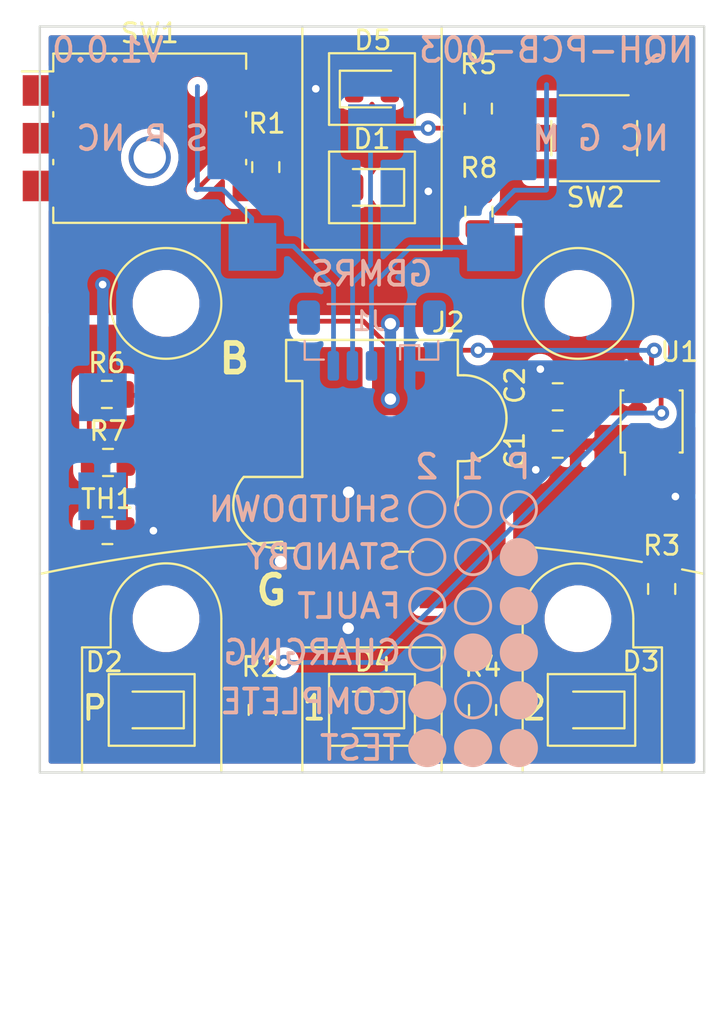
<source format=kicad_pcb>
(kicad_pcb (version 20171130) (host pcbnew "(5.1.5)-3")

  (general
    (thickness 1.6)
    (drawings 117)
    (tracks 126)
    (zones 0)
    (modules 31)
    (nets 18)
  )

  (page A4)
  (layers
    (0 F.Cu signal)
    (31 B.Cu signal)
    (32 B.Adhes user)
    (33 F.Adhes user)
    (34 B.Paste user)
    (35 F.Paste user)
    (36 B.SilkS user)
    (37 F.SilkS user)
    (38 B.Mask user)
    (39 F.Mask user)
    (40 Dwgs.User user)
    (41 Cmts.User user)
    (42 Eco1.User user)
    (43 Eco2.User user)
    (44 Edge.Cuts user)
    (45 Margin user)
    (46 B.CrtYd user)
    (47 F.CrtYd user)
    (48 B.Fab user hide)
    (49 F.Fab user hide)
  )

  (setup
    (last_trace_width 0.25)
    (user_trace_width 0.6)
    (user_trace_width 1)
    (trace_clearance 0.2)
    (zone_clearance 0.4)
    (zone_45_only no)
    (trace_min 0.2)
    (via_size 0.8)
    (via_drill 0.4)
    (via_min_size 0.4)
    (via_min_drill 0.3)
    (user_via 1 0.6)
    (user_via 1.2 0.8)
    (uvia_size 0.3)
    (uvia_drill 0.1)
    (uvias_allowed no)
    (uvia_min_size 0.2)
    (uvia_min_drill 0.1)
    (edge_width 0.05)
    (segment_width 0.2)
    (pcb_text_width 0.3)
    (pcb_text_size 1.5 1.5)
    (mod_edge_width 0.12)
    (mod_text_size 1 1)
    (mod_text_width 0.15)
    (pad_size 5 4.5)
    (pad_drill 0)
    (pad_to_mask_clearance 0.051)
    (solder_mask_min_width 0.25)
    (aux_axis_origin 0 0)
    (visible_elements 7FFFFFFF)
    (pcbplotparams
      (layerselection 0x010fc_ffffffff)
      (usegerberextensions false)
      (usegerberattributes false)
      (usegerberadvancedattributes false)
      (creategerberjobfile false)
      (excludeedgelayer true)
      (linewidth 0.100000)
      (plotframeref false)
      (viasonmask false)
      (mode 1)
      (useauxorigin false)
      (hpglpennumber 1)
      (hpglpenspeed 20)
      (hpglpendiameter 15.000000)
      (psnegative false)
      (psa4output false)
      (plotreference true)
      (plotvalue true)
      (plotinvisibletext false)
      (padsonsilk false)
      (subtractmaskfromsilk false)
      (outputformat 1)
      (mirror false)
      (drillshape 1)
      (scaleselection 1)
      (outputdirectory ""))
  )

  (net 0 "")
  (net 1 /PWRIN)
  (net 2 /BATT+)
  (net 3 "Net-(D2-Pad1)")
  (net 4 "Net-(D3-Pad1)")
  (net 5 "Net-(D4-Pad1)")
  (net 6 /SWITCH)
  (net 7 /READY)
  (net 8 /RDYIND)
  (net 9 /MODE)
  (net 10 /ONIND)
  (net 11 DGND)
  (net 12 "/Charge 750mA/PG")
  (net 13 "/Charge 750mA/ST2")
  (net 14 "/Charge 750mA/ST1")
  (net 15 "/Charge 750mA/THRMIC")
  (net 16 "/Charge 750mA/THRM")
  (net 17 "/Charge 750mA/PROG")

  (net_class Default "This is the default net class."
    (clearance 0.2)
    (trace_width 0.25)
    (via_dia 0.8)
    (via_drill 0.4)
    (uvia_dia 0.3)
    (uvia_drill 0.1)
    (add_net /BATT+)
    (add_net "/Charge 750mA/PG")
    (add_net "/Charge 750mA/PROG")
    (add_net "/Charge 750mA/ST1")
    (add_net "/Charge 750mA/ST2")
    (add_net "/Charge 750mA/THRM")
    (add_net "/Charge 750mA/THRMIC")
    (add_net /MODE)
    (add_net /ONIND)
    (add_net /PWRIN)
    (add_net /RDYIND)
    (add_net /READY)
    (add_net /SWITCH)
    (add_net DGND)
    (add_net "Net-(D2-Pad1)")
    (add_net "Net-(D3-Pad1)")
    (add_net "Net-(D4-Pad1)")
    (add_net "Net-(J2-Pad3)")
    (add_net "Net-(SW1-Pad3)")
    (add_net "Net-(SW1-Pad6)")
  )

  (net_class Power ""
    (clearance 0.2)
    (trace_width 0.6)
    (via_dia 1)
    (via_drill 0.6)
    (uvia_dia 0.3)
    (uvia_drill 0.1)
  )

  (module Button_Switches_LE:PTS647SK38SMTR2LFS (layer F.Cu) (tedit 5F41C80C) (tstamp 5EDED00A)
    (at 157.146517 94.237501 180)
    (descr PTS647SK38SMTR2LFS)
    (tags "Tactile Switch SPST-NO Top Actuated Surface Mount")
    (path /5F429549)
    (fp_text reference SW2 (at -0.07 -3.1) (layer F.SilkS)
      (effects (font (size 1 1) (thickness 0.15)))
    )
    (fp_text value SW_Push_Dual_1-3_2-4 (at -0.1 3.3) (layer F.Fab)
      (effects (font (size 1 1) (thickness 0.15)))
    )
    (fp_line (start -1.8 2.25) (end 1.8 2.25) (layer F.SilkS) (width 0.12))
    (fp_line (start 2.25 -0.9) (end 2.25 0.9) (layer F.SilkS) (width 0.12))
    (fp_line (start -2.25 -0.9) (end -2.25 0.9) (layer F.SilkS) (width 0.12))
    (fp_line (start -3.4 -2.25) (end 1.8 -2.25) (layer F.SilkS) (width 0.12))
    (fp_line (start -3.5 2.4) (end -3.5 -2.4) (layer F.CrtYd) (width 0.05))
    (fp_line (start 3.5 2.4) (end -3.5 2.4) (layer F.CrtYd) (width 0.05))
    (fp_line (start 3.5 -2.4) (end 3.5 2.4) (layer F.CrtYd) (width 0.05))
    (fp_line (start -3.5 -2.4) (end 3.5 -2.4) (layer F.CrtYd) (width 0.05))
    (fp_line (start -2.25 2.25) (end -2.25 -2.25) (layer F.Fab) (width 0.1))
    (fp_line (start 2.25 2.25) (end -2.25 2.25) (layer F.Fab) (width 0.1))
    (fp_line (start 2.25 -2.25) (end 2.25 2.25) (layer F.Fab) (width 0.1))
    (fp_line (start -3.4 -2.25) (end 2.25 -2.25) (layer F.Fab) (width 0.1))
    (pad 4 smd rect (at 2.625 1.6 180) (size 1.55 1) (layers F.Cu F.Paste F.Mask)
      (net 9 /MODE))
    (pad 3 smd rect (at -2.625 1.6 180) (size 1.55 1) (layers F.Cu F.Paste F.Mask)
      (net 11 DGND))
    (pad 2 smd rect (at 2.625 -1.6 180) (size 1.55 1) (layers F.Cu F.Paste F.Mask)
      (net 9 /MODE))
    (pad 1 smd rect (at -2.625 -1.6 180) (size 1.55 1) (layers F.Cu F.Paste F.Mask)
      (net 11 DGND))
    (model ${LE3DMOD}/PTS647SN70SMTR2LFS.step
      (at (xyz 0 0 0))
      (scale (xyz 1 1 1))
      (rotate (xyz 0 90 90))
    )
  )

  (module Button_Switches_LE:ESB-33535A (layer F.Cu) (tedit 5F427D50) (tstamp 5EDED603)
    (at 133.846516 94.237501)
    (path /5F4363BF)
    (attr smd)
    (fp_text reference SW1 (at 0 -5.5) (layer F.SilkS)
      (effects (font (size 1 1) (thickness 0.15)))
    )
    (fp_text value SW_Push_DPDT_2-5_3-4_1-4 (at 0 5.7) (layer F.Fab)
      (effects (font (size 1 1) (thickness 0.15)))
    )
    (fp_line (start -5 -3.5) (end -6.7 -3.5) (layer F.Fab) (width 0.1))
    (fp_line (start -6.7 -3.5) (end -5.0546 -3.5) (layer F.SilkS) (width 0.12))
    (fp_arc (start 0 -4.3053) (end 0.3048 -4.3053) (angle 180) (layer F.Fab) (width 0.1))
    (fp_line (start -5.1816 3.5541) (end -6.909701 3.5541) (layer F.CrtYd) (width 0.05))
    (fp_line (start -5.1816 4.5593) (end -5.1816 3.5541) (layer F.CrtYd) (width 0.05))
    (fp_line (start 5.1816 4.5593) (end -5.1816 4.5593) (layer F.CrtYd) (width 0.05))
    (fp_line (start 5.1816 3.5541) (end 5.1816 4.5593) (layer F.CrtYd) (width 0.05))
    (fp_line (start 6.909701 3.5541) (end 5.1816 3.5541) (layer F.CrtYd) (width 0.05))
    (fp_line (start 6.909701 -3.5541) (end 6.909701 3.5541) (layer F.CrtYd) (width 0.05))
    (fp_line (start 5.1816 -3.5541) (end 6.909701 -3.5541) (layer F.CrtYd) (width 0.05))
    (fp_line (start 5.1816 -4.5593) (end 5.1816 -3.5541) (layer F.CrtYd) (width 0.05))
    (fp_line (start -5.1816 -4.5593) (end 5.1816 -4.5593) (layer F.CrtYd) (width 0.05))
    (fp_line (start -5.1816 -3.5541) (end -5.1816 -4.5593) (layer F.CrtYd) (width 0.05))
    (fp_line (start -6.909701 -3.5541) (end -5.1816 -3.5541) (layer F.CrtYd) (width 0.05))
    (fp_line (start -6.909701 3.5541) (end -6.909701 -3.5541) (layer F.CrtYd) (width 0.05))
    (fp_line (start 5.0546 -3.63284) (end 5.0546 -4.4323) (layer F.SilkS) (width 0.12))
    (fp_line (start 5.0546 -1.13284) (end 5.0546 -1.36716) (layer F.SilkS) (width 0.12))
    (fp_line (start 5.0546 1.36716) (end 5.0546 1.13284) (layer F.SilkS) (width 0.12))
    (fp_line (start -5.0546 3.63284) (end -5.0546 4.4323) (layer F.SilkS) (width 0.12))
    (fp_line (start -5.0546 1.13284) (end -5.0546 1.36716) (layer F.SilkS) (width 0.12))
    (fp_line (start -5.0546 -1.36716) (end -5.0546 -1.13284) (layer F.SilkS) (width 0.12))
    (fp_line (start -4.9276 -4.3053) (end -4.9276 4.3053) (layer F.Fab) (width 0.1))
    (fp_line (start 4.9276 -4.3053) (end -4.9276 -4.3053) (layer F.Fab) (width 0.1))
    (fp_line (start 4.9276 4.3053) (end 4.9276 -4.3053) (layer F.Fab) (width 0.1))
    (fp_line (start -4.9276 4.3053) (end 4.9276 4.3053) (layer F.Fab) (width 0.1))
    (fp_line (start -5.0546 -4.4323) (end -5.0546 -3.5) (layer F.SilkS) (width 0.12))
    (fp_line (start 5.0546 -4.4323) (end -5.0546 -4.4323) (layer F.SilkS) (width 0.12))
    (fp_line (start 5.0546 4.4323) (end 5.0546 3.63284) (layer F.SilkS) (width 0.12))
    (fp_line (start -5.0546 4.4323) (end 5.0546 4.4323) (layer F.SilkS) (width 0.12))
    (pad 7 thru_hole circle (at 0 1) (size 2.2098 2.2098) (drill 1.7018) (layers *.Cu *.Mask))
    (pad 4 smd rect (at 5.499999 -2.5) (size 2.3114 1.6002) (layers F.Cu F.Paste F.Mask)
      (net 6 /SWITCH))
    (pad 5 smd rect (at 5.499999 0) (size 2.3114 1.6002) (layers F.Cu F.Paste F.Mask)
      (net 2 /BATT+))
    (pad 6 smd rect (at 5.499999 2.5) (size 2.3114 1.6002) (layers F.Cu F.Paste F.Mask))
    (pad 3 smd rect (at -5.499999 2.5) (size 2.3114 1.6002) (layers F.Cu F.Paste F.Mask))
    (pad 2 smd rect (at -5.499999 0) (size 2.3114 1.6002) (layers F.Cu F.Paste F.Mask)
      (net 2 /BATT+))
    (pad 1 smd rect (at -5.499999 -2.5) (size 2.3114 1.6002) (layers F.Cu F.Paste F.Mask)
      (net 6 /SWITCH))
    (model ${LE3DMOD}/GESB-33535.step
      (at (xyz 0 0 0))
      (scale (xyz 1 1 1))
      (rotate (xyz 0 0 0))
    )
  )

  (module Li_Ion_LE:MCP73833 (layer F.Cu) (tedit 5EBC2DA0) (tstamp 5ED9C210)
    (at 160.15 109.0697 90)
    (descr MSOP-10)
    (path /5F3D757C/5EB6C38E)
    (attr smd)
    (fp_text reference U1 (at 3.6397 1.46 180) (layer F.SilkS)
      (effects (font (size 1 1) (thickness 0.15)))
    )
    (fp_text value MCP73833T (at 0 2.921 90) (layer F.Fab)
      (effects (font (size 1 1) (thickness 0.15)))
    )
    (fp_line (start -1.6256 -1.397) (end -2.794 -1.397) (layer F.SilkS) (width 0.12))
    (fp_circle (center -0.889 -1.016) (end -0.689 -1.016) (layer F.Fab) (width 0.1))
    (fp_arc (start 0 -1.4986) (end 0.3048 -1.4986) (angle 180) (layer F.Fab) (width 0.1))
    (fp_line (start -1.7526 1.3937) (end -3.0607 1.3937) (layer F.CrtYd) (width 0.05))
    (fp_line (start -1.7526 1.7526) (end -1.7526 1.3937) (layer F.CrtYd) (width 0.05))
    (fp_line (start 1.7526 1.7526) (end -1.7526 1.7526) (layer F.CrtYd) (width 0.05))
    (fp_line (start 1.7526 1.3937) (end 1.7526 1.7526) (layer F.CrtYd) (width 0.05))
    (fp_line (start 3.0607 1.3937) (end 1.7526 1.3937) (layer F.CrtYd) (width 0.05))
    (fp_line (start 3.0607 -1.3937) (end 3.0607 1.3937) (layer F.CrtYd) (width 0.05))
    (fp_line (start 1.7526 -1.3937) (end 3.0607 -1.3937) (layer F.CrtYd) (width 0.05))
    (fp_line (start 1.7526 -1.7526) (end 1.7526 -1.3937) (layer F.CrtYd) (width 0.05))
    (fp_line (start -1.7526 -1.7526) (end 1.7526 -1.7526) (layer F.CrtYd) (width 0.05))
    (fp_line (start -1.7526 -1.3937) (end -1.7526 -1.7526) (layer F.CrtYd) (width 0.05))
    (fp_line (start -3.0607 -1.3937) (end -1.7526 -1.3937) (layer F.CrtYd) (width 0.05))
    (fp_line (start -3.0607 1.3937) (end -3.0607 -1.3937) (layer F.CrtYd) (width 0.05))
    (fp_line (start 1.6256 -1.472441) (end 1.6256 -1.6256) (layer F.SilkS) (width 0.12))
    (fp_line (start -1.6256 1.472441) (end -1.6256 1.6256) (layer F.SilkS) (width 0.12))
    (fp_line (start -1.4986 -1.4986) (end -1.4986 1.4986) (layer F.Fab) (width 0.1))
    (fp_line (start 1.4986 -1.4986) (end -1.4986 -1.4986) (layer F.Fab) (width 0.1))
    (fp_line (start 1.4986 1.4986) (end 1.4986 -1.4986) (layer F.Fab) (width 0.1))
    (fp_line (start -1.4986 1.4986) (end 1.4986 1.4986) (layer F.Fab) (width 0.1))
    (fp_line (start -1.6256 -1.6256) (end -1.6256 -1.397) (layer F.SilkS) (width 0.12))
    (fp_line (start 1.6256 -1.6256) (end -1.6256 -1.6256) (layer F.SilkS) (width 0.12))
    (fp_line (start 1.6256 1.6256) (end 1.6256 1.472441) (layer F.SilkS) (width 0.12))
    (fp_line (start -1.6256 1.6256) (end 1.6256 1.6256) (layer F.SilkS) (width 0.12))
    (fp_line (start 2.4511 -1.1651) (end 1.4986 -1.1651) (layer F.Fab) (width 0.1))
    (fp_line (start 2.4511 -0.8349) (end 2.4511 -1.1651) (layer F.Fab) (width 0.1))
    (fp_line (start 1.4986 -0.8349) (end 2.4511 -0.8349) (layer F.Fab) (width 0.1))
    (fp_line (start 1.4986 -1.1651) (end 1.4986 -0.8349) (layer F.Fab) (width 0.1))
    (fp_line (start 2.4511 -0.6651) (end 1.4986 -0.6651) (layer F.Fab) (width 0.1))
    (fp_line (start 2.4511 -0.3349) (end 2.4511 -0.6651) (layer F.Fab) (width 0.1))
    (fp_line (start 1.4986 -0.3349) (end 2.4511 -0.3349) (layer F.Fab) (width 0.1))
    (fp_line (start 1.4986 -0.6651) (end 1.4986 -0.3349) (layer F.Fab) (width 0.1))
    (fp_line (start 2.4511 -0.1651) (end 1.4986 -0.1651) (layer F.Fab) (width 0.1))
    (fp_line (start 2.4511 0.1651) (end 2.4511 -0.1651) (layer F.Fab) (width 0.1))
    (fp_line (start 1.4986 0.1651) (end 2.4511 0.1651) (layer F.Fab) (width 0.1))
    (fp_line (start 1.4986 -0.1651) (end 1.4986 0.1651) (layer F.Fab) (width 0.1))
    (fp_line (start 2.4511 0.3349) (end 1.4986 0.3349) (layer F.Fab) (width 0.1))
    (fp_line (start 2.4511 0.6651) (end 2.4511 0.3349) (layer F.Fab) (width 0.1))
    (fp_line (start 1.4986 0.6651) (end 2.4511 0.6651) (layer F.Fab) (width 0.1))
    (fp_line (start 1.4986 0.3349) (end 1.4986 0.6651) (layer F.Fab) (width 0.1))
    (fp_line (start 2.4511 0.8349) (end 1.4986 0.8349) (layer F.Fab) (width 0.1))
    (fp_line (start 2.4511 1.1651) (end 2.4511 0.8349) (layer F.Fab) (width 0.1))
    (fp_line (start 1.4986 1.1651) (end 2.4511 1.1651) (layer F.Fab) (width 0.1))
    (fp_line (start 1.4986 0.8349) (end 1.4986 1.1651) (layer F.Fab) (width 0.1))
    (fp_line (start -2.4511 1.1651) (end -1.4986 1.1651) (layer F.Fab) (width 0.1))
    (fp_line (start -2.4511 0.8349) (end -2.4511 1.1651) (layer F.Fab) (width 0.1))
    (fp_line (start -1.4986 0.8349) (end -2.4511 0.8349) (layer F.Fab) (width 0.1))
    (fp_line (start -1.4986 1.1651) (end -1.4986 0.8349) (layer F.Fab) (width 0.1))
    (fp_line (start -2.4511 0.6651) (end -1.4986 0.6651) (layer F.Fab) (width 0.1))
    (fp_line (start -2.4511 0.3349) (end -2.4511 0.6651) (layer F.Fab) (width 0.1))
    (fp_line (start -1.4986 0.3349) (end -2.4511 0.3349) (layer F.Fab) (width 0.1))
    (fp_line (start -1.4986 0.6651) (end -1.4986 0.3349) (layer F.Fab) (width 0.1))
    (fp_line (start -2.4511 0.1651) (end -1.4986 0.1651) (layer F.Fab) (width 0.1))
    (fp_line (start -2.4511 -0.1651) (end -2.4511 0.1651) (layer F.Fab) (width 0.1))
    (fp_line (start -1.4986 -0.1651) (end -2.4511 -0.1651) (layer F.Fab) (width 0.1))
    (fp_line (start -1.4986 0.1651) (end -1.4986 -0.1651) (layer F.Fab) (width 0.1))
    (fp_line (start -2.4511 -0.3349) (end -1.4986 -0.3349) (layer F.Fab) (width 0.1))
    (fp_line (start -2.4511 -0.6651) (end -2.4511 -0.3349) (layer F.Fab) (width 0.1))
    (fp_line (start -1.4986 -0.6651) (end -2.4511 -0.6651) (layer F.Fab) (width 0.1))
    (fp_line (start -1.4986 -0.3349) (end -1.4986 -0.6651) (layer F.Fab) (width 0.1))
    (fp_line (start -2.4511 -0.8349) (end -1.4986 -0.8349) (layer F.Fab) (width 0.1))
    (fp_line (start -2.4511 -1.1651) (end -2.4511 -0.8349) (layer F.Fab) (width 0.1))
    (fp_line (start -1.4986 -1.1651) (end -2.4511 -1.1651) (layer F.Fab) (width 0.1))
    (fp_line (start -1.4986 -0.8349) (end -1.4986 -1.1651) (layer F.Fab) (width 0.1))
    (pad 10 smd rect (at 2.0447 -1.000001 90) (size 1.524 0.2794) (layers F.Cu F.Paste F.Mask)
      (net 2 /BATT+))
    (pad 9 smd rect (at 2.0447 -0.499999 90) (size 1.524 0.2794) (layers F.Cu F.Paste F.Mask)
      (net 2 /BATT+))
    (pad 8 smd rect (at 2.0447 0 90) (size 1.524 0.2794) (layers F.Cu F.Paste F.Mask)
      (net 15 "/Charge 750mA/THRMIC"))
    (pad 7 smd rect (at 2.0447 0.499999 90) (size 1.524 0.2794) (layers F.Cu F.Paste F.Mask)
      (net 12 "/Charge 750mA/PG"))
    (pad 6 smd rect (at 2.0447 1.000001 90) (size 1.524 0.2794) (layers F.Cu F.Paste F.Mask)
      (net 17 "/Charge 750mA/PROG"))
    (pad 5 smd rect (at -2.0447 1.000001 90) (size 1.524 0.2794) (layers F.Cu F.Paste F.Mask)
      (net 11 DGND))
    (pad 4 smd rect (at -2.0447 0.499999 90) (size 1.524 0.2794) (layers F.Cu F.Paste F.Mask)
      (net 13 "/Charge 750mA/ST2"))
    (pad 3 smd rect (at -2.0447 0 90) (size 1.524 0.2794) (layers F.Cu F.Paste F.Mask)
      (net 14 "/Charge 750mA/ST1"))
    (pad 2 smd rect (at -2.0447 -0.499999 90) (size 1.524 0.2794) (layers F.Cu F.Paste F.Mask)
      (net 1 /PWRIN))
    (pad 1 smd rect (at -2.0447 -1.000001 90) (size 1.524 0.2794) (layers F.Cu F.Paste F.Mask)
      (net 1 /PWRIN))
    (model ${KISYS3DMOD}/Package_SO.3dshapes/MSOP-10_3x3mm_P0.5mm.wrl
      (at (xyz 0 0 0))
      (scale (xyz 1 1 1))
      (rotate (xyz 0 0 0))
    )
  )

  (module Frequently_Used_LE:Pad_2.5-2.5 (layer B.Cu) (tedit 5F1B9B9B) (tstamp 5EDF491A)
    (at 139.23 99.93)
    (descr "SMD Pad 1.25x2.5 mm")
    (path /5EDF054D)
    (attr smd)
    (fp_text reference TP5 (at 0 -3.175 -180) (layer B.Fab) hide
      (effects (font (size 1 1) (thickness 0.15)) (justify bottom mirror))
    )
    (fp_text value TestPoint (at 0 -5.08) (layer B.Fab) hide
      (effects (font (size 1 1) (thickness 0.15)) (justify bottom mirror))
    )
    (fp_line (start -1.524 -1.524) (end -1.524 1.524) (layer B.CrtYd) (width 0.05))
    (fp_line (start 1.524 -1.524) (end -1.524 -1.524) (layer B.CrtYd) (width 0.05))
    (fp_line (start 1.524 1.524) (end 1.524 -1.524) (layer B.CrtYd) (width 0.05))
    (fp_line (start -1.524 1.524) (end 1.524 1.524) (layer B.CrtYd) (width 0.05))
    (pad 1 smd rect (at 0 0) (size 2.5 2.5) (layers B.Cu B.Mask)
      (net 6 /SWITCH) (solder_mask_margin 0.1016) (thermal_width 0.85))
  )

  (module Frequently_Used_LE:Pad_2.5-2.5 (layer B.Cu) (tedit 5F1B9B9B) (tstamp 5EDE1840)
    (at 131.36 112.99)
    (descr "SMD Pad 1.25x2.5 mm")
    (path /5ED845DB)
    (attr smd)
    (fp_text reference TP4 (at 0 -3.175 -180) (layer B.Fab) hide
      (effects (font (size 1 1) (thickness 0.15)) (justify bottom mirror))
    )
    (fp_text value TestPoint (at 0 -5.08) (layer B.Fab) hide
      (effects (font (size 1 1) (thickness 0.15)) (justify bottom mirror))
    )
    (fp_line (start -1.524 -1.524) (end -1.524 1.524) (layer B.CrtYd) (width 0.05))
    (fp_line (start 1.524 -1.524) (end -1.524 -1.524) (layer B.CrtYd) (width 0.05))
    (fp_line (start 1.524 1.524) (end 1.524 -1.524) (layer B.CrtYd) (width 0.05))
    (fp_line (start -1.524 1.524) (end 1.524 1.524) (layer B.CrtYd) (width 0.05))
    (pad 1 smd rect (at 0 0) (size 2.5 2.5) (layers B.Cu B.Mask)
      (net 11 DGND) (solder_mask_margin 0.1016) (thermal_width 0.85))
  )

  (module Frequently_Used_LE:Pad_2.5-2.5 (layer B.Cu) (tedit 5F1B9B9B) (tstamp 5ED7C404)
    (at 131.39 107.8)
    (descr "SMD Pad 1.25x2.5 mm")
    (path /5EDE12B6)
    (attr smd)
    (fp_text reference TP3 (at 0 -3.175 -180) (layer B.Fab) hide
      (effects (font (size 1 1) (thickness 0.15)) (justify bottom mirror))
    )
    (fp_text value TestPoint (at 0 -5.08) (layer B.Fab) hide
      (effects (font (size 1 1) (thickness 0.15)) (justify bottom mirror))
    )
    (fp_line (start -1.524 -1.524) (end -1.524 1.524) (layer B.CrtYd) (width 0.05))
    (fp_line (start 1.524 -1.524) (end -1.524 -1.524) (layer B.CrtYd) (width 0.05))
    (fp_line (start 1.524 1.524) (end 1.524 -1.524) (layer B.CrtYd) (width 0.05))
    (fp_line (start -1.524 1.524) (end 1.524 1.524) (layer B.CrtYd) (width 0.05))
    (pad 1 smd rect (at 0 0) (size 2.5 2.5) (layers B.Cu B.Mask)
      (net 2 /BATT+) (solder_mask_margin 0.1016) (thermal_width 0.85))
  )

  (module Frequently_Used_LE:Pad_2.5-2.5 (layer B.Cu) (tedit 5F1B9B9B) (tstamp 5EDF5CBF)
    (at 151.73 99.95)
    (descr "SMD Pad 1.25x2.5 mm")
    (path /5EDDF908)
    (attr smd)
    (fp_text reference TP2 (at 0 -3.175 -180) (layer B.Fab) hide
      (effects (font (size 1 1) (thickness 0.15)) (justify bottom mirror))
    )
    (fp_text value TestPoint (at 0 -5.08) (layer B.Fab) hide
      (effects (font (size 1 1) (thickness 0.15)) (justify bottom mirror))
    )
    (fp_line (start -1.524 -1.524) (end -1.524 1.524) (layer B.CrtYd) (width 0.05))
    (fp_line (start 1.524 -1.524) (end -1.524 -1.524) (layer B.CrtYd) (width 0.05))
    (fp_line (start 1.524 1.524) (end 1.524 -1.524) (layer B.CrtYd) (width 0.05))
    (fp_line (start -1.524 1.524) (end 1.524 1.524) (layer B.CrtYd) (width 0.05))
    (pad 1 smd rect (at 0 0) (size 2.5 2.5) (layers B.Cu B.Mask)
      (net 9 /MODE) (solder_mask_margin 0.1016) (thermal_width 0.85))
  )

  (module Frequently_Used_LE:Pad_2.5-2.5 (layer B.Cu) (tedit 5F1B9B9B) (tstamp 5EDF3847)
    (at 145.496516 93.712501)
    (descr "SMD Pad 1.25x2.5 mm")
    (path /5EDDCA36)
    (attr smd)
    (fp_text reference TP1 (at 0 -3.175 -180) (layer B.Fab) hide
      (effects (font (size 1 1) (thickness 0.15)) (justify bottom mirror))
    )
    (fp_text value TestPoint (at 0 -5.08) (layer B.Fab) hide
      (effects (font (size 1 1) (thickness 0.15)) (justify bottom mirror))
    )
    (fp_line (start -1.524 -1.524) (end -1.524 1.524) (layer B.CrtYd) (width 0.05))
    (fp_line (start 1.524 -1.524) (end -1.524 -1.524) (layer B.CrtYd) (width 0.05))
    (fp_line (start 1.524 1.524) (end 1.524 -1.524) (layer B.CrtYd) (width 0.05))
    (fp_line (start -1.524 1.524) (end 1.524 1.524) (layer B.CrtYd) (width 0.05))
    (pad 1 smd rect (at 0 0) (size 2.5 2.5) (layers B.Cu B.Mask)
      (net 7 /READY) (solder_mask_margin 0.1016) (thermal_width 0.85))
  )

  (module Frequently_Used_LE:0805_2012Metric (layer F.Cu) (tedit 5F1A0DBC) (tstamp 5ED7BC17)
    (at 131.63 114.78)
    (descr "Resistor SMD 0805 (2012 Metric), square (rectangular) end terminal, IPC_7351 nominal, (Body size source: https://docs.google.com/spreadsheets/d/1BsfQQcO9C6DZCsRaXUlFlo91Tg2WpOkGARC1WS5S8t0/edit?usp=sharing), generated with kicad-footprint-generator")
    (tags resistor)
    (path /5F3D757C/5EBC49A8)
    (attr smd)
    (fp_text reference TH1 (at 0 -1.65) (layer F.SilkS)
      (effects (font (size 1 1) (thickness 0.15)))
    )
    (fp_text value 10k (at 0 1.65) (layer F.Fab)
      (effects (font (size 1 1) (thickness 0.15)))
    )
    (fp_text user %R (at 0 0) (layer F.Fab)
      (effects (font (size 0.5 0.5) (thickness 0.08)))
    )
    (fp_line (start 1.68 0.95) (end -1.68 0.95) (layer F.CrtYd) (width 0.05))
    (fp_line (start 1.68 -0.95) (end 1.68 0.95) (layer F.CrtYd) (width 0.05))
    (fp_line (start -1.68 -0.95) (end 1.68 -0.95) (layer F.CrtYd) (width 0.05))
    (fp_line (start -1.68 0.95) (end -1.68 -0.95) (layer F.CrtYd) (width 0.05))
    (fp_line (start -0.258578 0.71) (end 0.258578 0.71) (layer F.SilkS) (width 0.12))
    (fp_line (start -0.258578 -0.71) (end 0.258578 -0.71) (layer F.SilkS) (width 0.12))
    (fp_line (start 1 0.6) (end -1 0.6) (layer F.Fab) (width 0.1))
    (fp_line (start 1 -0.6) (end 1 0.6) (layer F.Fab) (width 0.1))
    (fp_line (start -1 -0.6) (end 1 -0.6) (layer F.Fab) (width 0.1))
    (fp_line (start -1 0.6) (end -1 -0.6) (layer F.Fab) (width 0.1))
    (pad 2 smd roundrect (at 0.9375 0) (size 0.975 1.4) (layers F.Cu F.Paste F.Mask) (roundrect_rratio 0.25)
      (net 11 DGND))
    (pad 1 smd roundrect (at -0.9375 0) (size 0.975 1.4) (layers F.Cu F.Paste F.Mask) (roundrect_rratio 0.25)
      (net 16 "/Charge 750mA/THRM"))
    (model ${KISYS3DMOD}/Resistor_SMD.3dshapes/R_0805_2012Metric.wrl
      (at (xyz 0 0 0))
      (scale (xyz 1 1 1))
      (rotate (xyz 0 0 0))
    )
  )

  (module Frequently_Used_LE:0805_2012Metric (layer F.Cu) (tedit 5F1A0DBC) (tstamp 5ED9C1A2)
    (at 151.1 98.08 90)
    (descr "Resistor SMD 0805 (2012 Metric), square (rectangular) end terminal, IPC_7351 nominal, (Body size source: https://docs.google.com/spreadsheets/d/1BsfQQcO9C6DZCsRaXUlFlo91Tg2WpOkGARC1WS5S8t0/edit?usp=sharing), generated with kicad-footprint-generator")
    (tags resistor)
    (path /5F3D757C/5EB60D47)
    (attr smd)
    (fp_text reference R8 (at 2.29 0 180) (layer F.SilkS)
      (effects (font (size 1 1) (thickness 0.15)))
    )
    (fp_text value 1.33k (at 0 1.65 90) (layer F.Fab)
      (effects (font (size 1 1) (thickness 0.15)))
    )
    (fp_text user %R (at 0 0 90) (layer F.Fab)
      (effects (font (size 0.5 0.5) (thickness 0.08)))
    )
    (fp_line (start 1.68 0.95) (end -1.68 0.95) (layer F.CrtYd) (width 0.05))
    (fp_line (start 1.68 -0.95) (end 1.68 0.95) (layer F.CrtYd) (width 0.05))
    (fp_line (start -1.68 -0.95) (end 1.68 -0.95) (layer F.CrtYd) (width 0.05))
    (fp_line (start -1.68 0.95) (end -1.68 -0.95) (layer F.CrtYd) (width 0.05))
    (fp_line (start -0.258578 0.71) (end 0.258578 0.71) (layer F.SilkS) (width 0.12))
    (fp_line (start -0.258578 -0.71) (end 0.258578 -0.71) (layer F.SilkS) (width 0.12))
    (fp_line (start 1 0.6) (end -1 0.6) (layer F.Fab) (width 0.1))
    (fp_line (start 1 -0.6) (end 1 0.6) (layer F.Fab) (width 0.1))
    (fp_line (start -1 -0.6) (end 1 -0.6) (layer F.Fab) (width 0.1))
    (fp_line (start -1 0.6) (end -1 -0.6) (layer F.Fab) (width 0.1))
    (pad 2 smd roundrect (at 0.9375 0 90) (size 0.975 1.4) (layers F.Cu F.Paste F.Mask) (roundrect_rratio 0.25)
      (net 11 DGND))
    (pad 1 smd roundrect (at -0.9375 0 90) (size 0.975 1.4) (layers F.Cu F.Paste F.Mask) (roundrect_rratio 0.25)
      (net 17 "/Charge 750mA/PROG"))
    (model ${KISYS3DMOD}/Resistor_SMD.3dshapes/R_0805_2012Metric.wrl
      (at (xyz 0 0 0))
      (scale (xyz 1 1 1))
      (rotate (xyz 0 0 0))
    )
  )

  (module Frequently_Used_LE:0805_2012Metric (layer F.Cu) (tedit 5F1A0DBC) (tstamp 5ED7BACD)
    (at 131.66 111.216666)
    (descr "Resistor SMD 0805 (2012 Metric), square (rectangular) end terminal, IPC_7351 nominal, (Body size source: https://docs.google.com/spreadsheets/d/1BsfQQcO9C6DZCsRaXUlFlo91Tg2WpOkGARC1WS5S8t0/edit?usp=sharing), generated with kicad-footprint-generator")
    (tags resistor)
    (path /5F3D757C/5EBB9C41)
    (attr smd)
    (fp_text reference R7 (at 0 -1.65) (layer F.SilkS)
      (effects (font (size 1 1) (thickness 0.15)))
    )
    (fp_text value 69.8k (at 0 1.65) (layer F.Fab)
      (effects (font (size 1 1) (thickness 0.15)))
    )
    (fp_text user %R (at 0 0) (layer F.Fab)
      (effects (font (size 0.5 0.5) (thickness 0.08)))
    )
    (fp_line (start 1.68 0.95) (end -1.68 0.95) (layer F.CrtYd) (width 0.05))
    (fp_line (start 1.68 -0.95) (end 1.68 0.95) (layer F.CrtYd) (width 0.05))
    (fp_line (start -1.68 -0.95) (end 1.68 -0.95) (layer F.CrtYd) (width 0.05))
    (fp_line (start -1.68 0.95) (end -1.68 -0.95) (layer F.CrtYd) (width 0.05))
    (fp_line (start -0.258578 0.71) (end 0.258578 0.71) (layer F.SilkS) (width 0.12))
    (fp_line (start -0.258578 -0.71) (end 0.258578 -0.71) (layer F.SilkS) (width 0.12))
    (fp_line (start 1 0.6) (end -1 0.6) (layer F.Fab) (width 0.1))
    (fp_line (start 1 -0.6) (end 1 0.6) (layer F.Fab) (width 0.1))
    (fp_line (start -1 -0.6) (end 1 -0.6) (layer F.Fab) (width 0.1))
    (fp_line (start -1 0.6) (end -1 -0.6) (layer F.Fab) (width 0.1))
    (pad 2 smd roundrect (at 0.9375 0) (size 0.975 1.4) (layers F.Cu F.Paste F.Mask) (roundrect_rratio 0.25)
      (net 11 DGND))
    (pad 1 smd roundrect (at -0.9375 0) (size 0.975 1.4) (layers F.Cu F.Paste F.Mask) (roundrect_rratio 0.25)
      (net 16 "/Charge 750mA/THRM"))
    (model ${KISYS3DMOD}/Resistor_SMD.3dshapes/R_0805_2012Metric.wrl
      (at (xyz 0 0 0))
      (scale (xyz 1 1 1))
      (rotate (xyz 0 0 0))
    )
  )

  (module Frequently_Used_LE:0805_2012Metric (layer F.Cu) (tedit 5F1A0DBC) (tstamp 5ED7BAFD)
    (at 131.6 107.653333)
    (descr "Resistor SMD 0805 (2012 Metric), square (rectangular) end terminal, IPC_7351 nominal, (Body size source: https://docs.google.com/spreadsheets/d/1BsfQQcO9C6DZCsRaXUlFlo91Tg2WpOkGARC1WS5S8t0/edit?usp=sharing), generated with kicad-footprint-generator")
    (tags resistor)
    (path /5F3D757C/5EB9EAAB)
    (attr smd)
    (fp_text reference R6 (at 0 -1.65) (layer F.SilkS)
      (effects (font (size 1 1) (thickness 0.15)))
    )
    (fp_text value 1.54k (at 0 1.65) (layer F.Fab)
      (effects (font (size 1 1) (thickness 0.15)))
    )
    (fp_text user %R (at 0 0) (layer F.Fab)
      (effects (font (size 0.5 0.5) (thickness 0.08)))
    )
    (fp_line (start 1.68 0.95) (end -1.68 0.95) (layer F.CrtYd) (width 0.05))
    (fp_line (start 1.68 -0.95) (end 1.68 0.95) (layer F.CrtYd) (width 0.05))
    (fp_line (start -1.68 -0.95) (end 1.68 -0.95) (layer F.CrtYd) (width 0.05))
    (fp_line (start -1.68 0.95) (end -1.68 -0.95) (layer F.CrtYd) (width 0.05))
    (fp_line (start -0.258578 0.71) (end 0.258578 0.71) (layer F.SilkS) (width 0.12))
    (fp_line (start -0.258578 -0.71) (end 0.258578 -0.71) (layer F.SilkS) (width 0.12))
    (fp_line (start 1 0.6) (end -1 0.6) (layer F.Fab) (width 0.1))
    (fp_line (start 1 -0.6) (end 1 0.6) (layer F.Fab) (width 0.1))
    (fp_line (start -1 -0.6) (end 1 -0.6) (layer F.Fab) (width 0.1))
    (fp_line (start -1 0.6) (end -1 -0.6) (layer F.Fab) (width 0.1))
    (pad 2 smd roundrect (at 0.9375 0) (size 0.975 1.4) (layers F.Cu F.Paste F.Mask) (roundrect_rratio 0.25)
      (net 15 "/Charge 750mA/THRMIC"))
    (pad 1 smd roundrect (at -0.9375 0) (size 0.975 1.4) (layers F.Cu F.Paste F.Mask) (roundrect_rratio 0.25)
      (net 16 "/Charge 750mA/THRM"))
    (model ${KISYS3DMOD}/Resistor_SMD.3dshapes/R_0805_2012Metric.wrl
      (at (xyz 0 0 0))
      (scale (xyz 1 1 1))
      (rotate (xyz 0 0 0))
    )
  )

  (module Frequently_Used_LE:0805_2012Metric (layer F.Cu) (tedit 5F1A0DBC) (tstamp 5EDADB78)
    (at 151.07 92.687501 90)
    (descr "Resistor SMD 0805 (2012 Metric), square (rectangular) end terminal, IPC_7351 nominal, (Body size source: https://docs.google.com/spreadsheets/d/1BsfQQcO9C6DZCsRaXUlFlo91Tg2WpOkGARC1WS5S8t0/edit?usp=sharing), generated with kicad-footprint-generator")
    (tags resistor)
    (path /5ED96117)
    (attr smd)
    (fp_text reference R5 (at 2.327501 0.01 180) (layer F.SilkS)
      (effects (font (size 1 1) (thickness 0.15)))
    )
    (fp_text value 1k (at 0 1.65 90) (layer F.Fab)
      (effects (font (size 1 1) (thickness 0.15)))
    )
    (fp_text user %R (at 0 0 90) (layer F.Fab)
      (effects (font (size 0.5 0.5) (thickness 0.08)))
    )
    (fp_line (start 1.68 0.95) (end -1.68 0.95) (layer F.CrtYd) (width 0.05))
    (fp_line (start 1.68 -0.95) (end 1.68 0.95) (layer F.CrtYd) (width 0.05))
    (fp_line (start -1.68 -0.95) (end 1.68 -0.95) (layer F.CrtYd) (width 0.05))
    (fp_line (start -1.68 0.95) (end -1.68 -0.95) (layer F.CrtYd) (width 0.05))
    (fp_line (start -0.258578 0.71) (end 0.258578 0.71) (layer F.SilkS) (width 0.12))
    (fp_line (start -0.258578 -0.71) (end 0.258578 -0.71) (layer F.SilkS) (width 0.12))
    (fp_line (start 1 0.6) (end -1 0.6) (layer F.Fab) (width 0.1))
    (fp_line (start 1 -0.6) (end 1 0.6) (layer F.Fab) (width 0.1))
    (fp_line (start -1 -0.6) (end 1 -0.6) (layer F.Fab) (width 0.1))
    (fp_line (start -1 0.6) (end -1 -0.6) (layer F.Fab) (width 0.1))
    (pad 2 smd roundrect (at 0.9375 0 90) (size 0.975 1.4) (layers F.Cu F.Paste F.Mask) (roundrect_rratio 0.25)
      (net 8 /RDYIND))
    (pad 1 smd roundrect (at -0.9375 0 90) (size 0.975 1.4) (layers F.Cu F.Paste F.Mask) (roundrect_rratio 0.25)
      (net 7 /READY))
    (model ${KISYS3DMOD}/Resistor_SMD.3dshapes/R_0805_2012Metric.wrl
      (at (xyz 0 0 0))
      (scale (xyz 1 1 1))
      (rotate (xyz 0 0 0))
    )
  )

  (module Frequently_Used_LE:0805_2012Metric (layer F.Cu) (tedit 5F1A0DBC) (tstamp 5ED7A7F2)
    (at 151.292227 124.174999 270)
    (descr "Resistor SMD 0805 (2012 Metric), square (rectangular) end terminal, IPC_7351 nominal, (Body size source: https://docs.google.com/spreadsheets/d/1BsfQQcO9C6DZCsRaXUlFlo91Tg2WpOkGARC1WS5S8t0/edit?usp=sharing), generated with kicad-footprint-generator")
    (tags resistor)
    (path /5F3D757C/5EBD0C80)
    (attr smd)
    (fp_text reference R4 (at -2.254999 -0.007773 180) (layer F.SilkS)
      (effects (font (size 1 1) (thickness 0.15)))
    )
    (fp_text value 1k (at 0 1.65 90) (layer F.Fab)
      (effects (font (size 1 1) (thickness 0.15)))
    )
    (fp_text user %R (at 0 0 90) (layer F.Fab)
      (effects (font (size 0.5 0.5) (thickness 0.08)))
    )
    (fp_line (start 1.68 0.95) (end -1.68 0.95) (layer F.CrtYd) (width 0.05))
    (fp_line (start 1.68 -0.95) (end 1.68 0.95) (layer F.CrtYd) (width 0.05))
    (fp_line (start -1.68 -0.95) (end 1.68 -0.95) (layer F.CrtYd) (width 0.05))
    (fp_line (start -1.68 0.95) (end -1.68 -0.95) (layer F.CrtYd) (width 0.05))
    (fp_line (start -0.258578 0.71) (end 0.258578 0.71) (layer F.SilkS) (width 0.12))
    (fp_line (start -0.258578 -0.71) (end 0.258578 -0.71) (layer F.SilkS) (width 0.12))
    (fp_line (start 1 0.6) (end -1 0.6) (layer F.Fab) (width 0.1))
    (fp_line (start 1 -0.6) (end 1 0.6) (layer F.Fab) (width 0.1))
    (fp_line (start -1 -0.6) (end 1 -0.6) (layer F.Fab) (width 0.1))
    (fp_line (start -1 0.6) (end -1 -0.6) (layer F.Fab) (width 0.1))
    (pad 2 smd roundrect (at 0.9375 0 270) (size 0.975 1.4) (layers F.Cu F.Paste F.Mask) (roundrect_rratio 0.25)
      (net 5 "Net-(D4-Pad1)"))
    (pad 1 smd roundrect (at -0.9375 0 270) (size 0.975 1.4) (layers F.Cu F.Paste F.Mask) (roundrect_rratio 0.25)
      (net 14 "/Charge 750mA/ST1"))
    (model ${KISYS3DMOD}/Resistor_SMD.3dshapes/R_0805_2012Metric.wrl
      (at (xyz 0 0 0))
      (scale (xyz 1 1 1))
      (rotate (xyz 0 0 0))
    )
  )

  (module Frequently_Used_LE:0805_2012Metric (layer F.Cu) (tedit 5F1A0DBC) (tstamp 5EDBD563)
    (at 160.68 117.84 270)
    (descr "Resistor SMD 0805 (2012 Metric), square (rectangular) end terminal, IPC_7351 nominal, (Body size source: https://docs.google.com/spreadsheets/d/1BsfQQcO9C6DZCsRaXUlFlo91Tg2WpOkGARC1WS5S8t0/edit?usp=sharing), generated with kicad-footprint-generator")
    (tags resistor)
    (path /5F3D757C/5EBEA227)
    (attr smd)
    (fp_text reference R3 (at -2.27 0 180) (layer F.SilkS)
      (effects (font (size 1 1) (thickness 0.15)))
    )
    (fp_text value 1k (at 0 1.65 90) (layer F.Fab)
      (effects (font (size 1 1) (thickness 0.15)))
    )
    (fp_text user %R (at 0 0 90) (layer F.Fab)
      (effects (font (size 0.5 0.5) (thickness 0.08)))
    )
    (fp_line (start 1.68 0.95) (end -1.68 0.95) (layer F.CrtYd) (width 0.05))
    (fp_line (start 1.68 -0.95) (end 1.68 0.95) (layer F.CrtYd) (width 0.05))
    (fp_line (start -1.68 -0.95) (end 1.68 -0.95) (layer F.CrtYd) (width 0.05))
    (fp_line (start -1.68 0.95) (end -1.68 -0.95) (layer F.CrtYd) (width 0.05))
    (fp_line (start -0.258578 0.71) (end 0.258578 0.71) (layer F.SilkS) (width 0.12))
    (fp_line (start -0.258578 -0.71) (end 0.258578 -0.71) (layer F.SilkS) (width 0.12))
    (fp_line (start 1 0.6) (end -1 0.6) (layer F.Fab) (width 0.1))
    (fp_line (start 1 -0.6) (end 1 0.6) (layer F.Fab) (width 0.1))
    (fp_line (start -1 -0.6) (end 1 -0.6) (layer F.Fab) (width 0.1))
    (fp_line (start -1 0.6) (end -1 -0.6) (layer F.Fab) (width 0.1))
    (pad 2 smd roundrect (at 0.9375 0 270) (size 0.975 1.4) (layers F.Cu F.Paste F.Mask) (roundrect_rratio 0.25)
      (net 4 "Net-(D3-Pad1)"))
    (pad 1 smd roundrect (at -0.9375 0 270) (size 0.975 1.4) (layers F.Cu F.Paste F.Mask) (roundrect_rratio 0.25)
      (net 13 "/Charge 750mA/ST2"))
    (model ${KISYS3DMOD}/Resistor_SMD.3dshapes/R_0805_2012Metric.wrl
      (at (xyz 0 0 0))
      (scale (xyz 1 1 1))
      (rotate (xyz 0 0 0))
    )
  )

  (module Frequently_Used_LE:0805_2012Metric (layer F.Cu) (tedit 5F1A0DBC) (tstamp 5ED7A7D0)
    (at 139.745743 124.174999 270)
    (descr "Resistor SMD 0805 (2012 Metric), square (rectangular) end terminal, IPC_7351 nominal, (Body size source: https://docs.google.com/spreadsheets/d/1BsfQQcO9C6DZCsRaXUlFlo91Tg2WpOkGARC1WS5S8t0/edit?usp=sharing), generated with kicad-footprint-generator")
    (tags resistor)
    (path /5F3D757C/5EBF1B19)
    (attr smd)
    (fp_text reference R2 (at -2.254999 0.115743 180) (layer F.SilkS)
      (effects (font (size 1 1) (thickness 0.15)))
    )
    (fp_text value 1k (at 0 1.65 90) (layer F.Fab)
      (effects (font (size 1 1) (thickness 0.15)))
    )
    (fp_text user %R (at 0 0 90) (layer F.Fab)
      (effects (font (size 0.5 0.5) (thickness 0.08)))
    )
    (fp_line (start 1.68 0.95) (end -1.68 0.95) (layer F.CrtYd) (width 0.05))
    (fp_line (start 1.68 -0.95) (end 1.68 0.95) (layer F.CrtYd) (width 0.05))
    (fp_line (start -1.68 -0.95) (end 1.68 -0.95) (layer F.CrtYd) (width 0.05))
    (fp_line (start -1.68 0.95) (end -1.68 -0.95) (layer F.CrtYd) (width 0.05))
    (fp_line (start -0.258578 0.71) (end 0.258578 0.71) (layer F.SilkS) (width 0.12))
    (fp_line (start -0.258578 -0.71) (end 0.258578 -0.71) (layer F.SilkS) (width 0.12))
    (fp_line (start 1 0.6) (end -1 0.6) (layer F.Fab) (width 0.1))
    (fp_line (start 1 -0.6) (end 1 0.6) (layer F.Fab) (width 0.1))
    (fp_line (start -1 -0.6) (end 1 -0.6) (layer F.Fab) (width 0.1))
    (fp_line (start -1 0.6) (end -1 -0.6) (layer F.Fab) (width 0.1))
    (pad 2 smd roundrect (at 0.9375 0 270) (size 0.975 1.4) (layers F.Cu F.Paste F.Mask) (roundrect_rratio 0.25)
      (net 3 "Net-(D2-Pad1)"))
    (pad 1 smd roundrect (at -0.9375 0 270) (size 0.975 1.4) (layers F.Cu F.Paste F.Mask) (roundrect_rratio 0.25)
      (net 12 "/Charge 750mA/PG"))
    (model ${KISYS3DMOD}/Resistor_SMD.3dshapes/R_0805_2012Metric.wrl
      (at (xyz 0 0 0))
      (scale (xyz 1 1 1))
      (rotate (xyz 0 0 0))
    )
  )

  (module Frequently_Used_LE:0805_2012Metric (layer F.Cu) (tedit 5F1A0DBC) (tstamp 5EDC1D83)
    (at 139.93 95.75 270)
    (descr "Resistor SMD 0805 (2012 Metric), square (rectangular) end terminal, IPC_7351 nominal, (Body size source: https://docs.google.com/spreadsheets/d/1BsfQQcO9C6DZCsRaXUlFlo91Tg2WpOkGARC1WS5S8t0/edit?usp=sharing), generated with kicad-footprint-generator")
    (tags resistor)
    (path /5EDBD7F9)
    (attr smd)
    (fp_text reference R1 (at -2.28 -0.06 180) (layer F.SilkS)
      (effects (font (size 1 1) (thickness 0.15)))
    )
    (fp_text value 1k (at 0 1.65 90) (layer F.Fab)
      (effects (font (size 1 1) (thickness 0.15)))
    )
    (fp_text user %R (at 0 0 90) (layer F.Fab)
      (effects (font (size 0.5 0.5) (thickness 0.08)))
    )
    (fp_line (start 1.68 0.95) (end -1.68 0.95) (layer F.CrtYd) (width 0.05))
    (fp_line (start 1.68 -0.95) (end 1.68 0.95) (layer F.CrtYd) (width 0.05))
    (fp_line (start -1.68 -0.95) (end 1.68 -0.95) (layer F.CrtYd) (width 0.05))
    (fp_line (start -1.68 0.95) (end -1.68 -0.95) (layer F.CrtYd) (width 0.05))
    (fp_line (start -0.258578 0.71) (end 0.258578 0.71) (layer F.SilkS) (width 0.12))
    (fp_line (start -0.258578 -0.71) (end 0.258578 -0.71) (layer F.SilkS) (width 0.12))
    (fp_line (start 1 0.6) (end -1 0.6) (layer F.Fab) (width 0.1))
    (fp_line (start 1 -0.6) (end 1 0.6) (layer F.Fab) (width 0.1))
    (fp_line (start -1 -0.6) (end 1 -0.6) (layer F.Fab) (width 0.1))
    (fp_line (start -1 0.6) (end -1 -0.6) (layer F.Fab) (width 0.1))
    (pad 2 smd roundrect (at 0.9375 0 270) (size 0.975 1.4) (layers F.Cu F.Paste F.Mask) (roundrect_rratio 0.25)
      (net 10 /ONIND))
    (pad 1 smd roundrect (at -0.9375 0 270) (size 0.975 1.4) (layers F.Cu F.Paste F.Mask) (roundrect_rratio 0.25)
      (net 6 /SWITCH))
    (model ${KISYS3DMOD}/Resistor_SMD.3dshapes/R_0805_2012Metric.wrl
      (at (xyz 0 0 0))
      (scale (xyz 1 1 1))
      (rotate (xyz 0 0 0))
    )
  )

  (module Frequently_Used_LE:LED_0805_2012Metric (layer F.Cu) (tedit 5B36C52C) (tstamp 5EDEF0B2)
    (at 145.496516 91.662501)
    (descr "LED SMD 0805 (2012 Metric), square (rectangular) end terminal, IPC_7351 nominal, (Body size source: https://docs.google.com/spreadsheets/d/1BsfQQcO9C6DZCsRaXUlFlo91Tg2WpOkGARC1WS5S8t0/edit?usp=sharing), generated with kicad-footprint-generator")
    (tags diode)
    (path /5ED9610C)
    (attr smd)
    (fp_text reference D5 (at 0.043484 -2.552501) (layer F.SilkS)
      (effects (font (size 1 1) (thickness 0.15)))
    )
    (fp_text value RED (at 0 1.65) (layer F.Fab)
      (effects (font (size 1 1) (thickness 0.15)))
    )
    (fp_line (start 1 -0.6) (end -0.7 -0.6) (layer F.Fab) (width 0.1))
    (fp_line (start -0.7 -0.6) (end -1 -0.3) (layer F.Fab) (width 0.1))
    (fp_line (start -1 -0.3) (end -1 0.6) (layer F.Fab) (width 0.1))
    (fp_line (start -1 0.6) (end 1 0.6) (layer F.Fab) (width 0.1))
    (fp_line (start 1 0.6) (end 1 -0.6) (layer F.Fab) (width 0.1))
    (fp_line (start 1 -0.96) (end -1.685 -0.96) (layer F.SilkS) (width 0.12))
    (fp_line (start -1.685 -0.96) (end -1.685 0.96) (layer F.SilkS) (width 0.12))
    (fp_line (start -1.685 0.96) (end 1 0.96) (layer F.SilkS) (width 0.12))
    (fp_line (start -1.68 0.95) (end -1.68 -0.95) (layer F.CrtYd) (width 0.05))
    (fp_line (start -1.68 -0.95) (end 1.68 -0.95) (layer F.CrtYd) (width 0.05))
    (fp_line (start 1.68 -0.95) (end 1.68 0.95) (layer F.CrtYd) (width 0.05))
    (fp_line (start 1.68 0.95) (end -1.68 0.95) (layer F.CrtYd) (width 0.05))
    (fp_text user %R (at 0 0) (layer F.Fab)
      (effects (font (size 0.5 0.5) (thickness 0.08)))
    )
    (pad 1 smd roundrect (at -0.9375 0) (size 0.975 1.4) (layers F.Cu F.Paste F.Mask) (roundrect_rratio 0.25)
      (net 11 DGND))
    (pad 2 smd roundrect (at 0.9375 0) (size 0.975 1.4) (layers F.Cu F.Paste F.Mask) (roundrect_rratio 0.25)
      (net 8 /RDYIND))
    (model ${KISYS3DMOD}/LED_SMD.3dshapes/LED_0805_2012Metric.wrl
      (at (xyz 0 0 0))
      (scale (xyz 1 1 1))
      (rotate (xyz 0 0 0))
    )
  )

  (module Frequently_Used_LE:LED_0805_2012Metric (layer F.Cu) (tedit 5B36C52C) (tstamp 5EDB8E2D)
    (at 145.496485 124.174999 180)
    (descr "LED SMD 0805 (2012 Metric), square (rectangular) end terminal, IPC_7351 nominal, (Body size source: https://docs.google.com/spreadsheets/d/1BsfQQcO9C6DZCsRaXUlFlo91Tg2WpOkGARC1WS5S8t0/edit?usp=sharing), generated with kicad-footprint-generator")
    (tags diode)
    (path /5F3D757C/5EBA883B)
    (attr smd)
    (fp_text reference D4 (at -0.063515 2.534999) (layer F.SilkS)
      (effects (font (size 1 1) (thickness 0.15)))
    )
    (fp_text value RED (at 0 1.65) (layer F.Fab)
      (effects (font (size 1 1) (thickness 0.15)))
    )
    (fp_line (start 1 -0.6) (end -0.7 -0.6) (layer F.Fab) (width 0.1))
    (fp_line (start -0.7 -0.6) (end -1 -0.3) (layer F.Fab) (width 0.1))
    (fp_line (start -1 -0.3) (end -1 0.6) (layer F.Fab) (width 0.1))
    (fp_line (start -1 0.6) (end 1 0.6) (layer F.Fab) (width 0.1))
    (fp_line (start 1 0.6) (end 1 -0.6) (layer F.Fab) (width 0.1))
    (fp_line (start 1 -0.96) (end -1.685 -0.96) (layer F.SilkS) (width 0.12))
    (fp_line (start -1.685 -0.96) (end -1.685 0.96) (layer F.SilkS) (width 0.12))
    (fp_line (start -1.685 0.96) (end 1 0.96) (layer F.SilkS) (width 0.12))
    (fp_line (start -1.68 0.95) (end -1.68 -0.95) (layer F.CrtYd) (width 0.05))
    (fp_line (start -1.68 -0.95) (end 1.68 -0.95) (layer F.CrtYd) (width 0.05))
    (fp_line (start 1.68 -0.95) (end 1.68 0.95) (layer F.CrtYd) (width 0.05))
    (fp_line (start 1.68 0.95) (end -1.68 0.95) (layer F.CrtYd) (width 0.05))
    (fp_text user %R (at 0 0) (layer F.Fab)
      (effects (font (size 0.5 0.5) (thickness 0.08)))
    )
    (pad 1 smd roundrect (at -0.9375 0 180) (size 0.975 1.4) (layers F.Cu F.Paste F.Mask) (roundrect_rratio 0.25)
      (net 5 "Net-(D4-Pad1)"))
    (pad 2 smd roundrect (at 0.9375 0 180) (size 0.975 1.4) (layers F.Cu F.Paste F.Mask) (roundrect_rratio 0.25)
      (net 1 /PWRIN))
    (model ${KISYS3DMOD}/LED_SMD.3dshapes/LED_0805_2012Metric.wrl
      (at (xyz 0 0 0))
      (scale (xyz 1 1 1))
      (rotate (xyz 0 0 0))
    )
  )

  (module Frequently_Used_LE:LED_0805_2012Metric (layer F.Cu) (tedit 5B36C52C) (tstamp 5ED7A749)
    (at 157.042969 124.174999 180)
    (descr "LED SMD 0805 (2012 Metric), square (rectangular) end terminal, IPC_7351 nominal, (Body size source: https://docs.google.com/spreadsheets/d/1BsfQQcO9C6DZCsRaXUlFlo91Tg2WpOkGARC1WS5S8t0/edit?usp=sharing), generated with kicad-footprint-generator")
    (tags diode)
    (path /5F3D757C/5EBA8419)
    (attr smd)
    (fp_text reference D3 (at -2.547031 2.534999) (layer F.SilkS)
      (effects (font (size 1 1) (thickness 0.15)))
    )
    (fp_text value GREEN (at 0 1.65) (layer F.Fab)
      (effects (font (size 1 1) (thickness 0.15)))
    )
    (fp_line (start 1 -0.6) (end -0.7 -0.6) (layer F.Fab) (width 0.1))
    (fp_line (start -0.7 -0.6) (end -1 -0.3) (layer F.Fab) (width 0.1))
    (fp_line (start -1 -0.3) (end -1 0.6) (layer F.Fab) (width 0.1))
    (fp_line (start -1 0.6) (end 1 0.6) (layer F.Fab) (width 0.1))
    (fp_line (start 1 0.6) (end 1 -0.6) (layer F.Fab) (width 0.1))
    (fp_line (start 1 -0.96) (end -1.685 -0.96) (layer F.SilkS) (width 0.12))
    (fp_line (start -1.685 -0.96) (end -1.685 0.96) (layer F.SilkS) (width 0.12))
    (fp_line (start -1.685 0.96) (end 1 0.96) (layer F.SilkS) (width 0.12))
    (fp_line (start -1.68 0.95) (end -1.68 -0.95) (layer F.CrtYd) (width 0.05))
    (fp_line (start -1.68 -0.95) (end 1.68 -0.95) (layer F.CrtYd) (width 0.05))
    (fp_line (start 1.68 -0.95) (end 1.68 0.95) (layer F.CrtYd) (width 0.05))
    (fp_line (start 1.68 0.95) (end -1.68 0.95) (layer F.CrtYd) (width 0.05))
    (fp_text user %R (at 0 0) (layer F.Fab)
      (effects (font (size 0.5 0.5) (thickness 0.08)))
    )
    (pad 1 smd roundrect (at -0.9375 0 180) (size 0.975 1.4) (layers F.Cu F.Paste F.Mask) (roundrect_rratio 0.25)
      (net 4 "Net-(D3-Pad1)"))
    (pad 2 smd roundrect (at 0.9375 0 180) (size 0.975 1.4) (layers F.Cu F.Paste F.Mask) (roundrect_rratio 0.25)
      (net 1 /PWRIN))
    (model ${KISYS3DMOD}/LED_SMD.3dshapes/LED_0805_2012Metric.wrl
      (at (xyz 0 0 0))
      (scale (xyz 1 1 1))
      (rotate (xyz 0 0 0))
    )
  )

  (module Frequently_Used_LE:LED_0805_2012Metric (layer F.Cu) (tedit 5B36C52C) (tstamp 5EDB8EC4)
    (at 133.950001 124.174999 180)
    (descr "LED SMD 0805 (2012 Metric), square (rectangular) end terminal, IPC_7351 nominal, (Body size source: https://docs.google.com/spreadsheets/d/1BsfQQcO9C6DZCsRaXUlFlo91Tg2WpOkGARC1WS5S8t0/edit?usp=sharing), generated with kicad-footprint-generator")
    (tags diode)
    (path /5F3D757C/5EBA65E2)
    (attr smd)
    (fp_text reference D2 (at 2.490001 2.504999) (layer F.SilkS)
      (effects (font (size 1 1) (thickness 0.15)))
    )
    (fp_text value GREEN (at 0 1.65) (layer F.Fab)
      (effects (font (size 1 1) (thickness 0.15)))
    )
    (fp_line (start 1 -0.6) (end -0.7 -0.6) (layer F.Fab) (width 0.1))
    (fp_line (start -0.7 -0.6) (end -1 -0.3) (layer F.Fab) (width 0.1))
    (fp_line (start -1 -0.3) (end -1 0.6) (layer F.Fab) (width 0.1))
    (fp_line (start -1 0.6) (end 1 0.6) (layer F.Fab) (width 0.1))
    (fp_line (start 1 0.6) (end 1 -0.6) (layer F.Fab) (width 0.1))
    (fp_line (start 1 -0.96) (end -1.685 -0.96) (layer F.SilkS) (width 0.12))
    (fp_line (start -1.685 -0.96) (end -1.685 0.96) (layer F.SilkS) (width 0.12))
    (fp_line (start -1.685 0.96) (end 1 0.96) (layer F.SilkS) (width 0.12))
    (fp_line (start -1.68 0.95) (end -1.68 -0.95) (layer F.CrtYd) (width 0.05))
    (fp_line (start -1.68 -0.95) (end 1.68 -0.95) (layer F.CrtYd) (width 0.05))
    (fp_line (start 1.68 -0.95) (end 1.68 0.95) (layer F.CrtYd) (width 0.05))
    (fp_line (start 1.68 0.95) (end -1.68 0.95) (layer F.CrtYd) (width 0.05))
    (fp_text user %R (at 0 0) (layer F.Fab)
      (effects (font (size 0.5 0.5) (thickness 0.08)))
    )
    (pad 1 smd roundrect (at -0.9375 0 180) (size 0.975 1.4) (layers F.Cu F.Paste F.Mask) (roundrect_rratio 0.25)
      (net 3 "Net-(D2-Pad1)"))
    (pad 2 smd roundrect (at 0.9375 0 180) (size 0.975 1.4) (layers F.Cu F.Paste F.Mask) (roundrect_rratio 0.25)
      (net 1 /PWRIN))
    (model ${KISYS3DMOD}/LED_SMD.3dshapes/LED_0805_2012Metric.wrl
      (at (xyz 0 0 0))
      (scale (xyz 1 1 1))
      (rotate (xyz 0 0 0))
    )
  )

  (module Frequently_Used_LE:LED_0805_2012Metric (layer F.Cu) (tedit 5B36C52C) (tstamp 5EDED3CD)
    (at 145.496516 96.8125 180)
    (descr "LED SMD 0805 (2012 Metric), square (rectangular) end terminal, IPC_7351 nominal, (Body size source: https://docs.google.com/spreadsheets/d/1BsfQQcO9C6DZCsRaXUlFlo91Tg2WpOkGARC1WS5S8t0/edit?usp=sharing), generated with kicad-footprint-generator")
    (tags diode)
    (path /5EDBD7E3)
    (attr smd)
    (fp_text reference D1 (at 0.006516 2.5325) (layer F.SilkS)
      (effects (font (size 1 1) (thickness 0.15)))
    )
    (fp_text value GREEN (at 0 1.65) (layer F.Fab)
      (effects (font (size 1 1) (thickness 0.15)))
    )
    (fp_line (start 1 -0.6) (end -0.7 -0.6) (layer F.Fab) (width 0.1))
    (fp_line (start -0.7 -0.6) (end -1 -0.3) (layer F.Fab) (width 0.1))
    (fp_line (start -1 -0.3) (end -1 0.6) (layer F.Fab) (width 0.1))
    (fp_line (start -1 0.6) (end 1 0.6) (layer F.Fab) (width 0.1))
    (fp_line (start 1 0.6) (end 1 -0.6) (layer F.Fab) (width 0.1))
    (fp_line (start 1 -0.96) (end -1.685 -0.96) (layer F.SilkS) (width 0.12))
    (fp_line (start -1.685 -0.96) (end -1.685 0.96) (layer F.SilkS) (width 0.12))
    (fp_line (start -1.685 0.96) (end 1 0.96) (layer F.SilkS) (width 0.12))
    (fp_line (start -1.68 0.95) (end -1.68 -0.95) (layer F.CrtYd) (width 0.05))
    (fp_line (start -1.68 -0.95) (end 1.68 -0.95) (layer F.CrtYd) (width 0.05))
    (fp_line (start 1.68 -0.95) (end 1.68 0.95) (layer F.CrtYd) (width 0.05))
    (fp_line (start 1.68 0.95) (end -1.68 0.95) (layer F.CrtYd) (width 0.05))
    (fp_text user %R (at 0 0) (layer F.Fab)
      (effects (font (size 0.5 0.5) (thickness 0.08)))
    )
    (pad 1 smd roundrect (at -0.9375 0 180) (size 0.975 1.4) (layers F.Cu F.Paste F.Mask) (roundrect_rratio 0.25)
      (net 11 DGND))
    (pad 2 smd roundrect (at 0.9375 0 180) (size 0.975 1.4) (layers F.Cu F.Paste F.Mask) (roundrect_rratio 0.25)
      (net 10 /ONIND))
    (model ${KISYS3DMOD}/LED_SMD.3dshapes/LED_0805_2012Metric.wrl
      (at (xyz 0 0 0))
      (scale (xyz 1 1 1))
      (rotate (xyz 0 0 0))
    )
  )

  (module Frequently_Used_LE:0805_2012Metric (layer F.Cu) (tedit 5F1A0DBC) (tstamp 5EE025A6)
    (at 155.23 107.78 180)
    (descr "Resistor SMD 0805 (2012 Metric), square (rectangular) end terminal, IPC_7351 nominal, (Body size source: https://docs.google.com/spreadsheets/d/1BsfQQcO9C6DZCsRaXUlFlo91Tg2WpOkGARC1WS5S8t0/edit?usp=sharing), generated with kicad-footprint-generator")
    (tags resistor)
    (path /5F3D757C/5EB4A5BF)
    (attr smd)
    (fp_text reference C2 (at 2.24 0.6 90) (layer F.SilkS)
      (effects (font (size 1 1) (thickness 0.15)))
    )
    (fp_text value 22uF (at 0 1.65) (layer F.Fab)
      (effects (font (size 1 1) (thickness 0.15)))
    )
    (fp_text user %R (at 0 0) (layer F.Fab)
      (effects (font (size 0.5 0.5) (thickness 0.08)))
    )
    (fp_line (start 1.68 0.95) (end -1.68 0.95) (layer F.CrtYd) (width 0.05))
    (fp_line (start 1.68 -0.95) (end 1.68 0.95) (layer F.CrtYd) (width 0.05))
    (fp_line (start -1.68 -0.95) (end 1.68 -0.95) (layer F.CrtYd) (width 0.05))
    (fp_line (start -1.68 0.95) (end -1.68 -0.95) (layer F.CrtYd) (width 0.05))
    (fp_line (start -0.258578 0.71) (end 0.258578 0.71) (layer F.SilkS) (width 0.12))
    (fp_line (start -0.258578 -0.71) (end 0.258578 -0.71) (layer F.SilkS) (width 0.12))
    (fp_line (start 1 0.6) (end -1 0.6) (layer F.Fab) (width 0.1))
    (fp_line (start 1 -0.6) (end 1 0.6) (layer F.Fab) (width 0.1))
    (fp_line (start -1 -0.6) (end 1 -0.6) (layer F.Fab) (width 0.1))
    (fp_line (start -1 0.6) (end -1 -0.6) (layer F.Fab) (width 0.1))
    (pad 2 smd roundrect (at 0.9375 0 180) (size 0.975 1.4) (layers F.Cu F.Paste F.Mask) (roundrect_rratio 0.25)
      (net 11 DGND))
    (pad 1 smd roundrect (at -0.9375 0 180) (size 0.975 1.4) (layers F.Cu F.Paste F.Mask) (roundrect_rratio 0.25)
      (net 2 /BATT+))
    (model ${KISYS3DMOD}/Resistor_SMD.3dshapes/R_0805_2012Metric.wrl
      (at (xyz 0 0 0))
      (scale (xyz 1 1 1))
      (rotate (xyz 0 0 0))
    )
  )

  (module Frequently_Used_LE:0805_2012Metric (layer F.Cu) (tedit 5F1A0DBC) (tstamp 5EE02565)
    (at 155.23 110.26 180)
    (descr "Resistor SMD 0805 (2012 Metric), square (rectangular) end terminal, IPC_7351 nominal, (Body size source: https://docs.google.com/spreadsheets/d/1BsfQQcO9C6DZCsRaXUlFlo91Tg2WpOkGARC1WS5S8t0/edit?usp=sharing), generated with kicad-footprint-generator")
    (tags resistor)
    (path /5F3D757C/5EB4C1AB)
    (attr smd)
    (fp_text reference C1 (at 2.25 -0.33 90) (layer F.SilkS)
      (effects (font (size 1 1) (thickness 0.15)))
    )
    (fp_text value 22uF (at 0 1.65) (layer F.Fab)
      (effects (font (size 1 1) (thickness 0.15)))
    )
    (fp_text user %R (at 0 0) (layer F.Fab)
      (effects (font (size 0.5 0.5) (thickness 0.08)))
    )
    (fp_line (start 1.68 0.95) (end -1.68 0.95) (layer F.CrtYd) (width 0.05))
    (fp_line (start 1.68 -0.95) (end 1.68 0.95) (layer F.CrtYd) (width 0.05))
    (fp_line (start -1.68 -0.95) (end 1.68 -0.95) (layer F.CrtYd) (width 0.05))
    (fp_line (start -1.68 0.95) (end -1.68 -0.95) (layer F.CrtYd) (width 0.05))
    (fp_line (start -0.258578 0.71) (end 0.258578 0.71) (layer F.SilkS) (width 0.12))
    (fp_line (start -0.258578 -0.71) (end 0.258578 -0.71) (layer F.SilkS) (width 0.12))
    (fp_line (start 1 0.6) (end -1 0.6) (layer F.Fab) (width 0.1))
    (fp_line (start 1 -0.6) (end 1 0.6) (layer F.Fab) (width 0.1))
    (fp_line (start -1 -0.6) (end 1 -0.6) (layer F.Fab) (width 0.1))
    (fp_line (start -1 0.6) (end -1 -0.6) (layer F.Fab) (width 0.1))
    (pad 2 smd roundrect (at 0.9375 0 180) (size 0.975 1.4) (layers F.Cu F.Paste F.Mask) (roundrect_rratio 0.25)
      (net 11 DGND))
    (pad 1 smd roundrect (at -0.9375 0 180) (size 0.975 1.4) (layers F.Cu F.Paste F.Mask) (roundrect_rratio 0.25)
      (net 1 /PWRIN))
    (model ${KISYS3DMOD}/Resistor_SMD.3dshapes/R_0805_2012Metric.wrl
      (at (xyz 0 0 0))
      (scale (xyz 1 1 1))
      (rotate (xyz 0 0 0))
    )
  )

  (module Naquadah_Generator:Daughter_Board_Vert_5_Pin_JST_Conn (layer B.Cu) (tedit 5EE5642B) (tstamp 5EDC5A7A)
    (at 145.47 104.38 180)
    (descr "JST SH series connector, SM05B-SRSS-TB 1.00mm vertical")
    (path /5EDA477E)
    (fp_text reference J1 (at 0.13 0.57) (layer B.SilkS)
      (effects (font (size 1 1) (thickness 0.15)) (justify mirror))
    )
    (fp_text value "Power Board Conn" (at 0.01 -3.76) (layer B.Fab)
      (effects (font (size 1 1) (thickness 0.15)) (justify mirror))
    )
    (fp_line (start -1.5 -0.7) (end -1.5 -1.45) (layer B.Fab) (width 0.1))
    (fp_line (start -2.5 -0.7) (end -2.5 -1.45) (layer B.Fab) (width 0.1))
    (fp_line (start -2.5 -0.7) (end -1.5 -0.7) (layer B.SilkS) (width 0.12))
    (fp_line (start -2.5 -0.7) (end -2.5 -1.45) (layer B.SilkS) (width 0.12))
    (fp_line (start -1.5 -0.7) (end -2.5 -0.7) (layer B.Fab) (width 0.1))
    (fp_line (start -1.5 -0.7) (end -1.5 -1.45) (layer B.SilkS) (width 0.12))
    (fp_line (start 2.3 1.455) (end -2.3 1.455) (layer B.SilkS) (width 0.12))
    (fp_line (start 2.55 -1.725) (end 2.55 -2.775) (layer B.CrtYd) (width 0.05))
    (fp_line (start 3.75 -1.725) (end 2.55 -1.725) (layer B.CrtYd) (width 0.05))
    (fp_line (start 3.75 -0.425) (end 3.75 -1.725) (layer B.CrtYd) (width 0.05))
    (fp_line (start 4.15 -0.425) (end 3.75 -0.425) (layer B.CrtYd) (width 0.05))
    (fp_line (start 4.15 1.875) (end 4.15 -0.425) (layer B.CrtYd) (width 0.05))
    (fp_line (start -4.15 1.875) (end 4.15 1.875) (layer B.CrtYd) (width 0.05))
    (fp_line (start -4.15 -0.425) (end -4.15 1.875) (layer B.CrtYd) (width 0.05))
    (fp_line (start -3.8 -0.425) (end -4.15 -0.425) (layer B.CrtYd) (width 0.05))
    (fp_line (start -3.8 -1.725) (end -3.8 -0.425) (layer B.CrtYd) (width 0.05))
    (fp_line (start -2.55 -1.725) (end -3.8 -1.725) (layer B.CrtYd) (width 0.05))
    (fp_line (start -2.55 -2.775) (end -2.55 -1.725) (layer B.CrtYd) (width 0.05))
    (fp_line (start 2.55 -2.775) (end -2.55 -2.775) (layer B.CrtYd) (width 0.05))
    (fp_line (start -3.5 -1.45) (end -3.5 -0.475) (layer B.SilkS) (width 0.12))
    (fp_line (start -2.5 -1.45) (end -3.5 -1.45) (layer B.SilkS) (width 0.12))
    (fp_line (start 3.5 -1.45) (end 3.5 -0.475) (layer B.SilkS) (width 0.12))
    (fp_line (start 2.5 -1.45) (end 3.5 -1.45) (layer B.SilkS) (width 0.12))
    (fp_line (start 3.5 1.45) (end 3.5 -1.45) (layer B.Fab) (width 0.1))
    (fp_line (start -3.5 1.45) (end 3.5 1.45) (layer B.Fab) (width 0.1))
    (fp_line (start -3.5 -1.45) (end -3.5 1.45) (layer B.Fab) (width 0.1))
    (fp_line (start 3.5 -1.45) (end -3.5 -1.45) (layer B.Fab) (width 0.1))
    (pad MP smd roundrect (at 3.3 0.75) (size 1.2 1.8) (layers B.Cu B.Paste B.Mask) (roundrect_rratio 0.25))
    (pad 5 smd roundrect (at 2 -1.775) (size 0.6 1.55) (layers B.Cu B.Paste B.Mask) (roundrect_rratio 0.25)
      (net 6 /SWITCH))
    (pad 4 smd roundrect (at 1 -1.775) (size 0.6 1.55) (layers B.Cu B.Paste B.Mask) (roundrect_rratio 0.25)
      (net 7 /READY))
    (pad 3 smd roundrect (at 0 -1.775) (size 0.6 1.55) (layers B.Cu B.Paste B.Mask) (roundrect_rratio 0.25)
      (net 9 /MODE))
    (pad 2 smd roundrect (at -1 -1.775) (size 0.6 1.55) (layers B.Cu B.Paste B.Mask) (roundrect_rratio 0.25)
      (net 2 /BATT+))
    (pad MP smd roundrect (at -3.3 0.75) (size 1.2 1.8) (layers B.Cu B.Paste B.Mask) (roundrect_rratio 0.25))
    (pad 1 smd roundrect (at -2 -1.775) (size 0.6 1.55) (layers B.Cu B.Paste B.Mask) (roundrect_rratio 0.25)
      (net 11 DGND))
    (model "$(LE3DMOD)/BM05B-SRSS-TB.STEP"
      (offset (xyz 0 0.75 0))
      (scale (xyz 1 1 1))
      (rotate (xyz -90 0 0))
    )
  )

  (module Naquadah_Generator:PJ-006A-SMT (layer F.Cu) (tedit 5EE565A0) (tstamp 5EDAD085)
    (at 145.496485 109.449999)
    (path /5EDD61FB)
    (attr smd)
    (fp_text reference J2 (at 3.993515 -5.569999) (layer F.SilkS)
      (effects (font (size 1 1) (thickness 0.15)))
    )
    (fp_text value Jack-DC (at 0.2 11.2) (layer F.Fab) hide
      (effects (font (size 1 1) (thickness 0.15)))
    )
    (fp_line (start -6.717913 2.524239) (end -3.652 2.524239) (layer F.SilkS) (width 0.127))
    (fp_line (start -4.5 -2.5) (end -3.652 -2.5) (layer F.SilkS) (width 0.127))
    (fp_line (start -3.652 -2.5) (end -3.652 2.524239) (layer F.SilkS) (width 0.127))
    (fp_line (start -3.75 6.5) (end -5.225 6.5) (layer F.CrtYd) (width 0.05))
    (fp_line (start -3.75 9.65) (end -3.75 6.5) (layer F.CrtYd) (width 0.05))
    (fp_line (start 7.25 9.65) (end -3.75 9.65) (layer F.CrtYd) (width 0.05))
    (fp_line (start 7.25 4.25) (end 7.25 9.65) (layer F.CrtYd) (width 0.05))
    (fp_line (start 4.75 4.25) (end 7.25 4.25) (layer F.CrtYd) (width 0.05))
    (fp_line (start -9.45 -2.5) (end -4.75 -2.5) (layer F.CrtYd) (width 0.05))
    (fp_line (start -9.45 2.5) (end -9.45 -2.5) (layer F.CrtYd) (width 0.05))
    (fp_line (start -7.025 2.5) (end -9.45 2.5) (layer F.CrtYd) (width 0.05))
    (fp_line (start -2.2 0) (end 0 0) (layer Dwgs.User) (width 0.025))
    (fp_line (start 0 -2) (end 0 2) (layer Dwgs.User) (width 0.025))
    (fp_arc (start -5.054842 3.987548) (end -7.27 4) (angle 41.666099) (layer F.SilkS) (width 0.127))
    (fp_line (start -4.97 6.25) (end -4 6.25) (layer F.SilkS) (width 0.127))
    (fp_line (start 4.5 4) (end 4.5 1.7) (layer F.SilkS) (width 0.127))
    (fp_line (start -4.5 -4.65) (end -4.5 -2.5) (layer F.SilkS) (width 0.127))
    (fp_arc (start 4.8 -0.55) (end 7.05 -0.55) (angle -90) (layer F.SilkS) (width 0.127))
    (fp_line (start 4.5 -2.8) (end 4.8 -2.8) (layer F.SilkS) (width 0.127))
    (fp_arc (start -4.995 3.975) (end -4.97 6.25) (angle 90) (layer F.SilkS) (width 0.127))
    (fp_line (start 4.5 -2.8) (end 4.5 -4.65) (layer F.SilkS) (width 0.127))
    (fp_arc (start 4.8 -0.55) (end 7.05 -0.55) (angle 90) (layer F.SilkS) (width 0.127))
    (fp_line (start 4.5 1.7) (end 4.8 1.7) (layer F.SilkS) (width 0.127))
    (fp_line (start 4.5 -4.65) (end -4.5 -4.65) (layer F.SilkS) (width 0.127))
    (fp_arc (start 4.925 -0.675) (end 7.3 -0.55) (angle -90) (layer F.CrtYd) (width 0.05))
    (fp_line (start 4.75 -3.05) (end 5.05 -3.05) (layer F.CrtYd) (width 0.05))
    (fp_arc (start -5.095 4.125) (end -5.22 6.5) (angle 90) (layer F.CrtYd) (width 0.05))
    (fp_arc (start -5.241534 3.845103) (end -7.47 4) (angle 41) (layer F.CrtYd) (width 0.05))
    (fp_line (start 4.75 -3.05) (end 4.75 -4.9) (layer F.CrtYd) (width 0.05))
    (fp_arc (start 4.925 -0.425) (end 7.3 -0.55) (angle 90) (layer F.CrtYd) (width 0.05))
    (fp_line (start 4.75 1.95) (end 5.05 1.95) (layer F.CrtYd) (width 0.05))
    (fp_line (start 4.75 4.25) (end 4.75 1.95) (layer F.CrtYd) (width 0.05))
    (fp_line (start -4.75 -4.9) (end -4.75 -2.5) (layer F.CrtYd) (width 0.05))
    (fp_line (start 4.75 -4.9) (end -4.75 -4.9) (layer F.CrtYd) (width 0.05))
    (fp_arc (start 4.775 -0.525) (end 7.05 -0.55) (angle -90) (layer F.Fab) (width 0.127))
    (fp_line (start 4.5 -2.8) (end 4.75 -2.8) (layer F.Fab) (width 0.127))
    (fp_arc (start -5.02 4) (end -5.02 6.25) (angle 90) (layer F.Fab) (width 0.127))
    (fp_arc (start -5.02 4) (end -7.27 4) (angle 90) (layer F.Fab) (width 0.127))
    (fp_line (start 4.5 -2.8) (end 4.5 -4.65) (layer F.Fab) (width 0.127))
    (fp_arc (start 4.775 -0.575) (end 7.05 -0.55) (angle 90) (layer F.Fab) (width 0.127))
    (fp_line (start 4.5 1.7) (end 4.75 1.7) (layer F.Fab) (width 0.127))
    (fp_line (start 4.5 6.25) (end 4.5 1.7) (layer F.Fab) (width 0.127))
    (fp_line (start -5.02 6.25) (end 4.5 6.25) (layer F.Fab) (width 0.127))
    (fp_line (start -4.5 1.75) (end -5.02 1.75) (layer F.Fab) (width 0.127))
    (fp_line (start -4.5 -4.65) (end -4.5 1.75) (layer F.Fab) (width 0.127))
    (fp_line (start 4.5 -4.65) (end -4.5 -4.65) (layer F.Fab) (width 0.127))
    (pad 3 smd rect (at 4.75 6.95) (size 4.5 4.9) (layers F.Cu F.Paste F.Mask))
    (pad 2 smd rect (at -1.25 6.95) (size 4.5 4.9) (layers F.Cu F.Paste F.Mask)
      (net 11 DGND))
    (pad 1 smd rect (at -6.7 0) (size 5 4.5) (layers F.Cu F.Paste F.Mask)
      (net 1 /PWRIN))
    (model "$(LE3DMOD)/PJ-006A-SMT.step"
      (offset (xyz 0 -6.25 14.4))
      (scale (xyz 1 1 1))
      (rotate (xyz 0 0 0))
    )
  )

  (module Naquadah_Generator:MountingHole_2.7mm_M2.5 (layer F.Cu) (tedit 5EDFC6B5) (tstamp 5EDA5674)
    (at 156.293 119.400001)
    (descr "Mounting Hole 2.7mm, no annular, M2.5")
    (tags "mounting hole 2.7mm no annular m2.5")
    (path /5EDD7A5B)
    (fp_text reference H4 (at 0 -3.7) (layer F.Fab) hide
      (effects (font (size 1 1) (thickness 0.15)))
    )
    (fp_text value MountingHole (at 0 3.7) (layer F.Fab) hide
      (effects (font (size 1 1) (thickness 0.15)))
    )
    (fp_circle (center 0 0) (end 2.7 0) (layer Cmts.User) (width 0.15))
    (fp_circle (center 0 0) (end 2.95 0) (layer F.CrtYd) (width 0.05))
    (fp_text user %R (at 0.3 0) (layer F.Fab) hide
      (effects (font (size 1 1) (thickness 0.15)))
    )
    (pad "" np_thru_hole circle (at 0 0) (size 2.7 2.7) (drill 2.7) (layers *.Cu *.Mask))
  )

  (module Naquadah_Generator:MountingHole_2.7mm_M2.5 (layer F.Cu) (tedit 5EDFC6B5) (tstamp 5EDA566C)
    (at 134.700032 119.400001)
    (descr "Mounting Hole 2.7mm, no annular, M2.5")
    (tags "mounting hole 2.7mm no annular m2.5")
    (path /5EDD5BD4)
    (fp_text reference H3 (at 0 -3.7) (layer F.Fab) hide
      (effects (font (size 1 1) (thickness 0.15)))
    )
    (fp_text value MountingHole (at 0 3.7) (layer F.Fab) hide
      (effects (font (size 1 1) (thickness 0.15)))
    )
    (fp_circle (center 0 0) (end 2.7 0) (layer Cmts.User) (width 0.15))
    (fp_circle (center 0 0) (end 2.95 0) (layer F.CrtYd) (width 0.05))
    (fp_text user %R (at 0.3 0) (layer F.Fab) hide
      (effects (font (size 1 1) (thickness 0.15)))
    )
    (pad "" np_thru_hole circle (at 0 0) (size 2.7 2.7) (drill 2.7) (layers *.Cu *.Mask))
  )

  (module Naquadah_Generator:MountingHole_2.7mm_M2.5 (layer F.Cu) (tedit 5EDFC6B5) (tstamp 5EDED7F2)
    (at 156.293 102.8875)
    (descr "Mounting Hole 2.7mm, no annular, M2.5")
    (tags "mounting hole 2.7mm no annular m2.5")
    (path /5EDD3F85)
    (fp_text reference H2 (at 0 -3.7) (layer F.Fab) hide
      (effects (font (size 1 1) (thickness 0.15)))
    )
    (fp_text value MountingHole (at 0 3.7) (layer F.Fab) hide
      (effects (font (size 1 1) (thickness 0.15)))
    )
    (fp_circle (center 0 0) (end 2.7 0) (layer Cmts.User) (width 0.15))
    (fp_circle (center 0 0) (end 2.95 0) (layer F.CrtYd) (width 0.05))
    (fp_text user %R (at 0.3 0) (layer F.Fab) hide
      (effects (font (size 1 1) (thickness 0.15)))
    )
    (pad "" np_thru_hole circle (at 0 0) (size 2.7 2.7) (drill 2.7) (layers *.Cu *.Mask))
  )

  (module Naquadah_Generator:MountingHole_2.7mm_M2.5 (layer F.Cu) (tedit 5EDFC6B5) (tstamp 5EDED206)
    (at 134.700032 102.8875)
    (descr "Mounting Hole 2.7mm, no annular, M2.5")
    (tags "mounting hole 2.7mm no annular m2.5")
    (path /5EDD2B63)
    (fp_text reference H1 (at 0 -3.7) (layer F.Fab) hide
      (effects (font (size 1 1) (thickness 0.15)))
    )
    (fp_text value MountingHole (at 0 3.7) (layer F.Fab) hide
      (effects (font (size 1 1) (thickness 0.15)))
    )
    (fp_circle (center 0 0) (end 2.7 0) (layer Cmts.User) (width 0.15))
    (fp_circle (center 0 0) (end 2.95 0) (layer F.CrtYd) (width 0.05))
    (fp_text user %R (at 0.3 0) (layer F.Fab) hide
      (effects (font (size 1 1) (thickness 0.15)))
    )
    (pad "" np_thru_hole circle (at 0 0) (size 2.7 2.7) (drill 2.7) (layers *.Cu *.Mask))
  )

  (module Naquadah_Generator:Wire_Assembly_Four (layer F.Cu) (tedit 5EC56558) (tstamp 5ED7BB26)
    (at 144.7 137.3)
    (path /5EDA8160)
    (attr virtual)
    (fp_text reference WA1 (at 0 5.08) (layer F.Fab)
      (effects (font (size 1 1) (thickness 0.15)))
    )
    (fp_text value WireAssembly (at 0 -5.08) (layer F.Fab)
      (effects (font (size 1 1) (thickness 0.15)))
    )
    (fp_line (start -6.604 2.286) (end 6.604 2.286) (layer F.Fab) (width 0.12))
    (fp_line (start -6.604 0.762) (end 6.604 0.762) (layer F.Fab) (width 0.12))
    (fp_line (start -6.604 -0.762) (end 6.604 -0.762) (layer F.Fab) (width 0.12))
    (fp_line (start -6.604 -2.286) (end 6.604 -2.286) (layer F.Fab) (width 0.12))
    (fp_line (start 5.762 -3.302) (end 8.462 -3.302) (layer F.Fab) (width 0.05))
    (fp_line (start 5.762 3.302) (end 5.762 -3.302) (layer F.Fab) (width 0.05))
    (fp_poly (pts (xy 7.62 -2.032) (xy 6.604 -2.032) (xy 6.604 -2.54) (xy 7.62 -2.54)) (layer F.Fab) (width 0.1))
    (fp_line (start 8.462 -3.302) (end 8.462 3.302) (layer F.Fab) (width 0.05))
    (fp_poly (pts (xy 7.62 -0.508) (xy 6.604 -0.508) (xy 6.604 -1.016) (xy 7.62 -1.016)) (layer F.Fab) (width 0.1))
    (fp_poly (pts (xy 7.62 1.016) (xy 6.604 1.016) (xy 6.604 0.508) (xy 7.62 0.508)) (layer F.Fab) (width 0.1))
    (fp_poly (pts (xy 7.62 2.54) (xy 6.604 2.54) (xy 6.604 2.032) (xy 7.62 2.032)) (layer F.Fab) (width 0.1))
    (fp_line (start 5.762 3.302) (end 8.462 3.302) (layer F.Fab) (width 0.05))
    (fp_line (start -8.462 3.302) (end -5.762 3.302) (layer F.Fab) (width 0.05))
    (fp_poly (pts (xy -6.604 2.54) (xy -7.62 2.54) (xy -7.62 2.032) (xy -6.604 2.032)) (layer F.Fab) (width 0.1))
    (fp_poly (pts (xy -6.604 1.016) (xy -7.62 1.016) (xy -7.62 0.508) (xy -6.604 0.508)) (layer F.Fab) (width 0.1))
    (fp_poly (pts (xy -6.604 -0.508) (xy -7.62 -0.508) (xy -7.62 -1.016) (xy -6.604 -1.016)) (layer F.Fab) (width 0.1))
    (fp_poly (pts (xy -6.604 -2.032) (xy -7.62 -2.032) (xy -7.62 -2.54) (xy -6.604 -2.54)) (layer F.Fab) (width 0.1))
    (fp_line (start -5.762 -3.302) (end -5.762 3.302) (layer F.Fab) (width 0.05))
    (fp_line (start -8.462 3.302) (end -8.462 -3.302) (layer F.Fab) (width 0.05))
    (fp_line (start -8.462 -3.302) (end -5.762 -3.302) (layer F.Fab) (width 0.05))
  )

  (gr_text V1.0.0 (at 128.6 89.62) (layer B.SilkS) (tstamp 5EDF6872)
    (effects (font (size 1.25 1.25) (thickness 0.2)) (justify right mirror))
  )
  (gr_text NQH-PCB-003 (at 162.45 89.62) (layer B.SilkS) (tstamp 5EDF6B24)
    (effects (font (size 1.25 1.25) (thickness 0.2)) (justify left mirror))
  )
  (gr_arc (start 145.496485 199.741544) (end 159.64 116.43) (angle -4.690626162) (layer F.SilkS) (width 0.12) (tstamp 5EDF53F4))
  (gr_arc (start 145.496485 199.741544) (end 162.905468 117.051764) (angle -0.8) (layer F.SilkS) (width 0.12) (tstamp 5EDF53DD))
  (gr_line (start 147.746484 122.3) (end 147.746484 126.05) (layer F.SilkS) (width 0.12) (tstamp 5EDF6A3C))
  (gr_line (start 143.246484 122.3) (end 147.746484 122.3) (layer F.SilkS) (width 0.12) (tstamp 5EDF6A4E))
  (gr_line (start 143.246484 126.05) (end 143.246484 122.3) (layer F.SilkS) (width 0.12) (tstamp 5EDF6A48))
  (gr_line (start 141.846484 120.900001) (end 141.846484 127.45) (layer F.SilkS) (width 0.12) (tstamp 5EDF6A3F))
  (gr_line (start 149.146483 127.45) (end 149.146483 120.900001) (layer F.SilkS) (width 0.12) (tstamp 5EDF6A4B))
  (gr_line (start 149.146483 120.900001) (end 141.846484 120.900001) (layer F.SilkS) (width 0.12) (tstamp 5EDF6A45))
  (gr_line (start 147.746484 126.05) (end 143.246484 126.05) (layer F.SilkS) (width 0.12) (tstamp 5EDF6A42))
  (gr_text "NC G M" (at 157.48 94.24) (layer B.SilkS) (tstamp 5EDF3D3A)
    (effects (font (size 1.25 1.25) (thickness 0.2)) (justify mirror))
  )
  (gr_circle (center 134.700032 102.8875) (end 135.500032 102.8875) (layer Dwgs.User) (width 0.12))
  (gr_line (start 149.146516 88.387501) (end 141.846517 88.387501) (layer Dwgs.User) (width 0.12))
  (gr_line (start 134.700032 119.400001) (end 134.434867 119.665166) (layer Dwgs.User) (width 0.12))
  (gr_line (start 147.746516 89.787501) (end 147.746516 93.537501) (layer F.SilkS) (width 0.12))
  (gr_line (start 147.746516 98.6875) (end 143.246516 98.6875) (layer F.SilkS) (width 0.12))
  (gr_line (start 157.146517 94.237501) (end 157.411682 94.502666) (layer Dwgs.User) (width 0.12))
  (gr_line (start 134.700032 119.400001) (end 134.965197 119.665166) (layer Dwgs.User) (width 0.12))
  (gr_line (start 141.846517 88.387501) (end 141.846517 100.087501) (layer F.SilkS) (width 0.12))
  (gr_line (start 156.293 119.400001) (end 156.027835 119.665166) (layer Dwgs.User) (width 0.12))
  (gr_line (start 134.700032 102.8875) (end 134.965197 103.152666) (layer Dwgs.User) (width 0.12))
  (gr_line (start 145.496516 96.8125) (end 145.231351 97.077666) (layer Dwgs.User) (width 0.12))
  (gr_circle (center 156.293 102.8875) (end 159.193 102.8875) (layer F.SilkS) (width 0.12))
  (gr_circle (center 156.293 119.400001) (end 157.093 119.400001) (layer Dwgs.User) (width 0.12))
  (gr_line (start 145.496516 91.662501) (end 145.761681 91.927666) (layer Dwgs.User) (width 0.12))
  (gr_line (start 156.293 102.8875) (end 156.558165 103.152666) (layer Dwgs.User) (width 0.12))
  (gr_circle (center 156.293 102.8875) (end 157.093 102.8875) (layer Dwgs.User) (width 0.12))
  (gr_line (start 156.293 102.8875) (end 156.027835 103.152666) (layer Dwgs.User) (width 0.12))
  (gr_line (start 133.846516 94.237501) (end 133.581351 94.502666) (layer Dwgs.User) (width 0.12))
  (gr_line (start 143.246516 94.9375) (end 147.746516 94.9375) (layer F.SilkS) (width 0.12))
  (gr_arc (start 134.700032 119.400001) (end 137.600032 119.400001) (angle -180) (layer F.SilkS) (width 0.12))
  (gr_line (start 147.746516 94.9375) (end 147.746516 98.6875) (layer F.SilkS) (width 0.12))
  (gr_arc (start 156.293 119.400001) (end 159.193 119.400001) (angle -180) (layer F.SilkS) (width 0.12))
  (gr_line (start 145.496516 96.8125) (end 145.761681 97.077666) (layer Dwgs.User) (width 0.12))
  (gr_line (start 134.700032 102.8875) (end 134.434867 103.152666) (layer Dwgs.User) (width 0.12))
  (gr_line (start 133.846516 94.237501) (end 134.111681 94.502666) (layer Dwgs.User) (width 0.12))
  (gr_line (start 145.496516 91.662501) (end 145.231351 91.927666) (layer Dwgs.User) (width 0.12))
  (gr_line (start 143.246516 89.787501) (end 147.746516 89.787501) (layer F.SilkS) (width 0.12))
  (gr_line (start 156.293 119.400001) (end 156.558165 119.665166) (layer Dwgs.User) (width 0.12))
  (gr_circle (center 134.700032 119.400001) (end 135.500032 119.400001) (layer Dwgs.User) (width 0.12))
  (gr_line (start 157.146517 94.237501) (end 156.881351 94.502666) (layer Dwgs.User) (width 0.12))
  (gr_line (start 147.746516 93.537501) (end 143.246516 93.537501) (layer F.SilkS) (width 0.12))
  (gr_line (start 143.246516 98.6875) (end 143.246516 94.9375) (layer F.SilkS) (width 0.12))
  (gr_line (start 149.146516 100.087501) (end 149.146516 88.387501) (layer F.SilkS) (width 0.12))
  (gr_circle (center 134.700032 102.8875) (end 137.600032 102.8875) (layer F.SilkS) (width 0.12))
  (gr_line (start 143.246516 93.537501) (end 143.246516 89.787501) (layer F.SilkS) (width 0.12))
  (gr_circle (center 133.846516 94.237501) (end 137.196516 94.237501) (layer Dwgs.User) (width 0.12))
  (gr_circle (center 157.146517 94.237501) (end 160.496517 94.237501) (layer Dwgs.User) (width 0.12))
  (gr_line (start 141.846517 100.087501) (end 149.146516 100.087501) (layer F.SilkS) (width 0.12))
  (gr_line (start 137.600032 127.45) (end 137.600032 119.400001) (layer F.SilkS) (width 0.12) (tstamp 5EDF6A54))
  (gr_line (start 131.800032 119.400001) (end 131.800032 120.900001) (layer F.SilkS) (width 0.12))
  (gr_line (start 159.193 120.900001) (end 159.193 119.400001) (layer F.SilkS) (width 0.12))
  (gr_line (start 153.393 119.400001) (end 153.393 127.45) (layer F.SilkS) (width 0.12) (tstamp 5EDF6A51))
  (gr_line (start 160.693001 120.900001) (end 159.193 120.900001) (layer F.SilkS) (width 0.12))
  (gr_line (start 130.300032 120.900001) (end 131.800032 120.900001) (layer F.SilkS) (width 0.12))
  (gr_text "S B NC" (at 133.46 94.24) (layer B.SilkS) (tstamp 5EDE3446)
    (effects (font (size 1.25 1.25) (thickness 0.2)) (justify mirror))
  )
  (gr_text GBMRS (at 145.48 101.34) (layer B.SilkS) (tstamp 5EDE3456)
    (effects (font (size 1.25 1.25) (thickness 0.2)) (justify mirror))
  )
  (gr_circle (center 153.19381 113.67) (end 154.11881 113.67) (layer B.SilkS) (width 0.15) (tstamp 5EDF6AE1))
  (gr_text SHUTDOWN (at 147.14 113.67) (layer B.SilkS) (tstamp 5EDF6AC9)
    (effects (font (size 1.25 1.25) (thickness 0.2)) (justify left mirror))
  )
  (gr_circle (center 148.39381 113.67) (end 149.31881 113.67) (layer B.SilkS) (width 0.15) (tstamp 5EDF6ACF))
  (gr_circle (center 150.79381 113.67) (end 151.71881 113.67) (layer B.SilkS) (width 0.15) (tstamp 5EDF6AFF))
  (gr_circle (center 153.19381 121.17) (end 153.69381 121.17) (layer B.SilkS) (width 1) (tstamp 5EDF6AF0))
  (gr_circle (center 148.39381 116.17) (end 149.31881 116.17) (layer B.SilkS) (width 0.15) (tstamp 5EDF6ACC))
  (gr_text STANDBY (at 147.14 116.17) (layer B.SilkS) (tstamp 5EDF6AC3)
    (effects (font (size 1.25 1.25) (thickness 0.2)) (justify left mirror))
  )
  (gr_circle (center 153.19381 116.17) (end 153.69381 116.17) (layer B.SilkS) (width 1) (tstamp 5EDF6AFC))
  (gr_circle (center 150.79381 116.17) (end 151.71881 116.17) (layer B.SilkS) (width 0.15) (tstamp 5EDF6AED))
  (gr_text CHARGING (at 147.14 121.17) (layer B.SilkS) (tstamp 5EDF6AC6)
    (effects (font (size 1.25 1.25) (thickness 0.2)) (justify left mirror))
  )
  (gr_circle (center 150.79381 121.17) (end 151.29381 121.17) (layer B.SilkS) (width 1) (tstamp 5EDF6AE4))
  (gr_circle (center 148.39381 121.17) (end 149.31881 121.17) (layer B.SilkS) (width 0.15) (tstamp 5EDF6AD5))
  (gr_text COMPLETE (at 147.14 123.74) (layer B.SilkS) (tstamp 5EDF6AB7)
    (effects (font (size 1.25 1.25) (thickness 0.2)) (justify left mirror))
  )
  (gr_circle (center 150.79381 123.67) (end 151.71881 123.67) (layer B.SilkS) (width 0.15) (tstamp 5EDF6AF9))
  (gr_circle (center 148.39381 123.67) (end 148.89381 123.67) (layer B.SilkS) (width 1) (tstamp 5EDF6AF6))
  (gr_circle (center 153.19381 123.67) (end 153.69381 123.67) (layer B.SilkS) (width 1) (tstamp 5EDF6ADE))
  (gr_text P (at 153.91881 111.44) (layer B.SilkS) (tstamp 5EDF6AB4)
    (effects (font (size 1.25 1.25) (thickness 0.2)) (justify left mirror))
  )
  (gr_text 2 (at 149.089048 111.44) (layer B.SilkS) (tstamp 5EDF6AB1)
    (effects (font (size 1.25 1.25) (thickness 0.2)) (justify left mirror))
  )
  (gr_text 1 (at 151.489048 111.44) (layer B.SilkS) (tstamp 5EDF6ABA)
    (effects (font (size 1.25 1.25) (thickness 0.2)) (justify left mirror))
  )
  (gr_text TEST (at 147.14 126.17) (layer B.SilkS) (tstamp 5EDF6ABD)
    (effects (font (size 1.25 1.25) (thickness 0.2)) (justify left mirror))
  )
  (gr_circle (center 150.79381 126.17) (end 151.29381 126.17) (layer B.SilkS) (width 1) (tstamp 5EDF6ADB))
  (gr_circle (center 148.39381 126.17) (end 148.89381 126.17) (layer B.SilkS) (width 1) (tstamp 5EDF6AF3))
  (gr_circle (center 153.19381 126.17) (end 153.69381 126.17) (layer B.SilkS) (width 1) (tstamp 5EDF6AD8))
  (gr_circle (center 153.19381 118.74) (end 153.69381 118.74) (layer B.SilkS) (width 1) (tstamp 5EDF6AD2))
  (gr_circle (center 148.39381 118.74) (end 149.31881 118.74) (layer B.SilkS) (width 0.15) (tstamp 5EDF6AEA))
  (gr_circle (center 150.79381 118.74) (end 151.71881 118.74) (layer B.SilkS) (width 0.15) (tstamp 5EDF6AE7))
  (gr_text FAULT (at 147.14 118.74) (layer B.SilkS) (tstamp 5EDF6AC0)
    (effects (font (size 1.25 1.25) (thickness 0.2)) (justify left mirror))
  )
  (gr_text 2 (at 154.02 124.064999) (layer F.SilkS) (tstamp 5EDF6A36)
    (effects (font (size 1.25 1.25) (thickness 0.2)))
  )
  (gr_text 1 (at 142.47 124.064999) (layer F.SilkS) (tstamp 5EDF6A2A)
    (effects (font (size 1.25 1.25) (thickness 0.2)))
  )
  (gr_text P (at 130.96 124.074999) (layer F.SilkS)
    (effects (font (size 1.25 1.25) (thickness 0.2)))
  )
  (gr_text G (at 140.22 117.91) (layer F.SilkS) (tstamp 5EDF6A18)
    (effects (font (size 1.5 1.5) (thickness 0.3)))
  )
  (gr_text B (at 138.28 105.78) (layer F.SilkS)
    (effects (font (size 1.5 1.5) (thickness 0.3)))
  )
  (gr_arc (start 145.496485 199.741544) (end 162.905468 117.051764) (angle -6.9) (layer Dwgs.User) (width 0.12))
  (gr_line (start 130.3 120.9) (end 130.3 127.449999) (layer F.SilkS) (width 0.12))
  (gr_line (start 136.200001 126.049999) (end 131.700001 126.049999) (layer F.SilkS) (width 0.12))
  (gr_line (start 131.700001 126.049999) (end 131.700001 122.299999) (layer F.SilkS) (width 0.12))
  (gr_line (start 131.700001 122.299999) (end 136.200001 122.299999) (layer F.SilkS) (width 0.12))
  (gr_line (start 140.716485 115.8) (end 140.716485 115.359851) (layer F.SilkS) (width 0.12) (tstamp 5EDF6A8A))
  (gr_line (start 159.292969 122.299999) (end 159.292969 126.049999) (layer F.SilkS) (width 0.12))
  (gr_line (start 128.087501 127.449999) (end 128.087501 88.3875) (layer Edge.Cuts) (width 0.12))
  (gr_line (start 162.905468 88.3875) (end 162.905468 127.449999) (layer Edge.Cuts) (width 0.12))
  (gr_line (start 133.950001 124.174999) (end 134.215166 124.440164) (layer Dwgs.User) (width 0.12))
  (gr_line (start 145.496485 124.174999) (end 145.76165 124.440164) (layer Dwgs.User) (width 0.12))
  (gr_line (start 147.65 115.89) (end 146.69 115.89) (layer F.SilkS) (width 0.12) (tstamp 5EDF6A93))
  (gr_line (start 154.712969 126.039999) (end 154.712969 122.289999) (layer F.SilkS) (width 0.12) (tstamp 5EDF6A87))
  (gr_line (start 154.792969 122.299999) (end 159.292969 122.299999) (layer F.SilkS) (width 0.12))
  (gr_line (start 159.292969 126.049999) (end 154.792969 126.049999) (layer F.SilkS) (width 0.12))
  (gr_line (start 162.905468 127.449999) (end 128.087501 127.449999) (layer Edge.Cuts) (width 0.12))
  (gr_line (start 128.087501 88.3875) (end 162.905468 88.3875) (layer Edge.Cuts) (width 0.12))
  (gr_line (start 133.950001 124.174999) (end 133.684836 124.440164) (layer Dwgs.User) (width 0.12))
  (gr_line (start 145.496485 124.174999) (end 145.23132 124.440164) (layer Dwgs.User) (width 0.12))
  (gr_line (start 136.200001 122.299999) (end 136.200001 126.049999) (layer F.SilkS) (width 0.12))
  (gr_line (start 157.042969 124.174999) (end 157.308134 124.440164) (layer Dwgs.User) (width 0.12))
  (gr_line (start 160.692968 127.449999) (end 160.692968 120.9) (layer F.SilkS) (width 0.12))
  (gr_arc (start 145.496485 199.741544) (end 140.796485 115.369851) (angle -8.700645) (layer F.SilkS) (width 0.12))
  (gr_line (start 157.042969 124.174999) (end 156.777804 124.440164) (layer Dwgs.User) (width 0.12))
  (gr_circle (center 145.496485 109.449999) (end 148.646485 109.449999) (layer Dwgs.User) (width 0.12))
  (gr_line (start 145.496485 109.449999) (end 145.76165 109.715165) (layer Dwgs.User) (width 0.12))
  (gr_line (start 145.496485 109.449999) (end 145.23132 109.715165) (layer Dwgs.User) (width 0.12))

  (segment (start 159.41 109.78) (end 159.36 109.73) (width 0.6) (layer F.Cu) (net 1))
  (segment (start 159.41 111.0188) (end 159.41 109.78) (width 0.6) (layer F.Cu) (net 1))
  (segment (start 159.4 112.99) (end 159.27 113.12) (width 0.6) (layer F.Cu) (net 1))
  (segment (start 159.4 111.42) (end 159.4 112.99) (width 0.6) (layer F.Cu) (net 1))
  (segment (start 159.505 107.025) (end 159.51 107.03) (width 0.6) (layer F.Cu) (net 2))
  (segment (start 159.149999 107.025) (end 159.505 107.025) (width 0.6) (layer F.Cu) (net 2))
  (segment (start 159.505 107.025) (end 159.39 107.14) (width 0.6) (layer F.Cu) (net 2))
  (segment (start 159.39 108.29) (end 159.505 108.405) (width 0.6) (layer F.Cu) (net 2))
  (segment (start 159.39 107.14) (end 159.39 108.29) (width 0.6) (layer F.Cu) (net 2))
  (via (at 146.46 107.9) (size 1) (drill 0.6) (layers F.Cu B.Cu) (net 2))
  (segment (start 159.39 105.9) (end 159.01 105.52) (width 0.6) (layer F.Cu) (net 2))
  (segment (start 159.39 107.14) (end 159.39 105.9) (width 0.6) (layer F.Cu) (net 2))
  (via (at 131.38 101.9) (size 0.8) (drill 0.4) (layers F.Cu B.Cu) (net 2))
  (segment (start 131.39 101.91) (end 131.38 101.9) (width 0.6) (layer B.Cu) (net 2))
  (segment (start 131.39 107.8) (end 131.39 101.91) (width 0.6) (layer B.Cu) (net 2))
  (via (at 146.46 103.95) (size 1) (drill 0.6) (layers F.Cu B.Cu) (net 2))
  (segment (start 146.46 107.85) (end 146.46 104.657106) (width 0.6) (layer B.Cu) (net 2))
  (segment (start 146.46 104.657106) (end 146.46 103.95) (width 0.6) (layer B.Cu) (net 2))
  (segment (start 136.9 124.2) (end 135 124.2) (width 0.25) (layer F.Cu) (net 3))
  (segment (start 139.745743 125.199999) (end 137.899999 125.199999) (width 0.25) (layer F.Cu) (net 3))
  (segment (start 137.899999 125.199999) (end 136.9 124.2) (width 0.25) (layer F.Cu) (net 3))
  (segment (start 158.1 122.71) (end 158.1 124.15) (width 0.25) (layer F.Cu) (net 4))
  (segment (start 160.7 118.93) (end 160.7 120.11) (width 0.25) (layer F.Cu) (net 4))
  (segment (start 160.7 120.11) (end 158.1 122.71) (width 0.25) (layer F.Cu) (net 4))
  (segment (start 148.4 124.2) (end 146.6 124.2) (width 0.25) (layer F.Cu) (net 5))
  (segment (start 151.292227 125.199999) (end 149.399999 125.199999) (width 0.25) (layer F.Cu) (net 5))
  (segment (start 149.399999 125.199999) (end 148.4 124.2) (width 0.25) (layer F.Cu) (net 5))
  (segment (start 139.7075 94.75) (end 138.49 94.75) (width 0.25) (layer F.Cu) (net 6))
  (segment (start 140.42 94.7625) (end 139.72 94.7625) (width 0.25) (layer F.Cu) (net 6))
  (segment (start 138.49 94.75) (end 136.3 96.94) (width 0.25) (layer F.Cu) (net 6))
  (segment (start 139.72 94.7625) (end 139.7075 94.75) (width 0.25) (layer F.Cu) (net 6))
  (segment (start 140.42 94.7625) (end 139.5025 94.7625) (width 0.25) (layer F.Cu) (net 6))
  (segment (start 136.346516 91.533484) (end 136.35 91.53) (width 0.25) (layer B.Cu) (net 6))
  (segment (start 136.346516 96.937501) (end 136.346516 91.533484) (width 0.25) (layer B.Cu) (net 6))
  (segment (start 141.37 99.89) (end 138.62 99.89) (width 0.25) (layer B.Cu) (net 6))
  (segment (start 143.48 106.065) (end 143.48 102) (width 0.25) (layer B.Cu) (net 6))
  (segment (start 143.48 102) (end 141.37 99.89) (width 0.25) (layer B.Cu) (net 6))
  (segment (start 139.19 98.43) (end 137.67 96.91) (width 0.25) (layer B.Cu) (net 6))
  (segment (start 139.19 99.89) (end 139.19 98.43) (width 0.25) (layer B.Cu) (net 6))
  (segment (start 137.67 96.91) (end 136.27 96.91) (width 0.25) (layer B.Cu) (net 6))
  (segment (start 145.42 100.86) (end 145.42 93.7) (width 0.25) (layer B.Cu) (net 7))
  (segment (start 144.48 106.26) (end 144.48 101.8) (width 0.25) (layer B.Cu) (net 7))
  (segment (start 144.48 101.8) (end 145.42 100.86) (width 0.25) (layer B.Cu) (net 7))
  (via (at 148.44 93.71) (size 0.8) (drill 0.4) (layers F.Cu B.Cu) (net 7))
  (segment (start 145.496516 93.712501) (end 148.437499 93.712501) (width 0.25) (layer B.Cu) (net 7))
  (segment (start 148.437499 93.712501) (end 148.44 93.71) (width 0.25) (layer B.Cu) (net 7))
  (segment (start 148.44 93.71) (end 151.06 93.71) (width 0.25) (layer F.Cu) (net 7))
  (segment (start 151.057499 91.662501) (end 151.06 91.66) (width 0.25) (layer F.Cu) (net 8))
  (segment (start 146.521516 91.662501) (end 151.057499 91.662501) (width 0.25) (layer F.Cu) (net 8))
  (segment (start 154.646517 91.433483) (end 154.65 91.43) (width 0.25) (layer B.Cu) (net 9))
  (segment (start 154.646517 96.937501) (end 154.646517 91.433483) (width 0.25) (layer B.Cu) (net 9))
  (segment (start 152.19 99.95) (end 152.21 99.93) (width 0.25) (layer B.Cu) (net 9))
  (segment (start 147.5 99.95) (end 152.19 99.95) (width 0.25) (layer B.Cu) (net 9))
  (segment (start 145.47 106.155) (end 145.47 101.98) (width 0.25) (layer B.Cu) (net 9))
  (segment (start 145.47 101.98) (end 147.5 99.95) (width 0.25) (layer B.Cu) (net 9))
  (segment (start 152.97 96.96) (end 154.62 96.96) (width 0.25) (layer B.Cu) (net 9))
  (segment (start 151.77 99.98) (end 151.77 98.16) (width 0.25) (layer B.Cu) (net 9))
  (segment (start 151.77 98.16) (end 152.97 96.96) (width 0.25) (layer B.Cu) (net 9))
  (segment (start 140.42 96.8125) (end 144.4775 96.8125) (width 0.25) (layer F.Cu) (net 10))
  (segment (start 144.246485 119.896487) (end 144.25 119.900002) (width 0.6) (layer F.Cu) (net 11))
  (via (at 144.25 119.900002) (size 1) (drill 0.6) (layers F.Cu B.Cu) (net 11))
  (segment (start 144.246485 116.399999) (end 144.246485 119.896487) (width 0.6) (layer F.Cu) (net 11))
  (via (at 161.399992 113) (size 0.8) (drill 0.4) (layers F.Cu B.Cu) (net 11))
  (segment (start 161.150001 112.750009) (end 161.399992 113) (width 0.25) (layer F.Cu) (net 11))
  (segment (start 161.150001 111.1144) (end 161.150001 112.750009) (width 0.25) (layer F.Cu) (net 11))
  (via (at 148.45 97.02) (size 0.8) (drill 0.4) (layers F.Cu B.Cu) (net 11))
  (segment (start 148.485 97.055) (end 148.45 97.02) (width 0.25) (layer F.Cu) (net 11))
  (segment (start 151.1 97.055) (end 148.485 97.055) (width 0.25) (layer F.Cu) (net 11))
  (via (at 142.55 91.65) (size 0.8) (drill 0.4) (layers F.Cu B.Cu) (net 11))
  (segment (start 144.471516 91.662501) (end 142.562501 91.662501) (width 0.25) (layer F.Cu) (net 11))
  (segment (start 142.562501 91.662501) (end 142.55 91.65) (width 0.25) (layer F.Cu) (net 11))
  (via (at 144.27201 112.776) (size 1) (drill 0.6) (layers F.Cu B.Cu) (net 11))
  (segment (start 144.246485 112.801525) (end 144.27201 112.776) (width 0.6) (layer F.Cu) (net 11))
  (segment (start 144.246485 116.399999) (end 144.246485 112.801525) (width 0.6) (layer F.Cu) (net 11))
  (segment (start 144.246485 116.399999) (end 140.700001 116.399999) (width 0.6) (layer F.Cu) (net 11))
  (via (at 140.7 116.4) (size 1) (drill 0.6) (layers F.Cu B.Cu) (net 11))
  (segment (start 140.700001 116.399999) (end 140.7 116.4) (width 0.6) (layer F.Cu) (net 11))
  (segment (start 148.44 97.03) (end 148.45 97.02) (width 0.25) (layer F.Cu) (net 11))
  (segment (start 146.521516 96.8125) (end 146.739016 97.03) (width 0.25) (layer F.Cu) (net 11))
  (segment (start 146.739016 97.03) (end 148.44 97.03) (width 0.25) (layer F.Cu) (net 11))
  (via (at 134.04 114.79) (size 0.8) (drill 0.4) (layers F.Cu B.Cu) (net 11))
  (segment (start 132.575 114.79) (end 134.04 114.79) (width 0.25) (layer F.Cu) (net 11))
  (segment (start 132.575 111.136666) (end 132.575 114.79) (width 0.25) (layer F.Cu) (net 11))
  (via (at 154.32 106.33) (size 0.8) (drill 0.4) (layers F.Cu B.Cu) (net 11))
  (segment (start 154.32 107.665) (end 154.32 106.895685) (width 0.25) (layer F.Cu) (net 11))
  (segment (start 154.32 106.895685) (end 154.32 106.33) (width 0.25) (layer F.Cu) (net 11))
  (segment (start 154.205 107.78) (end 154.32 107.665) (width 0.25) (layer F.Cu) (net 11))
  (segment (start 154.08 111.034316) (end 154.08 111.600001) (width 0.25) (layer F.Cu) (net 11))
  (via (at 154.08 111.600001) (size 0.8) (drill 0.4) (layers F.Cu B.Cu) (net 11))
  (segment (start 154.205 110.26) (end 154.08 110.385) (width 0.25) (layer F.Cu) (net 11))
  (segment (start 154.08 110.385) (end 154.08 111.034316) (width 0.25) (layer F.Cu) (net 11))
  (via (at 160.67 108.63) (size 0.8) (drill 0.4) (layers F.Cu B.Cu) (net 12))
  (segment (start 160.649999 107.025) (end 160.649999 108.609999) (width 0.25) (layer F.Cu) (net 12))
  (segment (start 160.649999 108.609999) (end 160.67 108.63) (width 0.25) (layer F.Cu) (net 12))
  (via (at 140.88 121.689998) (size 0.8) (drill 0.4) (layers F.Cu B.Cu) (net 12))
  (segment (start 140.29 121.69) (end 140.879998 121.69) (width 0.25) (layer F.Cu) (net 12))
  (segment (start 140.879998 121.69) (end 140.88 121.689998) (width 0.25) (layer F.Cu) (net 12))
  (segment (start 139.8 123) (end 139.8 122.18) (width 0.25) (layer F.Cu) (net 12))
  (segment (start 139.8 122.18) (end 140.29 121.69) (width 0.25) (layer F.Cu) (net 12))
  (segment (start 141.445685 121.689998) (end 140.88 121.689998) (width 0.25) (layer B.Cu) (net 12))
  (segment (start 145.772002 121.689998) (end 141.445685 121.689998) (width 0.25) (layer B.Cu) (net 12))
  (segment (start 160.67 108.63) (end 158.832 108.63) (width 0.25) (layer B.Cu) (net 12))
  (segment (start 158.832 108.63) (end 145.772002 121.689998) (width 0.25) (layer B.Cu) (net 12))
  (segment (start 160.649999 111.1144) (end 160.649999 116.849999) (width 0.25) (layer F.Cu) (net 13))
  (segment (start 160.15 111.1144) (end 160.15 115.01) (width 0.25) (layer F.Cu) (net 14))
  (segment (start 152.5 122) (end 151.25 123.25) (width 0.25) (layer F.Cu) (net 14))
  (segment (start 157.39 122) (end 152.5 122) (width 0.25) (layer F.Cu) (net 14))
  (segment (start 160.15 115.01) (end 159 116.16) (width 0.25) (layer F.Cu) (net 14))
  (segment (start 159 116.16) (end 159 120.39) (width 0.25) (layer F.Cu) (net 14))
  (segment (start 159 120.39) (end 157.39 122) (width 0.25) (layer F.Cu) (net 14))
  (via (at 151.06 105.34) (size 0.8) (drill 0.4) (layers F.Cu B.Cu) (net 15))
  (via (at 160.29 105.345001) (size 0.8) (drill 0.4) (layers F.Cu B.Cu) (net 15))
  (segment (start 160.15 105.485001) (end 160.29 105.345001) (width 0.25) (layer F.Cu) (net 15))
  (segment (start 160.15 107.025) (end 160.15 105.485001) (width 0.25) (layer F.Cu) (net 15))
  (segment (start 151.065001 105.345001) (end 151.06 105.34) (width 0.25) (layer B.Cu) (net 15))
  (segment (start 160.29 105.345001) (end 151.065001 105.345001) (width 0.25) (layer B.Cu) (net 15))
  (segment (start 137.47 103.82) (end 133.59 107.7) (width 0.25) (layer F.Cu) (net 15))
  (segment (start 145.048998 103.82) (end 137.47 103.82) (width 0.25) (layer F.Cu) (net 15))
  (segment (start 133.59 107.7) (end 132.71 107.7) (width 0.25) (layer F.Cu) (net 15))
  (segment (start 151.06 105.34) (end 146.568998 105.34) (width 0.25) (layer F.Cu) (net 15))
  (segment (start 146.568998 105.34) (end 145.048998 103.82) (width 0.25) (layer F.Cu) (net 15))
  (segment (start 130.68 115.1) (end 130.68 107.35) (width 0.25) (layer F.Cu) (net 16))
  (segment (start 161.150001 101.070001) (end 161.150001 107.025) (width 0.25) (layer F.Cu) (net 17))
  (segment (start 151.06 99.1) (end 151.35 98.81) (width 0.25) (layer F.Cu) (net 17))
  (segment (start 158.89 98.81) (end 161.150001 101.070001) (width 0.25) (layer F.Cu) (net 17))
  (segment (start 151.35 98.81) (end 158.89 98.81) (width 0.25) (layer F.Cu) (net 17))

  (zone (net 11) (net_name DGND) (layer B.Cu) (tstamp 0) (hatch edge 0.508)
    (connect_pads (clearance 0.4))
    (min_thickness 0.254)
    (fill yes (arc_segments 32) (thermal_gap 0.5) (thermal_bridge_width 0.6))
    (polygon
      (pts
        (xy 164 129) (xy 127 129) (xy 127 87) (xy 164 87)
      )
    )
    (filled_polygon
      (pts
        (xy 162.318469 126.862999) (xy 128.674501 126.862999) (xy 128.674501 121.598697) (xy 139.953 121.598697) (xy 139.953 121.781299)
        (xy 139.988624 121.960394) (xy 140.058504 122.129097) (xy 140.159952 122.280926) (xy 140.289072 122.410046) (xy 140.440901 122.511494)
        (xy 140.609604 122.581374) (xy 140.788699 122.616998) (xy 140.971301 122.616998) (xy 141.150396 122.581374) (xy 141.319099 122.511494)
        (xy 141.470928 122.410046) (xy 141.538976 122.341998) (xy 145.73998 122.341998) (xy 145.772002 122.345152) (xy 145.804024 122.341998)
        (xy 145.899816 122.332563) (xy 146.022719 122.295281) (xy 146.135986 122.234739) (xy 146.235266 122.153262) (xy 146.255687 122.128379)
        (xy 149.168933 119.215133) (xy 154.416 119.215133) (xy 154.416 119.584869) (xy 154.488132 119.947502) (xy 154.629624 120.289094)
        (xy 154.835039 120.596519) (xy 155.096482 120.857962) (xy 155.403907 121.063377) (xy 155.745499 121.204869) (xy 156.108132 121.277001)
        (xy 156.477868 121.277001) (xy 156.840501 121.204869) (xy 157.182093 121.063377) (xy 157.489518 120.857962) (xy 157.750961 120.596519)
        (xy 157.956376 120.289094) (xy 158.097868 119.947502) (xy 158.17 119.584869) (xy 158.17 119.215133) (xy 158.097868 118.8525)
        (xy 157.956376 118.510908) (xy 157.750961 118.203483) (xy 157.489518 117.94204) (xy 157.182093 117.736625) (xy 156.840501 117.595133)
        (xy 156.477868 117.523001) (xy 156.108132 117.523001) (xy 155.745499 117.595133) (xy 155.403907 117.736625) (xy 155.096482 117.94204)
        (xy 154.835039 118.203483) (xy 154.629624 118.510908) (xy 154.488132 118.8525) (xy 154.416 119.215133) (xy 149.168933 119.215133)
        (xy 159.102067 109.282) (xy 160.011024 109.282) (xy 160.079072 109.350048) (xy 160.230901 109.451496) (xy 160.399604 109.521376)
        (xy 160.578699 109.557) (xy 160.761301 109.557) (xy 160.940396 109.521376) (xy 161.109099 109.451496) (xy 161.260928 109.350048)
        (xy 161.390048 109.220928) (xy 161.491496 109.069099) (xy 161.561376 108.900396) (xy 161.597 108.721301) (xy 161.597 108.538699)
        (xy 161.561376 108.359604) (xy 161.491496 108.190901) (xy 161.390048 108.039072) (xy 161.260928 107.909952) (xy 161.109099 107.808504)
        (xy 160.940396 107.738624) (xy 160.761301 107.703) (xy 160.578699 107.703) (xy 160.399604 107.738624) (xy 160.230901 107.808504)
        (xy 160.079072 107.909952) (xy 160.011024 107.978) (xy 158.864021 107.978) (xy 158.831999 107.974846) (xy 158.704185 107.987435)
        (xy 158.65897 108.001151) (xy 158.581283 108.024717) (xy 158.468016 108.085259) (xy 158.368736 108.166736) (xy 158.34832 108.191613)
        (xy 145.501936 121.037998) (xy 141.538976 121.037998) (xy 141.470928 120.96995) (xy 141.319099 120.868502) (xy 141.150396 120.798622)
        (xy 140.971301 120.762998) (xy 140.788699 120.762998) (xy 140.609604 120.798622) (xy 140.440901 120.868502) (xy 140.289072 120.96995)
        (xy 140.159952 121.09907) (xy 140.058504 121.250899) (xy 139.988624 121.419602) (xy 139.953 121.598697) (xy 128.674501 121.598697)
        (xy 128.674501 119.215133) (xy 132.823032 119.215133) (xy 132.823032 119.584869) (xy 132.895164 119.947502) (xy 133.036656 120.289094)
        (xy 133.242071 120.596519) (xy 133.503514 120.857962) (xy 133.810939 121.063377) (xy 134.152531 121.204869) (xy 134.515164 121.277001)
        (xy 134.8849 121.277001) (xy 135.247533 121.204869) (xy 135.589125 121.063377) (xy 135.89655 120.857962) (xy 136.157993 120.596519)
        (xy 136.363408 120.289094) (xy 136.5049 119.947502) (xy 136.577032 119.584869) (xy 136.577032 119.215133) (xy 136.5049 118.8525)
        (xy 136.363408 118.510908) (xy 136.157993 118.203483) (xy 135.89655 117.94204) (xy 135.589125 117.736625) (xy 135.247533 117.595133)
        (xy 134.8849 117.523001) (xy 134.515164 117.523001) (xy 134.152531 117.595133) (xy 133.810939 117.736625) (xy 133.503514 117.94204)
        (xy 133.242071 118.203483) (xy 133.036656 118.510908) (xy 132.895164 118.8525) (xy 132.823032 119.215133) (xy 128.674501 119.215133)
        (xy 128.674501 114.24) (xy 129.479966 114.24) (xy 129.492072 114.362914) (xy 129.527924 114.481104) (xy 129.586146 114.590028)
        (xy 129.664499 114.685501) (xy 129.759972 114.763854) (xy 129.868896 114.822076) (xy 129.987086 114.857928) (xy 130.11 114.870034)
        (xy 130.90525 114.867) (xy 131.062 114.71025) (xy 131.062 113.288) (xy 131.658 113.288) (xy 131.658 114.71025)
        (xy 131.81475 114.867) (xy 132.61 114.870034) (xy 132.732914 114.857928) (xy 132.851104 114.822076) (xy 132.960028 114.763854)
        (xy 133.055501 114.685501) (xy 133.133854 114.590028) (xy 133.192076 114.481104) (xy 133.227928 114.362914) (xy 133.240034 114.24)
        (xy 133.237 113.44475) (xy 133.08025 113.288) (xy 131.658 113.288) (xy 131.062 113.288) (xy 129.63975 113.288)
        (xy 129.483 113.44475) (xy 129.479966 114.24) (xy 128.674501 114.24) (xy 128.674501 111.74) (xy 129.479966 111.74)
        (xy 129.483 112.53525) (xy 129.63975 112.692) (xy 131.062 112.692) (xy 131.062 111.26975) (xy 131.658 111.26975)
        (xy 131.658 112.692) (xy 133.08025 112.692) (xy 133.237 112.53525) (xy 133.240034 111.74) (xy 133.227928 111.617086)
        (xy 133.192076 111.498896) (xy 133.133854 111.389972) (xy 133.055501 111.294499) (xy 132.960028 111.216146) (xy 132.851104 111.157924)
        (xy 132.732914 111.122072) (xy 132.61 111.109966) (xy 131.81475 111.113) (xy 131.658 111.26975) (xy 131.062 111.26975)
        (xy 130.90525 111.113) (xy 130.11 111.109966) (xy 129.987086 111.122072) (xy 129.868896 111.157924) (xy 129.759972 111.216146)
        (xy 129.664499 111.294499) (xy 129.586146 111.389972) (xy 129.527924 111.498896) (xy 129.492072 111.617086) (xy 129.479966 111.74)
        (xy 128.674501 111.74) (xy 128.674501 106.55) (xy 129.610451 106.55) (xy 129.610451 109.05) (xy 129.620626 109.15331)
        (xy 129.650761 109.25265) (xy 129.699696 109.344202) (xy 129.765552 109.424448) (xy 129.845798 109.490304) (xy 129.93735 109.539239)
        (xy 130.03669 109.569374) (xy 130.14 109.579549) (xy 132.64 109.579549) (xy 132.74331 109.569374) (xy 132.84265 109.539239)
        (xy 132.934202 109.490304) (xy 133.014448 109.424448) (xy 133.080304 109.344202) (xy 133.129239 109.25265) (xy 133.159374 109.15331)
        (xy 133.169549 109.05) (xy 133.169549 106.55) (xy 133.159374 106.44669) (xy 133.129239 106.34735) (xy 133.080304 106.255798)
        (xy 133.014448 106.175552) (xy 132.934202 106.109696) (xy 132.84265 106.060761) (xy 132.74331 106.030626) (xy 132.64 106.020451)
        (xy 132.217 106.020451) (xy 132.217 102.702632) (xy 132.823032 102.702632) (xy 132.823032 103.072368) (xy 132.895164 103.435001)
        (xy 133.036656 103.776593) (xy 133.242071 104.084018) (xy 133.503514 104.345461) (xy 133.810939 104.550876) (xy 134.152531 104.692368)
        (xy 134.515164 104.7645) (xy 134.8849 104.7645) (xy 135.247533 104.692368) (xy 135.589125 104.550876) (xy 135.89655 104.345461)
        (xy 136.157993 104.084018) (xy 136.363408 103.776593) (xy 136.5049 103.435001) (xy 136.577032 103.072368) (xy 136.577032 102.702632)
        (xy 136.5049 102.339999) (xy 136.363408 101.998407) (xy 136.157993 101.690982) (xy 135.89655 101.429539) (xy 135.589125 101.224124)
        (xy 135.247533 101.082632) (xy 134.8849 101.0105) (xy 134.515164 101.0105) (xy 134.152531 101.082632) (xy 133.810939 101.224124)
        (xy 133.503514 101.429539) (xy 133.242071 101.690982) (xy 133.036656 101.998407) (xy 132.895164 102.339999) (xy 132.823032 102.702632)
        (xy 132.217 102.702632) (xy 132.217 102.30167) (xy 132.271376 102.170396) (xy 132.307 101.991301) (xy 132.307 101.808699)
        (xy 132.271376 101.629604) (xy 132.201496 101.460901) (xy 132.100048 101.309072) (xy 131.970928 101.179952) (xy 131.819099 101.078504)
        (xy 131.650396 101.008624) (xy 131.471301 100.973) (xy 131.288699 100.973) (xy 131.109604 101.008624) (xy 130.940901 101.078504)
        (xy 130.789072 101.179952) (xy 130.659952 101.309072) (xy 130.558504 101.460901) (xy 130.488624 101.629604) (xy 130.453 101.808699)
        (xy 130.453 101.991301) (xy 130.488624 102.170396) (xy 130.558504 102.339099) (xy 130.563001 102.345829) (xy 130.563 106.020451)
        (xy 130.14 106.020451) (xy 130.03669 106.030626) (xy 129.93735 106.060761) (xy 129.845798 106.109696) (xy 129.765552 106.175552)
        (xy 129.699696 106.255798) (xy 129.650761 106.34735) (xy 129.620626 106.44669) (xy 129.610451 106.55) (xy 128.674501 106.55)
        (xy 128.674501 96.91) (xy 135.614846 96.91) (xy 135.627435 97.037814) (xy 135.664717 97.160717) (xy 135.725259 97.273984)
        (xy 135.806736 97.373264) (xy 135.906016 97.454741) (xy 136.019283 97.515283) (xy 136.077239 97.532864) (xy 136.095799 97.542784)
        (xy 136.218702 97.580066) (xy 136.346516 97.592655) (xy 136.474329 97.580066) (xy 136.533885 97.562) (xy 137.399934 97.562)
        (xy 137.988384 98.150451) (xy 137.98 98.150451) (xy 137.87669 98.160626) (xy 137.77735 98.190761) (xy 137.685798 98.239696)
        (xy 137.605552 98.305552) (xy 137.539696 98.385798) (xy 137.490761 98.47735) (xy 137.460626 98.57669) (xy 137.450451 98.68)
        (xy 137.450451 101.18) (xy 137.460626 101.28331) (xy 137.490761 101.38265) (xy 137.539696 101.474202) (xy 137.605552 101.554448)
        (xy 137.685798 101.620304) (xy 137.77735 101.669239) (xy 137.87669 101.699374) (xy 137.98 101.709549) (xy 140.48 101.709549)
        (xy 140.58331 101.699374) (xy 140.68265 101.669239) (xy 140.774202 101.620304) (xy 140.854448 101.554448) (xy 140.920304 101.474202)
        (xy 140.969239 101.38265) (xy 140.999374 101.28331) (xy 141.009549 101.18) (xy 141.009549 100.542) (xy 141.099934 100.542)
        (xy 142.828001 102.270068) (xy 142.828001 102.285269) (xy 142.787455 102.263597) (xy 142.631837 102.216391) (xy 142.47 102.200451)
        (xy 141.87 102.200451) (xy 141.708163 102.216391) (xy 141.552545 102.263597) (xy 141.409127 102.340255) (xy 141.28342 102.44342)
        (xy 141.180255 102.569127) (xy 141.103597 102.712545) (xy 141.056391 102.868163) (xy 141.040451 103.03) (xy 141.040451 104.23)
        (xy 141.056391 104.391837) (xy 141.103597 104.547455) (xy 141.180255 104.690873) (xy 141.28342 104.81658) (xy 141.409127 104.919745)
        (xy 141.552545 104.996403) (xy 141.708163 105.043609) (xy 141.87 105.059549) (xy 142.47 105.059549) (xy 142.631837 105.043609)
        (xy 142.787455 104.996403) (xy 142.828 104.974731) (xy 142.828 105.063482) (xy 142.754976 105.152463) (xy 142.692179 105.269948)
        (xy 142.653508 105.397427) (xy 142.640451 105.53) (xy 142.640451 106.78) (xy 142.653508 106.912573) (xy 142.692179 107.040052)
        (xy 142.754976 107.157537) (xy 142.839486 107.260514) (xy 142.942463 107.345024) (xy 143.059948 107.407821) (xy 143.187427 107.446492)
        (xy 143.32 107.459549) (xy 143.62 107.459549) (xy 143.752573 107.446492) (xy 143.880052 107.407821) (xy 143.97 107.359743)
        (xy 144.059948 107.407821) (xy 144.187427 107.446492) (xy 144.32 107.459549) (xy 144.62 107.459549) (xy 144.752573 107.446492)
        (xy 144.880052 107.407821) (xy 144.97 107.359743) (xy 145.059948 107.407821) (xy 145.187427 107.446492) (xy 145.32 107.459549)
        (xy 145.530824 107.459549) (xy 145.472467 107.600435) (xy 145.433 107.798849) (xy 145.433 108.001151) (xy 145.472467 108.199565)
        (xy 145.549885 108.386467) (xy 145.662277 108.554674) (xy 145.805326 108.697723) (xy 145.973533 108.810115) (xy 146.160435 108.887533)
        (xy 146.358849 108.927) (xy 146.561151 108.927) (xy 146.759565 108.887533) (xy 146.946467 108.810115) (xy 147.114674 108.697723)
        (xy 147.257723 108.554674) (xy 147.370115 108.386467) (xy 147.447533 108.199565) (xy 147.487 108.001151) (xy 147.487 107.798849)
        (xy 147.447533 107.600435) (xy 147.370115 107.413533) (xy 147.297 107.304108) (xy 147.297 106.805881) (xy 147.299549 106.78)
        (xy 147.299549 106.328) (xy 147.643 106.328) (xy 147.643 107.40025) (xy 147.79975 107.557) (xy 147.901346 107.546191)
        (xy 148.019035 107.508727) (xy 148.127154 107.449022) (xy 148.221547 107.369372) (xy 148.298588 107.272837) (xy 148.355316 107.163127)
        (xy 148.38955 107.044458) (xy 148.399975 106.921391) (xy 148.397 106.48475) (xy 148.24025 106.328) (xy 147.643 106.328)
        (xy 147.299549 106.328) (xy 147.299549 105.53) (xy 147.297 105.504119) (xy 147.297 104.90975) (xy 147.287 104.89975)
        (xy 147.287 103.090858) (xy 147.327663 103.03) (xy 147.640451 103.03) (xy 147.640451 104.23) (xy 147.656391 104.391837)
        (xy 147.703597 104.547455) (xy 147.780255 104.690873) (xy 147.834254 104.756671) (xy 147.79975 104.753) (xy 147.643 104.90975)
        (xy 147.643 105.982) (xy 148.24025 105.982) (xy 148.397 105.82525) (xy 148.399975 105.388609) (xy 148.38955 105.265542)
        (xy 148.384692 105.248699) (xy 150.133 105.248699) (xy 150.133 105.431301) (xy 150.168624 105.610396) (xy 150.238504 105.779099)
        (xy 150.339952 105.930928) (xy 150.469072 106.060048) (xy 150.620901 106.161496) (xy 150.789604 106.231376) (xy 150.968699 106.267)
        (xy 151.151301 106.267) (xy 151.330396 106.231376) (xy 151.499099 106.161496) (xy 151.650928 106.060048) (xy 151.713975 105.997001)
        (xy 159.631024 105.997001) (xy 159.699072 106.065049) (xy 159.850901 106.166497) (xy 160.019604 106.236377) (xy 160.198699 106.272001)
        (xy 160.381301 106.272001) (xy 160.560396 106.236377) (xy 160.729099 106.166497) (xy 160.880928 106.065049) (xy 161.010048 105.935929)
        (xy 161.111496 105.7841) (xy 161.181376 105.615397) (xy 161.217 105.436302) (xy 161.217 105.2537) (xy 161.181376 105.074605)
        (xy 161.111496 104.905902) (xy 161.010048 104.754073) (xy 160.880928 104.624953) (xy 160.729099 104.523505) (xy 160.560396 104.453625)
        (xy 160.381301 104.418001) (xy 160.198699 104.418001) (xy 160.019604 104.453625) (xy 159.850901 104.523505) (xy 159.699072 104.624953)
        (xy 159.631024 104.693001) (xy 156.837319 104.693001) (xy 156.840501 104.692368) (xy 157.182093 104.550876) (xy 157.489518 104.345461)
        (xy 157.750961 104.084018) (xy 157.956376 103.776593) (xy 158.097868 103.435001) (xy 158.17 103.072368) (xy 158.17 102.702632)
        (xy 158.097868 102.339999) (xy 157.956376 101.998407) (xy 157.750961 101.690982) (xy 157.489518 101.429539) (xy 157.182093 101.224124)
        (xy 156.840501 101.082632) (xy 156.477868 101.0105) (xy 156.108132 101.0105) (xy 155.745499 101.082632) (xy 155.403907 101.224124)
        (xy 155.096482 101.429539) (xy 154.835039 101.690982) (xy 154.629624 101.998407) (xy 154.488132 102.339999) (xy 154.416 102.702632)
        (xy 154.416 103.072368) (xy 154.488132 103.435001) (xy 154.629624 103.776593) (xy 154.835039 104.084018) (xy 155.096482 104.345461)
        (xy 155.403907 104.550876) (xy 155.745499 104.692368) (xy 155.748681 104.693001) (xy 151.723977 104.693001) (xy 151.650928 104.619952)
        (xy 151.499099 104.518504) (xy 151.330396 104.448624) (xy 151.151301 104.413) (xy 150.968699 104.413) (xy 150.789604 104.448624)
        (xy 150.620901 104.518504) (xy 150.469072 104.619952) (xy 150.339952 104.749072) (xy 150.238504 104.900901) (xy 150.168624 105.069604)
        (xy 150.133 105.248699) (xy 148.384692 105.248699) (xy 148.355316 105.146873) (xy 148.30076 105.041363) (xy 148.308163 105.043609)
        (xy 148.47 105.059549) (xy 149.07 105.059549) (xy 149.231837 105.043609) (xy 149.387455 104.996403) (xy 149.530873 104.919745)
        (xy 149.65658 104.81658) (xy 149.759745 104.690873) (xy 149.836403 104.547455) (xy 149.883609 104.391837) (xy 149.899549 104.23)
        (xy 149.899549 103.03) (xy 149.883609 102.868163) (xy 149.836403 102.712545) (xy 149.759745 102.569127) (xy 149.65658 102.44342)
        (xy 149.530873 102.340255) (xy 149.387455 102.263597) (xy 149.231837 102.216391) (xy 149.07 102.200451) (xy 148.47 102.200451)
        (xy 148.308163 102.216391) (xy 148.152545 102.263597) (xy 148.009127 102.340255) (xy 147.88342 102.44342) (xy 147.780255 102.569127)
        (xy 147.703597 102.712545) (xy 147.656391 102.868163) (xy 147.640451 103.03) (xy 147.327663 103.03) (xy 147.370115 102.966467)
        (xy 147.447533 102.779565) (xy 147.487 102.581151) (xy 147.487 102.378849) (xy 147.447533 102.180435) (xy 147.370115 101.993533)
        (xy 147.257723 101.825326) (xy 147.114674 101.682277) (xy 146.946467 101.569885) (xy 146.844442 101.527624) (xy 147.770067 100.602)
        (xy 149.950451 100.602) (xy 149.950451 101.2) (xy 149.960626 101.30331) (xy 149.990761 101.40265) (xy 150.039696 101.494202)
        (xy 150.105552 101.574448) (xy 150.185798 101.640304) (xy 150.27735 101.689239) (xy 150.37669 101.719374) (xy 150.48 101.729549)
        (xy 152.98 101.729549) (xy 153.08331 101.719374) (xy 153.18265 101.689239) (xy 153.274202 101.640304) (xy 153.354448 101.574448)
        (xy 153.420304 101.494202) (xy 153.469239 101.40265) (xy 153.499374 101.30331) (xy 153.509549 101.2) (xy 153.509549 98.7)
        (xy 153.499374 98.59669) (xy 153.469239 98.49735) (xy 153.420304 98.405798) (xy 153.354448 98.325552) (xy 153.274202 98.259696)
        (xy 153.18265 98.210761) (xy 153.08331 98.180626) (xy 152.98 98.170451) (xy 152.681615 98.170451) (xy 153.240067 97.612)
        (xy 154.652022 97.612) (xy 154.747814 97.602565) (xy 154.870717 97.565283) (xy 154.983984 97.504741) (xy 155.083264 97.423264)
        (xy 155.085117 97.421006) (xy 155.109781 97.400765) (xy 155.191258 97.301485) (xy 155.2518 97.188218) (xy 155.289082 97.065315)
        (xy 155.298517 96.969523) (xy 155.298517 91.497384) (xy 155.305154 91.43) (xy 155.292565 91.302186) (xy 155.255283 91.179284)
        (xy 155.19474 91.066016) (xy 155.113264 90.966736) (xy 155.013984 90.88526) (xy 154.900716 90.824717) (xy 154.777814 90.787435)
        (xy 154.65 90.774846) (xy 154.522186 90.787435) (xy 154.399285 90.824717) (xy 154.286017 90.88526) (xy 154.21161 90.946324)
        (xy 154.208131 90.949803) (xy 154.183254 90.970219) (xy 154.101777 91.069499) (xy 154.069416 91.130042) (xy 154.041234 91.182767)
        (xy 154.003952 91.305669) (xy 153.991363 91.433483) (xy 153.994518 91.465515) (xy 153.994517 96.308) (xy 153.002021 96.308)
        (xy 152.969999 96.304846) (xy 152.842185 96.317435) (xy 152.719283 96.354717) (xy 152.606016 96.415259) (xy 152.506736 96.496736)
        (xy 152.48632 96.521613) (xy 151.331614 97.67632) (xy 151.306737 97.696736) (xy 151.22526 97.796016) (xy 151.209919 97.824717)
        (xy 151.164717 97.909284) (xy 151.127435 98.032186) (xy 151.114846 98.16) (xy 151.115875 98.170451) (xy 150.48 98.170451)
        (xy 150.37669 98.180626) (xy 150.27735 98.210761) (xy 150.185798 98.259696) (xy 150.105552 98.325552) (xy 150.039696 98.405798)
        (xy 149.990761 98.49735) (xy 149.960626 98.59669) (xy 149.950451 98.7) (xy 149.950451 99.298) (xy 147.532022 99.298)
        (xy 147.5 99.294846) (xy 147.372185 99.307435) (xy 147.310735 99.326076) (xy 147.249283 99.344717) (xy 147.136016 99.405259)
        (xy 147.036736 99.486736) (xy 147.01632 99.511613) (xy 146.072 100.455933) (xy 146.072 95.49205) (xy 146.746516 95.49205)
        (xy 146.849826 95.481875) (xy 146.949166 95.45174) (xy 147.040718 95.402805) (xy 147.120964 95.336949) (xy 147.18682 95.256703)
        (xy 147.235755 95.165151) (xy 147.26589 95.065811) (xy 147.276065 94.962501) (xy 147.276065 94.364501) (xy 147.783525 94.364501)
        (xy 147.849072 94.430048) (xy 148.000901 94.531496) (xy 148.169604 94.601376) (xy 148.348699 94.637) (xy 148.531301 94.637)
        (xy 148.710396 94.601376) (xy 148.879099 94.531496) (xy 149.030928 94.430048) (xy 149.160048 94.300928) (xy 149.261496 94.149099)
        (xy 149.331376 93.980396) (xy 149.367 93.801301) (xy 149.367 93.618699) (xy 149.331376 93.439604) (xy 149.261496 93.270901)
        (xy 149.160048 93.119072) (xy 149.030928 92.989952) (xy 148.879099 92.888504) (xy 148.710396 92.818624) (xy 148.531301 92.783)
        (xy 148.348699 92.783) (xy 148.169604 92.818624) (xy 148.000901 92.888504) (xy 147.849072 92.989952) (xy 147.778523 93.060501)
        (xy 147.276065 93.060501) (xy 147.276065 92.462501) (xy 147.26589 92.359191) (xy 147.235755 92.259851) (xy 147.18682 92.168299)
        (xy 147.120964 92.088053) (xy 147.040718 92.022197) (xy 146.949166 91.973262) (xy 146.849826 91.943127) (xy 146.746516 91.932952)
        (xy 144.246516 91.932952) (xy 144.143206 91.943127) (xy 144.043866 91.973262) (xy 143.952314 92.022197) (xy 143.872068 92.088053)
        (xy 143.806212 92.168299) (xy 143.757277 92.259851) (xy 143.727142 92.359191) (xy 143.716967 92.462501) (xy 143.716967 94.962501)
        (xy 143.727142 95.065811) (xy 143.757277 95.165151) (xy 143.806212 95.256703) (xy 143.872068 95.336949) (xy 143.952314 95.402805)
        (xy 144.043866 95.45174) (xy 144.143206 95.481875) (xy 144.246516 95.49205) (xy 144.768001 95.49205) (xy 144.768 100.589933)
        (xy 144.041614 101.31632) (xy 144.016737 101.336736) (xy 143.93526 101.436016) (xy 143.905087 101.492467) (xy 143.901411 101.499344)
        (xy 141.853685 99.451619) (xy 141.833264 99.426736) (xy 141.733984 99.345259) (xy 141.620717 99.284717) (xy 141.497814 99.247435)
        (xy 141.402022 99.238) (xy 141.37 99.234846) (xy 141.337978 99.238) (xy 141.009549 99.238) (xy 141.009549 98.68)
        (xy 140.999374 98.57669) (xy 140.969239 98.47735) (xy 140.920304 98.385798) (xy 140.854448 98.305552) (xy 140.774202 98.239696)
        (xy 140.68265 98.190761) (xy 140.58331 98.160626) (xy 140.48 98.150451) (xy 139.779872 98.150451) (xy 139.734741 98.066016)
        (xy 139.653264 97.966736) (xy 139.628387 97.94632) (xy 138.153685 96.471619) (xy 138.133264 96.446736) (xy 138.033984 96.365259)
        (xy 137.920717 96.304717) (xy 137.797814 96.267435) (xy 137.702022 96.258) (xy 137.67 96.254846) (xy 137.637978 96.258)
        (xy 136.998516 96.258) (xy 136.998516 91.597395) (xy 137.005154 91.530001) (xy 136.992565 91.402186) (xy 136.955283 91.279285)
        (xy 136.89474 91.166017) (xy 136.813263 91.066737) (xy 136.713983 90.98526) (xy 136.600715 90.924717) (xy 136.477814 90.887435)
        (xy 136.349999 90.874846) (xy 136.222186 90.887435) (xy 136.099284 90.924717) (xy 135.986016 90.98526) (xy 135.91161 91.046324)
        (xy 135.90813 91.049804) (xy 135.883253 91.07022) (xy 135.801776 91.1695) (xy 135.794685 91.182767) (xy 135.741233 91.282768)
        (xy 135.703951 91.40567) (xy 135.691362 91.533484) (xy 135.694517 91.565516) (xy 135.694516 96.603532) (xy 135.664717 96.659283)
        (xy 135.627435 96.782186) (xy 135.614846 96.91) (xy 128.674501 96.91) (xy 128.674501 95.076773) (xy 132.214616 95.076773)
        (xy 132.214616 95.398229) (xy 132.277329 95.713509) (xy 132.400345 96.010495) (xy 132.578937 96.277777) (xy 132.80624 96.50508)
        (xy 133.073522 96.683672) (xy 133.370508 96.806688) (xy 133.685788 96.869401) (xy 134.007244 96.869401) (xy 134.322524 96.806688)
        (xy 134.61951 96.683672) (xy 134.886792 96.50508) (xy 135.114095 96.277777) (xy 135.292687 96.010495) (xy 135.415703 95.713509)
        (xy 135.478416 95.398229) (xy 135.478416 95.076773) (xy 135.415703 94.761493) (xy 135.292687 94.464507) (xy 135.114095 94.197225)
        (xy 134.886792 93.969922) (xy 134.61951 93.79133) (xy 134.322524 93.668314) (xy 134.007244 93.605601) (xy 133.685788 93.605601)
        (xy 133.370508 93.668314) (xy 133.073522 93.79133) (xy 132.80624 93.969922) (xy 132.578937 94.197225) (xy 132.400345 94.464507)
        (xy 132.277329 94.761493) (xy 132.214616 95.076773) (xy 128.674501 95.076773) (xy 128.674501 88.9745) (xy 162.318468 88.9745)
      )
    )
  )
  (zone (net 1) (net_name /PWRIN) (layer F.Cu) (tstamp 0) (hatch edge 0.508)
    (connect_pads (clearance 0.4))
    (min_thickness 0.254)
    (fill yes (arc_segments 32) (thermal_gap 0.5) (thermal_bridge_width 0.6))
    (polygon
      (pts
        (xy 145 109.25) (xy 164 109.25) (xy 164 128) (xy 126 128) (xy 126 104)
        (xy 145 104)
      )
    )
    (filled_polygon
      (pts
        (xy 133.503514 104.345461) (xy 133.810939 104.550876) (xy 134.152531 104.692368) (xy 134.515164 104.7645) (xy 134.8849 104.7645)
        (xy 135.247533 104.692368) (xy 135.589125 104.550876) (xy 135.89655 104.345461) (xy 136.115011 104.127) (xy 136.249525 104.127)
        (xy 136.176736 104.186736) (xy 136.15632 104.211613) (xy 133.485617 106.882317) (xy 133.424225 106.767461) (xy 133.328055 106.650278)
        (xy 133.210872 106.554108) (xy 133.077179 106.482648) (xy 132.932113 106.438643) (xy 132.78125 106.423784) (xy 132.29375 106.423784)
        (xy 132.142887 106.438643) (xy 131.997821 106.482648) (xy 131.864128 106.554108) (xy 131.746945 106.650278) (xy 131.650775 106.767461)
        (xy 131.6 106.862455) (xy 131.549225 106.767461) (xy 131.453055 106.650278) (xy 131.335872 106.554108) (xy 131.202179 106.482648)
        (xy 131.057113 106.438643) (xy 130.90625 106.423784) (xy 130.41875 106.423784) (xy 130.267887 106.438643) (xy 130.122821 106.482648)
        (xy 129.989128 106.554108) (xy 129.871945 106.650278) (xy 129.775775 106.767461) (xy 129.704315 106.901154) (xy 129.66031 107.04622)
        (xy 129.645451 107.197083) (xy 129.645451 108.109583) (xy 129.66031 108.260446) (xy 129.704315 108.405512) (xy 129.775775 108.539205)
        (xy 129.871945 108.656388) (xy 129.989128 108.752558) (xy 130.028001 108.773336) (xy 130.028001 110.13478) (xy 129.931945 110.213611)
        (xy 129.835775 110.330794) (xy 129.764315 110.464487) (xy 129.72031 110.609553) (xy 129.705451 110.760416) (xy 129.705451 111.672916)
        (xy 129.72031 111.823779) (xy 129.764315 111.968845) (xy 129.835775 112.102538) (xy 129.931945 112.219721) (xy 130.028 112.298552)
        (xy 130.028 113.676033) (xy 130.019128 113.680775) (xy 129.901945 113.776945) (xy 129.805775 113.894128) (xy 129.734315 114.027821)
        (xy 129.69031 114.172887) (xy 129.675451 114.32375) (xy 129.675451 115.23625) (xy 129.69031 115.387113) (xy 129.734315 115.532179)
        (xy 129.805775 115.665872) (xy 129.901945 115.783055) (xy 130.019128 115.879225) (xy 130.152821 115.950685) (xy 130.297887 115.99469)
        (xy 130.44875 116.009549) (xy 130.93625 116.009549) (xy 131.087113 115.99469) (xy 131.232179 115.950685) (xy 131.365872 115.879225)
        (xy 131.483055 115.783055) (xy 131.579225 115.665872) (xy 131.63 115.570878) (xy 131.680775 115.665872) (xy 131.776945 115.783055)
        (xy 131.894128 115.879225) (xy 132.027821 115.950685) (xy 132.172887 115.99469) (xy 132.32375 116.009549) (xy 132.81125 116.009549)
        (xy 132.962113 115.99469) (xy 133.107179 115.950685) (xy 133.240872 115.879225) (xy 133.358055 115.783055) (xy 133.454225 115.665872)
        (xy 133.51424 115.553591) (xy 133.600901 115.611496) (xy 133.769604 115.681376) (xy 133.948699 115.717) (xy 134.131301 115.717)
        (xy 134.310396 115.681376) (xy 134.479099 115.611496) (xy 134.630928 115.510048) (xy 134.760048 115.380928) (xy 134.861496 115.229099)
        (xy 134.931376 115.060396) (xy 134.967 114.881301) (xy 134.967 114.698699) (xy 134.931376 114.519604) (xy 134.861496 114.350901)
        (xy 134.760048 114.199072) (xy 134.630928 114.069952) (xy 134.479099 113.968504) (xy 134.310396 113.898624) (xy 134.131301 113.863)
        (xy 133.948699 113.863) (xy 133.769604 113.898624) (xy 133.600901 113.968504) (xy 133.522117 114.021145) (xy 133.454225 113.894128)
        (xy 133.358055 113.776945) (xy 133.240872 113.680775) (xy 133.227 113.67336) (xy 133.227 112.339341) (xy 133.270872 112.315891)
        (xy 133.388055 112.219721) (xy 133.484225 112.102538) (xy 133.555685 111.968845) (xy 133.59969 111.823779) (xy 133.611881 111.699999)
        (xy 135.666451 111.699999) (xy 135.678557 111.822913) (xy 135.714409 111.941103) (xy 135.772631 112.050027) (xy 135.850984 112.1455)
        (xy 135.946457 112.223853) (xy 136.055381 112.282075) (xy 136.173571 112.317927) (xy 136.296485 112.330033) (xy 138.466735 112.326999)
        (xy 138.623485 112.170249) (xy 138.623485 109.622999) (xy 138.969485 109.622999) (xy 138.969485 112.170249) (xy 139.126235 112.326999)
        (xy 141.296485 112.330033) (xy 141.419399 112.317927) (xy 141.537589 112.282075) (xy 141.646513 112.223853) (xy 141.741986 112.1455)
        (xy 141.820339 112.050027) (xy 141.878561 111.941103) (xy 141.914413 111.822913) (xy 141.926519 111.699999) (xy 141.923485 109.779749)
        (xy 141.766735 109.622999) (xy 138.969485 109.622999) (xy 138.623485 109.622999) (xy 135.826235 109.622999) (xy 135.669485 109.779749)
        (xy 135.666451 111.699999) (xy 133.611881 111.699999) (xy 133.614549 111.672916) (xy 133.614549 110.760416) (xy 133.59969 110.609553)
        (xy 133.555685 110.464487) (xy 133.484225 110.330794) (xy 133.388055 110.213611) (xy 133.270872 110.117441) (xy 133.137179 110.045981)
        (xy 132.992113 110.001976) (xy 132.84125 109.987117) (xy 132.35375 109.987117) (xy 132.202887 110.001976) (xy 132.057821 110.045981)
        (xy 131.924128 110.117441) (xy 131.806945 110.213611) (xy 131.710775 110.330794) (xy 131.66 110.425788) (xy 131.609225 110.330794)
        (xy 131.513055 110.213611) (xy 131.395872 110.117441) (xy 131.332 110.083301) (xy 131.332 108.754628) (xy 131.335872 108.752558)
        (xy 131.453055 108.656388) (xy 131.549225 108.539205) (xy 131.6 108.444211) (xy 131.650775 108.539205) (xy 131.746945 108.656388)
        (xy 131.864128 108.752558) (xy 131.997821 108.824018) (xy 132.142887 108.868023) (xy 132.29375 108.882882) (xy 132.78125 108.882882)
        (xy 132.932113 108.868023) (xy 133.077179 108.824018) (xy 133.210872 108.752558) (xy 133.328055 108.656388) (xy 133.424225 108.539205)
        (xy 133.495685 108.405512) (xy 133.511918 108.352) (xy 133.557978 108.352) (xy 133.59 108.355154) (xy 133.622022 108.352)
        (xy 133.717814 108.342565) (xy 133.840717 108.305283) (xy 133.953984 108.244741) (xy 134.053264 108.163264) (xy 134.073685 108.138381)
        (xy 135.012067 107.199999) (xy 135.666451 107.199999) (xy 135.669485 109.120249) (xy 135.826235 109.276999) (xy 138.623485 109.276999)
        (xy 138.623485 106.729749) (xy 138.969485 106.729749) (xy 138.969485 109.276999) (xy 141.766735 109.276999) (xy 141.923485 109.120249)
        (xy 141.926519 107.199999) (xy 141.914413 107.077085) (xy 141.878561 106.958895) (xy 141.820339 106.849971) (xy 141.741986 106.754498)
        (xy 141.646513 106.676145) (xy 141.537589 106.617923) (xy 141.419399 106.582071) (xy 141.296485 106.569965) (xy 139.126235 106.572999)
        (xy 138.969485 106.729749) (xy 138.623485 106.729749) (xy 138.466735 106.572999) (xy 136.296485 106.569965) (xy 136.173571 106.582071)
        (xy 136.055381 106.617923) (xy 135.946457 106.676145) (xy 135.850984 106.754498) (xy 135.772631 106.849971) (xy 135.714409 106.958895)
        (xy 135.678557 107.077085) (xy 135.666451 107.199999) (xy 135.012067 107.199999) (xy 136.910067 105.302) (xy 144.873 105.302)
        (xy 144.873 109.25) (xy 144.87544 109.274776) (xy 144.882667 109.298601) (xy 144.894403 109.320557) (xy 144.910197 109.339803)
        (xy 144.929443 109.355597) (xy 144.951399 109.367333) (xy 144.975224 109.37456) (xy 145 109.377) (xy 153.40424 109.377)
        (xy 153.334315 109.507821) (xy 153.29031 109.652887) (xy 153.275451 109.80375) (xy 153.275451 110.71625) (xy 153.29031 110.867113)
        (xy 153.334315 111.012179) (xy 153.344787 111.03177) (xy 153.258504 111.160902) (xy 153.188624 111.329605) (xy 153.153 111.5087)
        (xy 153.153 111.691302) (xy 153.188624 111.870397) (xy 153.258504 112.0391) (xy 153.359952 112.190929) (xy 153.489072 112.320049)
        (xy 153.640901 112.421497) (xy 153.809604 112.491377) (xy 153.988699 112.527001) (xy 154.171301 112.527001) (xy 154.350396 112.491377)
        (xy 154.519099 112.421497) (xy 154.670928 112.320049) (xy 154.800048 112.190929) (xy 154.901496 112.0391) (xy 154.971376 111.870397)
        (xy 155.007 111.691302) (xy 155.007 111.5087) (xy 154.975669 111.351185) (xy 155.083055 111.263055) (xy 155.112113 111.227648)
        (xy 155.156146 111.310028) (xy 155.234499 111.405501) (xy 155.329972 111.483854) (xy 155.438896 111.542076) (xy 155.557086 111.577928)
        (xy 155.68 111.590034) (xy 155.83775 111.587) (xy 155.9945 111.43025) (xy 155.9945 110.433) (xy 156.3405 110.433)
        (xy 156.3405 111.43025) (xy 156.49725 111.587) (xy 156.655 111.590034) (xy 156.777914 111.577928) (xy 156.896104 111.542076)
        (xy 157.005028 111.483854) (xy 157.100501 111.405501) (xy 157.178854 111.310028) (xy 157.237076 111.201104) (xy 157.272928 111.082914)
        (xy 157.285034 110.96) (xy 157.282 110.58975) (xy 157.12525 110.433) (xy 156.3405 110.433) (xy 155.9945 110.433)
        (xy 155.9745 110.433) (xy 155.9745 110.087) (xy 155.9945 110.087) (xy 155.9945 110.067) (xy 156.3405 110.067)
        (xy 156.3405 110.087) (xy 157.12525 110.087) (xy 157.282 109.93025) (xy 157.285034 109.56) (xy 157.272928 109.437086)
        (xy 157.254701 109.377) (xy 160.119409 109.377) (xy 160.230901 109.451496) (xy 160.399604 109.521376) (xy 160.578699 109.557)
        (xy 160.761301 109.557) (xy 160.940396 109.521376) (xy 161.109099 109.451496) (xy 161.220591 109.377) (xy 162.318469 109.377)
        (xy 162.318469 112.865849) (xy 162.291368 112.729604) (xy 162.221488 112.560901) (xy 162.12004 112.409072) (xy 161.99092 112.279952)
        (xy 161.839091 112.178504) (xy 161.802001 112.163141) (xy 161.802001 112.003029) (xy 161.809075 111.97971) (xy 161.81925 111.8764)
        (xy 161.81925 110.3524) (xy 161.809075 110.24909) (xy 161.77894 110.14975) (xy 161.730005 110.058198) (xy 161.664149 109.977952)
        (xy 161.583903 109.912096) (xy 161.492351 109.863161) (xy 161.393011 109.833026) (xy 161.289701 109.822851) (xy 161.010301 109.822851)
        (xy 160.906991 109.833026) (xy 160.9 109.835147) (xy 160.893009 109.833026) (xy 160.789699 109.822851) (xy 160.510299 109.822851)
        (xy 160.406989 109.833026) (xy 160.4 109.835146) (xy 160.39301 109.833026) (xy 160.2897 109.822851) (xy 160.127778 109.822851)
        (xy 160.038831 109.773714) (xy 159.921148 109.736231) (xy 159.819451 109.7254) (xy 159.681902 109.862949) (xy 159.646938 109.833437)
        (xy 159.538829 109.773714) (xy 159.524208 109.769057) (xy 159.480551 109.7254) (xy 159.4 109.733979) (xy 159.319449 109.7254)
        (xy 159.275792 109.769057) (xy 159.261171 109.773714) (xy 159.153062 109.833437) (xy 159.118098 109.862949) (xy 158.980549 109.7254)
        (xy 158.878852 109.736231) (xy 158.761169 109.773714) (xy 158.65306 109.833437) (xy 158.558679 109.913102) (xy 158.481654 110.00965)
        (xy 158.424945 110.119369) (xy 158.39073 110.238044) (xy 158.380325 110.361113) (xy 158.383299 110.78465) (xy 158.540049 110.9414)
        (xy 159.289699 110.9414) (xy 159.289699 111.2874) (xy 158.540049 111.2874) (xy 158.383299 111.44415) (xy 158.380325 111.867687)
        (xy 158.39073 111.990756) (xy 158.424945 112.109431) (xy 158.481654 112.21915) (xy 158.558679 112.315698) (xy 158.65306 112.395363)
        (xy 158.761169 112.455086) (xy 158.878852 112.492569) (xy 158.980549 112.5034) (xy 159.118098 112.365851) (xy 159.153062 112.395363)
        (xy 159.261171 112.455086) (xy 159.275792 112.459743) (xy 159.319449 112.5034) (xy 159.4 112.494821) (xy 159.476999 112.503022)
        (xy 159.476999 112.5034) (xy 159.498 112.5034) (xy 159.498001 114.739932) (xy 158.561619 115.676315) (xy 158.536736 115.696736)
        (xy 158.455259 115.796017) (xy 158.410784 115.879225) (xy 158.394717 115.909284) (xy 158.357435 116.032186) (xy 158.344846 116.16)
        (xy 158.348 116.192022) (xy 158.348001 120.119932) (xy 157.119934 121.348) (xy 152.532022 121.348) (xy 152.5 121.344846)
        (xy 152.372185 121.357435) (xy 152.249283 121.394717) (xy 152.136016 121.455259) (xy 152.036736 121.536736) (xy 152.01632 121.561613)
        (xy 151.357484 122.22045) (xy 150.835977 122.22045) (xy 150.685114 122.235309) (xy 150.540048 122.279314) (xy 150.406355 122.350774)
        (xy 150.289172 122.446944) (xy 150.193002 122.564127) (xy 150.121542 122.69782) (xy 150.077537 122.842886) (xy 150.062678 122.993749)
        (xy 150.062678 123.481249) (xy 150.077537 123.632112) (xy 150.121542 123.777178) (xy 150.193002 123.910871) (xy 150.289172 124.028054)
        (xy 150.406355 124.124224) (xy 150.501349 124.174999) (xy 150.406355 124.225774) (xy 150.289172 124.321944) (xy 150.193002 124.439127)
        (xy 150.134809 124.547999) (xy 149.670066 124.547999) (xy 148.883685 123.761618) (xy 148.863264 123.736736) (xy 148.763984 123.655259)
        (xy 148.650717 123.594717) (xy 148.527814 123.557435) (xy 148.432022 123.548) (xy 148.4 123.544846) (xy 148.367978 123.548)
        (xy 147.430143 123.548) (xy 147.39217 123.42282) (xy 147.32071 123.289127) (xy 147.22454 123.171944) (xy 147.107357 123.075774)
        (xy 146.973664 123.004314) (xy 146.828598 122.960309) (xy 146.677735 122.94545) (xy 146.190235 122.94545) (xy 146.039372 122.960309)
        (xy 145.894306 123.004314) (xy 145.760613 123.075774) (xy 145.64343 123.171944) (xy 145.614372 123.207351) (xy 145.570339 123.124971)
        (xy 145.491986 123.029498) (xy 145.396513 122.951145) (xy 145.287589 122.892923) (xy 145.169399 122.857071) (xy 145.046485 122.844965)
        (xy 144.888735 122.847999) (xy 144.731985 123.004749) (xy 144.731985 124.001999) (xy 144.751985 124.001999) (xy 144.751985 124.347999)
        (xy 144.731985 124.347999) (xy 144.731985 125.345249) (xy 144.888735 125.501999) (xy 145.046485 125.505033) (xy 145.169399 125.492927)
        (xy 145.287589 125.457075) (xy 145.396513 125.398853) (xy 145.491986 125.3205) (xy 145.570339 125.225027) (xy 145.614372 125.142647)
        (xy 145.64343 125.178054) (xy 145.760613 125.274224) (xy 145.894306 125.345684) (xy 146.039372 125.389689) (xy 146.190235 125.404548)
        (xy 146.677735 125.404548) (xy 146.828598 125.389689) (xy 146.973664 125.345684) (xy 147.107357 125.274224) (xy 147.22454 125.178054)
        (xy 147.32071 125.060871) (xy 147.39217 124.927178) (xy 147.414975 124.852) (xy 148.129934 124.852) (xy 148.916319 125.638386)
        (xy 148.936735 125.663263) (xy 149.036015 125.74474) (xy 149.149282 125.805282) (xy 149.272184 125.842564) (xy 149.399998 125.855153)
        (xy 149.43202 125.851999) (xy 150.247272 125.851999) (xy 150.289172 125.903054) (xy 150.406355 125.999224) (xy 150.540048 126.070684)
        (xy 150.685114 126.114689) (xy 150.835977 126.129548) (xy 151.748477 126.129548) (xy 151.89934 126.114689) (xy 152.044406 126.070684)
        (xy 152.178099 125.999224) (xy 152.295282 125.903054) (xy 152.391452 125.785871) (xy 152.462912 125.652178) (xy 152.506917 125.507112)
        (xy 152.521776 125.356249) (xy 152.521776 124.874999) (xy 154.987935 124.874999) (xy 155.000041 124.997913) (xy 155.035893 125.116103)
        (xy 155.094115 125.225027) (xy 155.172468 125.3205) (xy 155.267941 125.398853) (xy 155.376865 125.457075) (xy 155.495055 125.492927)
        (xy 155.617969 125.505033) (xy 155.775719 125.501999) (xy 155.932469 125.345249) (xy 155.932469 124.347999) (xy 155.147719 124.347999)
        (xy 154.990969 124.504749) (xy 154.987935 124.874999) (xy 152.521776 124.874999) (xy 152.521776 124.868749) (xy 152.506917 124.717886)
        (xy 152.462912 124.57282) (xy 152.391452 124.439127) (xy 152.295282 124.321944) (xy 152.178099 124.225774) (xy 152.083105 124.174999)
        (xy 152.178099 124.124224) (xy 152.295282 124.028054) (xy 152.391452 123.910871) (xy 152.462912 123.777178) (xy 152.506917 123.632112)
        (xy 152.521776 123.481249) (xy 152.521776 123.474999) (xy 154.987935 123.474999) (xy 154.990969 123.845249) (xy 155.147719 124.001999)
        (xy 155.932469 124.001999) (xy 155.932469 123.004749) (xy 155.775719 122.847999) (xy 155.617969 122.844965) (xy 155.495055 122.857071)
        (xy 155.376865 122.892923) (xy 155.267941 122.951145) (xy 155.172468 123.029498) (xy 155.094115 123.124971) (xy 155.035893 123.233895)
        (xy 155.000041 123.352085) (xy 154.987935 123.474999) (xy 152.521776 123.474999) (xy 152.521776 122.993749) (xy 152.513396 122.90867)
        (xy 152.770067 122.652) (xy 157.357978 122.652) (xy 157.39 122.655154) (xy 157.422022 122.652) (xy 157.450838 122.649162)
        (xy 157.444846 122.71) (xy 157.448 122.742022) (xy 157.448 123.002127) (xy 157.44079 123.004314) (xy 157.307097 123.075774)
        (xy 157.189914 123.171944) (xy 157.160856 123.207351) (xy 157.116823 123.124971) (xy 157.03847 123.029498) (xy 156.942997 122.951145)
        (xy 156.834073 122.892923) (xy 156.715883 122.857071) (xy 156.592969 122.844965) (xy 156.435219 122.847999) (xy 156.278469 123.004749)
        (xy 156.278469 124.001999) (xy 156.298469 124.001999) (xy 156.298469 124.347999) (xy 156.278469 124.347999) (xy 156.278469 125.345249)
        (xy 156.435219 125.501999) (xy 156.592969 125.505033) (xy 156.715883 125.492927) (xy 156.834073 125.457075) (xy 156.942997 125.398853)
        (xy 157.03847 125.3205) (xy 157.116823 125.225027) (xy 157.160856 125.142647) (xy 157.189914 125.178054) (xy 157.307097 125.274224)
        (xy 157.44079 125.345684) (xy 157.585856 125.389689) (xy 157.736719 125.404548) (xy 158.224219 125.404548) (xy 158.375082 125.389689)
        (xy 158.520148 125.345684) (xy 158.653841 125.274224) (xy 158.771024 125.178054) (xy 158.867194 125.060871) (xy 158.938654 124.927178)
        (xy 158.982659 124.782112) (xy 158.997518 124.631249) (xy 158.997518 123.718749) (xy 158.982659 123.567886) (xy 158.938654 123.42282)
        (xy 158.867194 123.289127) (xy 158.771024 123.171944) (xy 158.752 123.156331) (xy 158.752 122.980066) (xy 161.138387 120.59368)
        (xy 161.163264 120.573264) (xy 161.244741 120.473984) (xy 161.305283 120.360717) (xy 161.306057 120.358166) (xy 161.342565 120.237815)
        (xy 161.355154 120.110001) (xy 161.352 120.077979) (xy 161.352 119.760007) (xy 161.432179 119.735685) (xy 161.565872 119.664225)
        (xy 161.683055 119.568055) (xy 161.779225 119.450872) (xy 161.850685 119.317179) (xy 161.89469 119.172113) (xy 161.909549 119.02125)
        (xy 161.909549 118.53375) (xy 161.89469 118.382887) (xy 161.850685 118.237821) (xy 161.779225 118.104128) (xy 161.683055 117.986945)
        (xy 161.565872 117.890775) (xy 161.470878 117.84) (xy 161.565872 117.789225) (xy 161.683055 117.693055) (xy 161.779225 117.575872)
        (xy 161.850685 117.442179) (xy 161.89469 117.297113) (xy 161.909549 117.14625) (xy 161.909549 116.65875) (xy 161.89469 116.507887)
        (xy 161.850685 116.362821) (xy 161.779225 116.229128) (xy 161.683055 116.111945) (xy 161.565872 116.015775) (xy 161.432179 115.944315)
        (xy 161.301999 115.904826) (xy 161.301999 113.925669) (xy 161.308691 113.927) (xy 161.491293 113.927) (xy 161.670388 113.891376)
        (xy 161.839091 113.821496) (xy 161.99092 113.720048) (xy 162.12004 113.590928) (xy 162.221488 113.439099) (xy 162.291368 113.270396)
        (xy 162.318469 113.134151) (xy 162.318469 126.862999) (xy 128.674501 126.862999) (xy 128.674501 124.874999) (xy 131.894967 124.874999)
        (xy 131.907073 124.997913) (xy 131.942925 125.116103) (xy 132.001147 125.225027) (xy 132.0795 125.3205) (xy 132.174973 125.398853)
        (xy 132.283897 125.457075) (xy 132.402087 125.492927) (xy 132.525001 125.505033) (xy 132.682751 125.501999) (xy 132.839501 125.345249)
        (xy 132.839501 124.347999) (xy 132.054751 124.347999) (xy 131.898001 124.504749) (xy 131.894967 124.874999) (xy 128.674501 124.874999)
        (xy 128.674501 123.474999) (xy 131.894967 123.474999) (xy 131.898001 123.845249) (xy 132.054751 124.001999) (xy 132.839501 124.001999)
        (xy 132.839501 123.004749) (xy 133.185501 123.004749) (xy 133.185501 124.001999) (xy 133.205501 124.001999) (xy 133.205501 124.347999)
        (xy 133.185501 124.347999) (xy 133.185501 125.345249) (xy 133.342251 125.501999) (xy 133.500001 125.505033) (xy 133.622915 125.492927)
        (xy 133.741105 125.457075) (xy 133.850029 125.398853) (xy 133.945502 125.3205) (xy 134.023855 125.225027) (xy 134.067888 125.142647)
        (xy 134.096946 125.178054) (xy 134.214129 125.274224) (xy 134.347822 125.345684) (xy 134.492888 125.389689) (xy 134.643751 125.404548)
        (xy 135.131251 125.404548) (xy 135.282114 125.389689) (xy 135.42718 125.345684) (xy 135.560873 125.274224) (xy 135.678056 125.178054)
        (xy 135.774226 125.060871) (xy 135.845686 124.927178) (xy 135.868491 124.852) (xy 136.629934 124.852) (xy 137.416319 125.638386)
        (xy 137.436735 125.663263) (xy 137.536015 125.74474) (xy 137.649282 125.805282) (xy 137.772184 125.842564) (xy 137.899998 125.855153)
        (xy 137.93202 125.851999) (xy 138.700788 125.851999) (xy 138.742688 125.903054) (xy 138.859871 125.999224) (xy 138.993564 126.070684)
        (xy 139.13863 126.114689) (xy 139.289493 126.129548) (xy 140.201993 126.129548) (xy 140.352856 126.114689) (xy 140.497922 126.070684)
        (xy 140.631615 125.999224) (xy 140.748798 125.903054) (xy 140.844968 125.785871) (xy 140.916428 125.652178) (xy 140.960433 125.507112)
        (xy 140.975292 125.356249) (xy 140.975292 124.874999) (xy 143.441451 124.874999) (xy 143.453557 124.997913) (xy 143.489409 125.116103)
        (xy 143.547631 125.225027) (xy 143.625984 125.3205) (xy 143.721457 125.398853) (xy 143.830381 125.457075) (xy 143.948571 125.492927)
        (xy 144.071485 125.505033) (xy 144.229235 125.501999) (xy 144.385985 125.345249) (xy 144.385985 124.347999) (xy 143.601235 124.347999)
        (xy 143.444485 124.504749) (xy 143.441451 124.874999) (xy 140.975292 124.874999) (xy 140.975292 124.868749) (xy 140.960433 124.717886)
        (xy 140.916428 124.57282) (xy 140.844968 124.439127) (xy 140.748798 124.321944) (xy 140.631615 124.225774) (xy 140.536621 124.174999)
        (xy 140.631615 124.124224) (xy 140.748798 124.028054) (xy 140.844968 123.910871) (xy 140.916428 123.777178) (xy 140.960433 123.632112)
        (xy 140.975292 123.481249) (xy 140.975292 123.474999) (xy 143.441451 123.474999) (xy 143.444485 123.845249) (xy 143.601235 124.001999)
        (xy 144.385985 124.001999) (xy 144.385985 123.004749) (xy 144.229235 122.847999) (xy 144.071485 122.844965) (xy 143.948571 122.857071)
        (xy 143.830381 122.892923) (xy 143.721457 122.951145) (xy 143.625984 123.029498) (xy 143.547631 123.124971) (xy 143.489409 123.233895)
        (xy 143.453557 123.352085) (xy 143.441451 123.474999) (xy 140.975292 123.474999) (xy 140.975292 122.993749) (xy 140.960433 122.842886)
        (xy 140.916428 122.69782) (xy 140.873228 122.616998) (xy 140.971301 122.616998) (xy 141.150396 122.581374) (xy 141.319099 122.511494)
        (xy 141.470928 122.410046) (xy 141.600048 122.280926) (xy 141.701496 122.129097) (xy 141.771376 121.960394) (xy 141.807 121.781299)
        (xy 141.807 121.598697) (xy 141.771376 121.419602) (xy 141.701496 121.250899) (xy 141.600048 121.09907) (xy 141.470928 120.96995)
        (xy 141.319099 120.868502) (xy 141.150396 120.798622) (xy 140.971301 120.762998) (xy 140.788699 120.762998) (xy 140.609604 120.798622)
        (xy 140.440901 120.868502) (xy 140.289072 120.96995) (xy 140.216984 121.042038) (xy 140.162185 121.047435) (xy 140.109632 121.063377)
        (xy 140.039283 121.084717) (xy 139.926016 121.145259) (xy 139.826736 121.226736) (xy 139.806319 121.251614) (xy 139.361614 121.69632)
        (xy 139.336737 121.716736) (xy 139.25526 121.816016) (xy 139.225237 121.872186) (xy 139.194717 121.929284) (xy 139.157435 122.052186)
        (xy 139.144846 122.18) (xy 139.148 122.212022) (xy 139.148 122.234386) (xy 139.13863 122.235309) (xy 138.993564 122.279314)
        (xy 138.859871 122.350774) (xy 138.742688 122.446944) (xy 138.646518 122.564127) (xy 138.575058 122.69782) (xy 138.531053 122.842886)
        (xy 138.516194 122.993749) (xy 138.516194 123.481249) (xy 138.531053 123.632112) (xy 138.575058 123.777178) (xy 138.646518 123.910871)
        (xy 138.742688 124.028054) (xy 138.859871 124.124224) (xy 138.954865 124.174999) (xy 138.859871 124.225774) (xy 138.742688 124.321944)
        (xy 138.646518 124.439127) (xy 138.588325 124.547999) (xy 138.170066 124.547999) (xy 137.383685 123.761618) (xy 137.363264 123.736736)
        (xy 137.263984 123.655259) (xy 137.150717 123.594717) (xy 137.027814 123.557435) (xy 136.932022 123.548) (xy 136.9 123.544846)
        (xy 136.867978 123.548) (xy 135.883659 123.548) (xy 135.845686 123.42282) (xy 135.774226 123.289127) (xy 135.678056 123.171944)
        (xy 135.560873 123.075774) (xy 135.42718 123.004314) (xy 135.282114 122.960309) (xy 135.131251 122.94545) (xy 134.643751 122.94545)
        (xy 134.492888 122.960309) (xy 134.347822 123.004314) (xy 134.214129 123.075774) (xy 134.096946 123.171944) (xy 134.067888 123.207351)
        (xy 134.023855 123.124971) (xy 133.945502 123.029498) (xy 133.850029 122.951145) (xy 133.741105 122.892923) (xy 133.622915 122.857071)
        (xy 133.500001 122.844965) (xy 133.342251 122.847999) (xy 133.185501 123.004749) (xy 132.839501 123.004749) (xy 132.682751 122.847999)
        (xy 132.525001 122.844965) (xy 132.402087 122.857071) (xy 132.283897 122.892923) (xy 132.174973 122.951145) (xy 132.0795 123.029498)
        (xy 132.001147 123.124971) (xy 131.942925 123.233895) (xy 131.907073 123.352085) (xy 131.894967 123.474999) (xy 128.674501 123.474999)
        (xy 128.674501 119.215133) (xy 132.823032 119.215133) (xy 132.823032 119.584869) (xy 132.895164 119.947502) (xy 133.036656 120.289094)
        (xy 133.242071 120.596519) (xy 133.503514 120.857962) (xy 133.810939 121.063377) (xy 134.152531 121.204869) (xy 134.515164 121.277001)
        (xy 134.8849 121.277001) (xy 135.247533 121.204869) (xy 135.589125 121.063377) (xy 135.89655 120.857962) (xy 136.157993 120.596519)
        (xy 136.363408 120.289094) (xy 136.5049 119.947502) (xy 136.577032 119.584869) (xy 136.577032 119.215133) (xy 136.5049 118.8525)
        (xy 136.363408 118.510908) (xy 136.157993 118.203483) (xy 135.89655 117.94204) (xy 135.589125 117.736625) (xy 135.247533 117.595133)
        (xy 134.8849 117.523001) (xy 134.515164 117.523001) (xy 134.152531 117.595133) (xy 133.810939 117.736625) (xy 133.503514 117.94204)
        (xy 133.242071 118.203483) (xy 133.036656 118.510908) (xy 132.895164 118.8525) (xy 132.823032 119.215133) (xy 128.674501 119.215133)
        (xy 128.674501 116.298849) (xy 139.673 116.298849) (xy 139.673 116.501151) (xy 139.712467 116.699565) (xy 139.789885 116.886467)
        (xy 139.902277 117.054674) (xy 140.045326 117.197723) (xy 140.213533 117.310115) (xy 140.400435 117.387533) (xy 140.598849 117.427)
        (xy 140.801151 117.427) (xy 140.999565 117.387533) (xy 141.186467 117.310115) (xy 141.310859 117.226999) (xy 141.466936 117.226999)
        (xy 141.466936 118.849999) (xy 141.477111 118.953309) (xy 141.507246 119.052649) (xy 141.556181 119.144201) (xy 141.622037 119.224447)
        (xy 141.702283 119.290303) (xy 141.793835 119.339238) (xy 141.893175 119.369373) (xy 141.996485 119.379548) (xy 143.362594 119.379548)
        (xy 143.339885 119.413535) (xy 143.262467 119.600437) (xy 143.223 119.798851) (xy 143.223 120.001153) (xy 143.262467 120.199567)
        (xy 143.339885 120.386469) (xy 143.452277 120.554676) (xy 143.595326 120.697725) (xy 143.763533 120.810117) (xy 143.950435 120.887535)
        (xy 144.148849 120.927002) (xy 144.351151 120.927002) (xy 144.549565 120.887535) (xy 144.736467 120.810117) (xy 144.904674 120.697725)
        (xy 145.047723 120.554676) (xy 145.160115 120.386469) (xy 145.237533 120.199567) (xy 145.277 120.001153) (xy 145.277 119.798851)
        (xy 145.237533 119.600437) (xy 145.160115 119.413535) (xy 145.137406 119.379548) (xy 146.496485 119.379548) (xy 146.599795 119.369373)
        (xy 146.699135 119.339238) (xy 146.790687 119.290303) (xy 146.870933 119.224447) (xy 146.936789 119.144201) (xy 146.985724 119.052649)
        (xy 147.015859 118.953309) (xy 147.026034 118.849999) (xy 147.026034 113.949999) (xy 147.466936 113.949999) (xy 147.466936 118.849999)
        (xy 147.477111 118.953309) (xy 147.507246 119.052649) (xy 147.556181 119.144201) (xy 147.622037 119.224447) (xy 147.702283 119.290303)
        (xy 147.793835 119.339238) (xy 147.893175 119.369373) (xy 147.996485 119.379548) (xy 152.496485 119.379548) (xy 152.599795 119.369373)
        (xy 152.699135 119.339238) (xy 152.790687 119.290303) (xy 152.870933 119.224447) (xy 152.878576 119.215133) (xy 154.416 119.215133)
        (xy 154.416 119.584869) (xy 154.488132 119.947502) (xy 154.629624 120.289094) (xy 154.835039 120.596519) (xy 155.096482 120.857962)
        (xy 155.403907 121.063377) (xy 155.745499 121.204869) (xy 156.108132 121.277001) (xy 156.477868 121.277001) (xy 156.840501 121.204869)
        (xy 157.182093 121.063377) (xy 157.489518 120.857962) (xy 157.750961 120.596519) (xy 157.956376 120.289094) (xy 158.097868 119.947502)
        (xy 158.17 119.584869) (xy 158.17 119.215133) (xy 158.097868 118.8525) (xy 157.956376 118.510908) (xy 157.750961 118.203483)
        (xy 157.489518 117.94204) (xy 157.182093 117.736625) (xy 156.840501 117.595133) (xy 156.477868 117.523001) (xy 156.108132 117.523001)
        (xy 155.745499 117.595133) (xy 155.403907 117.736625) (xy 155.096482 117.94204) (xy 154.835039 118.203483) (xy 154.629624 118.510908)
        (xy 154.488132 118.8525) (xy 154.416 119.215133) (xy 152.878576 119.215133) (xy 152.936789 119.144201) (xy 152.985724 119.052649)
        (xy 153.015859 118.953309) (xy 153.026034 118.849999) (xy 153.026034 113.949999) (xy 153.015859 113.846689) (xy 152.985724 113.747349)
        (xy 152.936789 113.655797) (xy 152.870933 113.575551) (xy 152.790687 113.509695) (xy 152.699135 113.46076) (xy 152.599795 113.430625)
        (xy 152.496485 113.42045) (xy 147.996485 113.42045) (xy 147.893175 113.430625) (xy 147.793835 113.46076) (xy 147.702283 113.509695)
        (xy 147.622037 113.575551) (xy 147.556181 113.655797) (xy 147.507246 113.747349) (xy 147.477111 113.846689) (xy 147.466936 113.949999)
        (xy 147.026034 113.949999) (xy 147.015859 113.846689) (xy 146.985724 113.747349) (xy 146.936789 113.655797) (xy 146.870933 113.575551)
        (xy 146.790687 113.509695) (xy 146.699135 113.46076) (xy 146.599795 113.430625) (xy 146.496485 113.42045) (xy 145.076564 113.42045)
        (xy 145.182125 113.262467) (xy 145.259543 113.075565) (xy 145.29901 112.877151) (xy 145.29901 112.674849) (xy 145.259543 112.476435)
        (xy 145.182125 112.289533) (xy 145.069733 112.121326) (xy 144.926684 111.978277) (xy 144.758477 111.865885) (xy 144.571575 111.788467)
        (xy 144.373161 111.749) (xy 144.170859 111.749) (xy 143.972445 111.788467) (xy 143.785543 111.865885) (xy 143.617336 111.978277)
        (xy 143.474287 112.121326) (xy 143.361895 112.289533) (xy 143.284477 112.476435) (xy 143.24501 112.674849) (xy 143.24501 112.877151)
        (xy 143.284477 113.075565) (xy 143.361895 113.262467) (xy 143.419486 113.348658) (xy 143.419486 113.42045) (xy 141.996485 113.42045)
        (xy 141.893175 113.430625) (xy 141.793835 113.46076) (xy 141.702283 113.509695) (xy 141.622037 113.575551) (xy 141.556181 113.655797)
        (xy 141.507246 113.747349) (xy 141.477111 113.846689) (xy 141.466936 113.949999) (xy 141.466936 115.572999) (xy 141.310856 115.572999)
        (xy 141.186467 115.489885) (xy 140.999565 115.412467) (xy 140.801151 115.373) (xy 140.598849 115.373) (xy 140.400435 115.412467)
        (xy 140.213533 115.489885) (xy 140.045326 115.602277) (xy 139.902277 115.745326) (xy 139.789885 115.913533) (xy 139.712467 116.100435)
        (xy 139.673 116.298849) (xy 128.674501 116.298849) (xy 128.674501 104.127) (xy 133.285053 104.127)
      )
    )
  )
  (zone (net 2) (net_name /BATT+) (layer F.Cu) (tstamp 0) (hatch edge 0.508)
    (connect_pads (clearance 0.4))
    (min_thickness 0.254)
    (fill yes (arc_segments 32) (thermal_gap 0.5) (thermal_bridge_width 0.6))
    (polygon
      (pts
        (xy 164 108.75) (xy 145.5 108.75) (xy 145.5 103.5) (xy 126 103.5) (xy 126 87.5)
        (xy 164 87.5)
      )
    )
    (filled_polygon
      (pts
        (xy 162.318469 108.623) (xy 161.597 108.623) (xy 161.597 108.538699) (xy 161.561376 108.359604) (xy 161.520592 108.261144)
        (xy 161.583903 108.227304) (xy 161.664149 108.161448) (xy 161.730005 108.081202) (xy 161.77894 107.98965) (xy 161.809075 107.89031)
        (xy 161.81925 107.787) (xy 161.81925 106.263) (xy 161.809075 106.15969) (xy 161.802001 106.136371) (xy 161.802001 101.102022)
        (xy 161.805155 101.07) (xy 161.792566 100.942186) (xy 161.755284 100.819284) (xy 161.694742 100.706017) (xy 161.613265 100.606737)
        (xy 161.588389 100.586322) (xy 159.373685 98.371619) (xy 159.353264 98.346736) (xy 159.253984 98.265259) (xy 159.140717 98.204717)
        (xy 159.017814 98.167435) (xy 158.922022 98.158) (xy 158.89 98.154846) (xy 158.857978 98.158) (xy 152.019046 98.158)
        (xy 151.985872 98.130775) (xy 151.890878 98.08) (xy 151.985872 98.029225) (xy 152.103055 97.933055) (xy 152.199225 97.815872)
        (xy 152.270685 97.682179) (xy 152.31469 97.537113) (xy 152.329549 97.38625) (xy 152.329549 96.89875) (xy 152.31469 96.747887)
        (xy 152.270685 96.602821) (xy 152.199225 96.469128) (xy 152.103055 96.351945) (xy 151.985872 96.255775) (xy 151.852179 96.184315)
        (xy 151.707113 96.14031) (xy 151.55625 96.125451) (xy 150.64375 96.125451) (xy 150.492887 96.14031) (xy 150.347821 96.184315)
        (xy 150.214128 96.255775) (xy 150.096945 96.351945) (xy 150.055045 96.403) (xy 149.143976 96.403) (xy 149.040928 96.299952)
        (xy 148.889099 96.198504) (xy 148.720396 96.128624) (xy 148.541301 96.093) (xy 148.358699 96.093) (xy 148.179604 96.128624)
        (xy 148.010901 96.198504) (xy 147.859072 96.299952) (xy 147.781024 96.378) (xy 147.451065 96.378) (xy 147.451065 96.35625)
        (xy 147.436206 96.205387) (xy 147.392201 96.060321) (xy 147.320741 95.926628) (xy 147.224571 95.809445) (xy 147.107388 95.713275)
        (xy 146.973695 95.641815) (xy 146.828629 95.59781) (xy 146.677766 95.582951) (xy 146.190266 95.582951) (xy 146.039403 95.59781)
        (xy 145.894337 95.641815) (xy 145.760644 95.713275) (xy 145.643461 95.809445) (xy 145.547291 95.926628) (xy 145.496516 96.021622)
        (xy 145.445741 95.926628) (xy 145.349571 95.809445) (xy 145.232388 95.713275) (xy 145.098695 95.641815) (xy 144.953629 95.59781)
        (xy 144.802766 95.582951) (xy 144.315266 95.582951) (xy 144.164403 95.59781) (xy 144.019337 95.641815) (xy 143.885644 95.713275)
        (xy 143.768461 95.809445) (xy 143.672291 95.926628) (xy 143.600831 96.060321) (xy 143.570442 96.1605) (xy 141.104531 96.1605)
        (xy 141.100685 96.147821) (xy 141.031764 96.018878) (xy 141.031764 95.937401) (xy 141.021589 95.834091) (xy 140.991454 95.734751)
        (xy 140.942519 95.643199) (xy 140.919024 95.61457) (xy 140.933055 95.603055) (xy 141.029225 95.485872) (xy 141.100685 95.352179)
        (xy 141.105137 95.337501) (xy 153.216968 95.337501) (xy 153.216968 96.337501) (xy 153.227143 96.440811) (xy 153.257278 96.540151)
        (xy 153.306213 96.631703) (xy 153.372069 96.711949) (xy 153.452315 96.777805) (xy 153.543867 96.82674) (xy 153.643207 96.856875)
        (xy 153.746517 96.86705) (xy 155.296517 96.86705) (xy 155.399827 96.856875) (xy 155.499167 96.82674) (xy 155.590719 96.777805)
        (xy 155.670965 96.711949) (xy 155.736821 96.631703) (xy 155.785756 96.540151) (xy 155.815891 96.440811) (xy 155.826066 96.337501)
        (xy 155.826066 95.337501) (xy 158.466968 95.337501) (xy 158.466968 96.337501) (xy 158.477143 96.440811) (xy 158.507278 96.540151)
        (xy 158.556213 96.631703) (xy 158.622069 96.711949) (xy 158.702315 96.777805) (xy 158.793867 96.82674) (xy 158.893207 96.856875)
        (xy 158.996517 96.86705) (xy 160.546517 96.86705) (xy 160.649827 96.856875) (xy 160.749167 96.82674) (xy 160.840719 96.777805)
        (xy 160.920965 96.711949) (xy 160.986821 96.631703) (xy 161.035756 96.540151) (xy 161.065891 96.440811) (xy 161.076066 96.337501)
        (xy 161.076066 95.337501) (xy 161.065891 95.234191) (xy 161.035756 95.134851) (xy 160.986821 95.043299) (xy 160.920965 94.963053)
        (xy 160.840719 94.897197) (xy 160.749167 94.848262) (xy 160.649827 94.818127) (xy 160.546517 94.807952) (xy 158.996517 94.807952)
        (xy 158.893207 94.818127) (xy 158.793867 94.848262) (xy 158.702315 94.897197) (xy 158.622069 94.963053) (xy 158.556213 95.043299)
        (xy 158.507278 95.134851) (xy 158.477143 95.234191) (xy 158.466968 95.337501) (xy 155.826066 95.337501) (xy 155.815891 95.234191)
        (xy 155.785756 95.134851) (xy 155.736821 95.043299) (xy 155.670965 94.963053) (xy 155.590719 94.897197) (xy 155.499167 94.848262)
        (xy 155.399827 94.818127) (xy 155.296517 94.807952) (xy 153.746517 94.807952) (xy 153.643207 94.818127) (xy 153.543867 94.848262)
        (xy 153.452315 94.897197) (xy 153.372069 94.963053) (xy 153.306213 95.043299) (xy 153.257278 95.134851) (xy 153.227143 95.234191)
        (xy 153.216968 95.337501) (xy 141.105137 95.337501) (xy 141.14469 95.207113) (xy 141.159549 95.05625) (xy 141.159549 94.56875)
        (xy 141.14469 94.417887) (xy 141.100685 94.272821) (xy 141.029225 94.139128) (xy 140.96798 94.064501) (xy 140.972465 94.064501)
        (xy 141.129215 93.907751) (xy 141.132249 93.437401) (xy 141.120143 93.314487) (xy 141.084291 93.196297) (xy 141.026069 93.087373)
        (xy 140.947716 92.9919) (xy 140.86354 92.922818) (xy 140.876663 92.912049) (xy 140.942519 92.831803) (xy 140.991454 92.740251)
        (xy 141.021589 92.640911) (xy 141.031764 92.537601) (xy 141.031764 91.558699) (xy 141.623 91.558699) (xy 141.623 91.741301)
        (xy 141.658624 91.920396) (xy 141.728504 92.089099) (xy 141.829952 92.240928) (xy 141.959072 92.370048) (xy 142.110901 92.471496)
        (xy 142.279604 92.541376) (xy 142.458699 92.577) (xy 142.641301 92.577) (xy 142.820396 92.541376) (xy 142.989099 92.471496)
        (xy 143.140928 92.370048) (xy 143.196475 92.314501) (xy 143.570442 92.314501) (xy 143.600831 92.41468) (xy 143.672291 92.548373)
        (xy 143.768461 92.665556) (xy 143.885644 92.761726) (xy 144.019337 92.833186) (xy 144.164403 92.877191) (xy 144.315266 92.89205)
        (xy 144.802766 92.89205) (xy 144.953629 92.877191) (xy 145.098695 92.833186) (xy 145.232388 92.761726) (xy 145.349571 92.665556)
        (xy 145.445741 92.548373) (xy 145.496516 92.453379) (xy 145.547291 92.548373) (xy 145.643461 92.665556) (xy 145.760644 92.761726)
        (xy 145.894337 92.833186) (xy 146.039403 92.877191) (xy 146.190266 92.89205) (xy 146.677766 92.89205) (xy 146.828629 92.877191)
        (xy 146.973695 92.833186) (xy 147.107388 92.761726) (xy 147.224571 92.665556) (xy 147.320741 92.548373) (xy 147.392201 92.41468)
        (xy 147.42259 92.314501) (xy 149.912582 92.314501) (xy 149.970775 92.423373) (xy 150.066945 92.540556) (xy 150.184128 92.636726)
        (xy 150.279122 92.687501) (xy 150.184128 92.738276) (xy 150.066945 92.834446) (xy 149.970775 92.951629) (xy 149.913919 93.058)
        (xy 149.098976 93.058) (xy 149.030928 92.989952) (xy 148.879099 92.888504) (xy 148.710396 92.818624) (xy 148.531301 92.783)
        (xy 148.348699 92.783) (xy 148.169604 92.818624) (xy 148.000901 92.888504) (xy 147.849072 92.989952) (xy 147.719952 93.119072)
        (xy 147.618504 93.270901) (xy 147.548624 93.439604) (xy 147.513 93.618699) (xy 147.513 93.801301) (xy 147.548624 93.980396)
        (xy 147.618504 94.149099) (xy 147.719952 94.300928) (xy 147.849072 94.430048) (xy 148.000901 94.531496) (xy 148.169604 94.601376)
        (xy 148.348699 94.637) (xy 148.531301 94.637) (xy 148.710396 94.601376) (xy 148.879099 94.531496) (xy 149.030928 94.430048)
        (xy 149.098976 94.362) (xy 150.022993 94.362) (xy 150.066945 94.415556) (xy 150.184128 94.511726) (xy 150.317821 94.583186)
        (xy 150.462887 94.627191) (xy 150.61375 94.64205) (xy 151.52625 94.64205) (xy 151.677113 94.627191) (xy 151.822179 94.583186)
        (xy 151.955872 94.511726) (xy 152.073055 94.415556) (xy 152.169225 94.298373) (xy 152.240685 94.16468) (xy 152.28469 94.019614)
        (xy 152.299549 93.868751) (xy 152.299549 93.381251) (xy 152.28469 93.230388) (xy 152.240685 93.085322) (xy 152.169225 92.951629)
        (xy 152.073055 92.834446) (xy 151.955872 92.738276) (xy 151.860878 92.687501) (xy 151.955872 92.636726) (xy 152.073055 92.540556)
        (xy 152.169225 92.423373) (xy 152.240685 92.28968) (xy 152.28469 92.144614) (xy 152.28539 92.137501) (xy 153.216968 92.137501)
        (xy 153.216968 93.137501) (xy 153.227143 93.240811) (xy 153.257278 93.340151) (xy 153.306213 93.431703) (xy 153.372069 93.511949)
        (xy 153.452315 93.577805) (xy 153.543867 93.62674) (xy 153.643207 93.656875) (xy 153.746517 93.66705) (xy 155.296517 93.66705)
        (xy 155.399827 93.656875) (xy 155.499167 93.62674) (xy 155.590719 93.577805) (xy 155.670965 93.511949) (xy 155.736821 93.431703)
        (xy 155.785756 93.340151) (xy 155.815891 93.240811) (xy 155.826066 93.137501) (xy 155.826066 92.137501) (xy 158.466968 92.137501)
        (xy 158.466968 93.137501) (xy 158.477143 93.240811) (xy 158.507278 93.340151) (xy 158.556213 93.431703) (xy 158.622069 93.511949)
        (xy 158.702315 93.577805) (xy 158.793867 93.62674) (xy 158.893207 93.656875) (xy 158.996517 93.66705) (xy 160.546517 93.66705)
        (xy 160.649827 93.656875) (xy 160.749167 93.62674) (xy 160.840719 93.577805) (xy 160.920965 93.511949) (xy 160.986821 93.431703)
        (xy 161.035756 93.340151) (xy 161.065891 93.240811) (xy 161.076066 93.137501) (xy 161.076066 92.137501) (xy 161.065891 92.034191)
        (xy 161.035756 91.934851) (xy 160.986821 91.843299) (xy 160.920965 91.763053) (xy 160.840719 91.697197) (xy 160.749167 91.648262)
        (xy 160.649827 91.618127) (xy 160.546517 91.607952) (xy 158.996517 91.607952) (xy 158.893207 91.618127) (xy 158.793867 91.648262)
        (xy 158.702315 91.697197) (xy 158.622069 91.763053) (xy 158.556213 91.843299) (xy 158.507278 91.934851) (xy 158.477143 92.034191)
        (xy 158.466968 92.137501) (xy 155.826066 92.137501) (xy 155.815891 92.034191) (xy 155.785756 91.934851) (xy 155.736821 91.843299)
        (xy 155.670965 91.763053) (xy 155.590719 91.697197) (xy 155.499167 91.648262) (xy 155.399827 91.618127) (xy 155.296517 91.607952)
        (xy 153.746517 91.607952) (xy 153.643207 91.618127) (xy 153.543867 91.648262) (xy 153.452315 91.697197) (xy 153.372069 91.763053)
        (xy 153.306213 91.843299) (xy 153.257278 91.934851) (xy 153.227143 92.034191) (xy 153.216968 92.137501) (xy 152.28539 92.137501)
        (xy 152.299549 91.993751) (xy 152.299549 91.506251) (xy 152.28469 91.355388) (xy 152.240685 91.210322) (xy 152.169225 91.076629)
        (xy 152.073055 90.959446) (xy 151.955872 90.863276) (xy 151.822179 90.791816) (xy 151.677113 90.747811) (xy 151.52625 90.732952)
        (xy 150.61375 90.732952) (xy 150.462887 90.747811) (xy 150.317821 90.791816) (xy 150.184128 90.863276) (xy 150.066945 90.959446)
        (xy 150.025045 91.010501) (xy 147.42259 91.010501) (xy 147.392201 90.910322) (xy 147.320741 90.776629) (xy 147.224571 90.659446)
        (xy 147.107388 90.563276) (xy 146.973695 90.491816) (xy 146.828629 90.447811) (xy 146.677766 90.432952) (xy 146.190266 90.432952)
        (xy 146.039403 90.447811) (xy 145.894337 90.491816) (xy 145.760644 90.563276) (xy 145.643461 90.659446) (xy 145.547291 90.776629)
        (xy 145.496516 90.871623) (xy 145.445741 90.776629) (xy 145.349571 90.659446) (xy 145.232388 90.563276) (xy 145.098695 90.491816)
        (xy 144.953629 90.447811) (xy 144.802766 90.432952) (xy 144.315266 90.432952) (xy 144.164403 90.447811) (xy 144.019337 90.491816)
        (xy 143.885644 90.563276) (xy 143.768461 90.659446) (xy 143.672291 90.776629) (xy 143.600831 90.910322) (xy 143.570442 91.010501)
        (xy 143.221477 91.010501) (xy 143.140928 90.929952) (xy 142.989099 90.828504) (xy 142.820396 90.758624) (xy 142.641301 90.723)
        (xy 142.458699 90.723) (xy 142.279604 90.758624) (xy 142.110901 90.828504) (xy 141.959072 90.929952) (xy 141.829952 91.059072)
        (xy 141.728504 91.210901) (xy 141.658624 91.379604) (xy 141.623 91.558699) (xy 141.031764 91.558699) (xy 141.031764 90.937401)
        (xy 141.021589 90.834091) (xy 140.991454 90.734751) (xy 140.942519 90.643199) (xy 140.876663 90.562953) (xy 140.796417 90.497097)
        (xy 140.704865 90.448162) (xy 140.605525 90.418027) (xy 140.502215 90.407852) (xy 138.190815 90.407852) (xy 138.087505 90.418027)
        (xy 137.988165 90.448162) (xy 137.896613 90.497097) (xy 137.816367 90.562953) (xy 137.750511 90.643199) (xy 137.701576 90.734751)
        (xy 137.671441 90.834091) (xy 137.661266 90.937401) (xy 137.661266 92.537601) (xy 137.671441 92.640911) (xy 137.701576 92.740251)
        (xy 137.750511 92.831803) (xy 137.816367 92.912049) (xy 137.82949 92.922818) (xy 137.745314 92.9919) (xy 137.666961 93.087373)
        (xy 137.608739 93.196297) (xy 137.572887 93.314487) (xy 137.560781 93.437401) (xy 137.563815 93.907751) (xy 137.720565 94.064501)
        (xy 138.89202 94.064501) (xy 138.864528 94.098) (xy 138.522022 94.098) (xy 138.49 94.094846) (xy 138.362185 94.107435)
        (xy 138.300735 94.126076) (xy 138.239283 94.144717) (xy 138.126016 94.205259) (xy 138.026736 94.286736) (xy 138.00632 94.311613)
        (xy 137.907432 94.410501) (xy 137.720565 94.410501) (xy 137.563815 94.567251) (xy 137.562602 94.755331) (xy 135.816324 96.50161)
        (xy 135.75526 96.576017) (xy 135.694717 96.689284) (xy 135.657435 96.812186) (xy 135.644846 96.94) (xy 135.657435 97.067814)
        (xy 135.694717 97.190716) (xy 135.75526 97.303983) (xy 135.836737 97.403263) (xy 135.936017 97.48474) (xy 136.049284 97.545283)
        (xy 136.172186 97.582565) (xy 136.3 97.595154) (xy 136.427814 97.582565) (xy 136.550716 97.545283) (xy 136.663983 97.48474)
        (xy 136.73839 97.423676) (xy 137.661266 96.5008) (xy 137.661266 97.537601) (xy 137.671441 97.640911) (xy 137.701576 97.740251)
        (xy 137.750511 97.831803) (xy 137.816367 97.912049) (xy 137.896613 97.977905) (xy 137.988165 98.02684) (xy 138.087505 98.056975)
        (xy 138.190815 98.06715) (xy 140.502215 98.06715) (xy 140.605525 98.056975) (xy 140.704865 98.02684) (xy 140.796417 97.977905)
        (xy 140.876663 97.912049) (xy 140.942519 97.831803) (xy 140.991454 97.740251) (xy 141.021589 97.640911) (xy 141.031764 97.537601)
        (xy 141.031764 97.4645) (xy 143.570442 97.4645) (xy 143.600831 97.564679) (xy 143.672291 97.698372) (xy 143.768461 97.815555)
        (xy 143.885644 97.911725) (xy 144.019337 97.983185) (xy 144.164403 98.02719) (xy 144.315266 98.042049) (xy 144.802766 98.042049)
        (xy 144.953629 98.02719) (xy 145.098695 97.983185) (xy 145.232388 97.911725) (xy 145.349571 97.815555) (xy 145.445741 97.698372)
        (xy 145.496516 97.603378) (xy 145.547291 97.698372) (xy 145.643461 97.815555) (xy 145.760644 97.911725) (xy 145.894337 97.983185)
        (xy 146.039403 98.02719) (xy 146.190266 98.042049) (xy 146.677766 98.042049) (xy 146.828629 98.02719) (xy 146.973695 97.983185)
        (xy 147.107388 97.911725) (xy 147.224571 97.815555) (xy 147.320741 97.698372) (xy 147.329492 97.682) (xy 147.801024 97.682)
        (xy 147.859072 97.740048) (xy 148.010901 97.841496) (xy 148.179604 97.911376) (xy 148.358699 97.947) (xy 148.541301 97.947)
        (xy 148.720396 97.911376) (xy 148.889099 97.841496) (xy 149.040928 97.740048) (xy 149.073976 97.707) (xy 149.942582 97.707)
        (xy 150.000775 97.815872) (xy 150.096945 97.933055) (xy 150.214128 98.029225) (xy 150.309122 98.08) (xy 150.214128 98.130775)
        (xy 150.096945 98.226945) (xy 150.000775 98.344128) (xy 149.929315 98.477821) (xy 149.88531 98.622887) (xy 149.870451 98.77375)
        (xy 149.870451 99.26125) (xy 149.88531 99.412113) (xy 149.929315 99.557179) (xy 150.000775 99.690872) (xy 150.096945 99.808055)
        (xy 150.214128 99.904225) (xy 150.347821 99.975685) (xy 150.492887 100.01969) (xy 150.64375 100.034549) (xy 151.55625 100.034549)
        (xy 151.707113 100.01969) (xy 151.852179 99.975685) (xy 151.985872 99.904225) (xy 152.103055 99.808055) (xy 152.199225 99.690872)
        (xy 152.270685 99.557179) (xy 152.299557 99.462) (xy 158.619934 99.462) (xy 160.498001 101.340068) (xy 160.498002 104.441214)
        (xy 160.381301 104.418001) (xy 160.198699 104.418001) (xy 160.019604 104.453625) (xy 159.850901 104.523505) (xy 159.699072 104.624953)
        (xy 159.569952 104.754073) (xy 159.468504 104.905902) (xy 159.398624 105.074605) (xy 159.363 105.2537) (xy 159.363 105.436302)
        (xy 159.398624 105.615397) (xy 159.410259 105.643486) (xy 159.4 105.644579) (xy 159.319449 105.636) (xy 159.275792 105.679657)
        (xy 159.261171 105.684314) (xy 159.153062 105.744037) (xy 159.118098 105.773549) (xy 158.980549 105.636) (xy 158.878852 105.646831)
        (xy 158.761169 105.684314) (xy 158.65306 105.744037) (xy 158.558679 105.823702) (xy 158.481654 105.92025) (xy 158.424945 106.029969)
        (xy 158.39073 106.148644) (xy 158.380325 106.271713) (xy 158.383299 106.69525) (xy 158.540049 106.852) (xy 159.289699 106.852)
        (xy 159.289699 107.198) (xy 158.540049 107.198) (xy 158.383299 107.35475) (xy 158.380325 107.778287) (xy 158.39073 107.901356)
        (xy 158.424945 108.020031) (xy 158.481654 108.12975) (xy 158.558679 108.226298) (xy 158.65306 108.305963) (xy 158.761169 108.365686)
        (xy 158.878852 108.403169) (xy 158.980549 108.414) (xy 159.118098 108.276451) (xy 159.153062 108.305963) (xy 159.261171 108.365686)
        (xy 159.275792 108.370343) (xy 159.319449 108.414) (xy 159.4 108.405421) (xy 159.480551 108.414) (xy 159.524208 108.370343)
        (xy 159.538829 108.365686) (xy 159.646938 108.305963) (xy 159.681902 108.276451) (xy 159.776373 108.370922) (xy 159.743 108.538699)
        (xy 159.743 108.623) (xy 157.266835 108.623) (xy 157.272928 108.602914) (xy 157.285034 108.48) (xy 157.282 108.10975)
        (xy 157.12525 107.953) (xy 156.3405 107.953) (xy 156.3405 107.973) (xy 155.9945 107.973) (xy 155.9945 107.953)
        (xy 155.9745 107.953) (xy 155.9745 107.607) (xy 155.9945 107.607) (xy 155.9945 106.60975) (xy 156.3405 106.60975)
        (xy 156.3405 107.607) (xy 157.12525 107.607) (xy 157.282 107.45025) (xy 157.285034 107.08) (xy 157.272928 106.957086)
        (xy 157.237076 106.838896) (xy 157.178854 106.729972) (xy 157.100501 106.634499) (xy 157.005028 106.556146) (xy 156.896104 106.497924)
        (xy 156.777914 106.462072) (xy 156.655 106.449966) (xy 156.49725 106.453) (xy 156.3405 106.60975) (xy 155.9945 106.60975)
        (xy 155.83775 106.453) (xy 155.68 106.449966) (xy 155.557086 106.462072) (xy 155.438896 106.497924) (xy 155.329972 106.556146)
        (xy 155.234499 106.634499) (xy 155.15929 106.726141) (xy 155.211376 106.600396) (xy 155.247 106.421301) (xy 155.247 106.238699)
        (xy 155.211376 106.059604) (xy 155.141496 105.890901) (xy 155.040048 105.739072) (xy 154.910928 105.609952) (xy 154.759099 105.508504)
        (xy 154.590396 105.438624) (xy 154.411301 105.403) (xy 154.228699 105.403) (xy 154.049604 105.438624) (xy 153.880901 105.508504)
        (xy 153.729072 105.609952) (xy 153.599952 105.739072) (xy 153.498504 105.890901) (xy 153.428624 106.059604) (xy 153.393 106.238699)
        (xy 153.393 106.421301) (xy 153.428624 106.600396) (xy 153.498504 106.769099) (xy 153.503108 106.77599) (xy 153.501945 106.776945)
        (xy 153.405775 106.894128) (xy 153.334315 107.027821) (xy 153.29031 107.172887) (xy 153.275451 107.32375) (xy 153.275451 108.23625)
        (xy 153.29031 108.387113) (xy 153.334315 108.532179) (xy 153.38286 108.623) (xy 145.627 108.623) (xy 145.627 105.302)
        (xy 150.099934 105.302) (xy 150.133 105.335066) (xy 150.133 105.431301) (xy 150.168624 105.610396) (xy 150.238504 105.779099)
        (xy 150.339952 105.930928) (xy 150.469072 106.060048) (xy 150.620901 106.161496) (xy 150.789604 106.231376) (xy 150.968699 106.267)
        (xy 151.151301 106.267) (xy 151.330396 106.231376) (xy 151.499099 106.161496) (xy 151.650928 106.060048) (xy 151.780048 105.930928)
        (xy 151.881496 105.779099) (xy 151.951376 105.610396) (xy 151.987 105.431301) (xy 151.987 105.248699) (xy 151.951376 105.069604)
        (xy 151.881496 104.900901) (xy 151.780048 104.749072) (xy 151.650928 104.619952) (xy 151.499099 104.518504) (xy 151.330396 104.448624)
        (xy 151.151301 104.413) (xy 151.055066 104.413) (xy 150.853684 104.211618) (xy 150.833264 104.186736) (xy 150.733984 104.105259)
        (xy 150.620717 104.044717) (xy 150.497814 104.007435) (xy 150.402022 103.998) (xy 150.37 103.994846) (xy 150.337978 103.998)
        (xy 145.627 103.998) (xy 145.627 103.5) (xy 145.62456 103.475224) (xy 145.617333 103.451399) (xy 145.605597 103.429443)
        (xy 145.589803 103.410197) (xy 145.570557 103.394403) (xy 145.548601 103.382667) (xy 145.524776 103.37544) (xy 145.5 103.373)
        (xy 136.517233 103.373) (xy 136.577032 103.072368) (xy 136.577032 102.702632) (xy 154.416 102.702632) (xy 154.416 103.072368)
        (xy 154.488132 103.435001) (xy 154.629624 103.776593) (xy 154.835039 104.084018) (xy 155.096482 104.345461) (xy 155.403907 104.550876)
        (xy 155.745499 104.692368) (xy 156.108132 104.7645) (xy 156.477868 104.7645) (xy 156.840501 104.692368) (xy 157.182093 104.550876)
        (xy 157.489518 104.345461) (xy 157.750961 104.084018) (xy 157.956376 103.776593) (xy 158.097868 103.435001) (xy 158.17 103.072368)
        (xy 158.17 102.702632) (xy 158.097868 102.339999) (xy 157.956376 101.998407) (xy 157.750961 101.690982) (xy 157.489518 101.429539)
        (xy 157.182093 101.224124) (xy 156.840501 101.082632) (xy 156.477868 101.0105) (xy 156.108132 101.0105) (xy 155.745499 101.082632)
        (xy 155.403907 101.224124) (xy 155.096482 101.429539) (xy 154.835039 101.690982) (xy 154.629624 101.998407) (xy 154.488132 102.339999)
        (xy 154.416 102.702632) (xy 136.577032 102.702632) (xy 136.5049 102.339999) (xy 136.363408 101.998407) (xy 136.157993 101.690982)
        (xy 135.89655 101.429539) (xy 135.589125 101.224124) (xy 135.247533 101.082632) (xy 134.8849 101.0105) (xy 134.515164 101.0105)
        (xy 134.152531 101.082632) (xy 133.810939 101.224124) (xy 133.503514 101.429539) (xy 133.242071 101.690982) (xy 133.036656 101.998407)
        (xy 132.895164 102.339999) (xy 132.823032 102.702632) (xy 132.823032 103.072368) (xy 132.882831 103.373) (xy 128.674501 103.373)
        (xy 128.674501 98.06715) (xy 129.502217 98.06715) (xy 129.605527 98.056975) (xy 129.704867 98.02684) (xy 129.796419 97.977905)
        (xy 129.876665 97.912049) (xy 129.942521 97.831803) (xy 129.991456 97.740251) (xy 130.021591 97.640911) (xy 130.031766 97.537601)
        (xy 130.031766 95.937401) (xy 130.021591 95.834091) (xy 129.991456 95.734751) (xy 129.942521 95.643199) (xy 129.876665 95.562953)
        (xy 129.863542 95.552184) (xy 129.947718 95.483102) (xy 130.026071 95.387629) (xy 130.084293 95.278705) (xy 130.120145 95.160515)
        (xy 130.128392 95.076773) (xy 132.214616 95.076773) (xy 132.214616 95.398229) (xy 132.277329 95.713509) (xy 132.400345 96.010495)
        (xy 132.578937 96.277777) (xy 132.80624 96.50508) (xy 133.073522 96.683672) (xy 133.370508 96.806688) (xy 133.685788 96.869401)
        (xy 134.007244 96.869401) (xy 134.322524 96.806688) (xy 134.61951 96.683672) (xy 134.886792 96.50508) (xy 135.114095 96.277777)
        (xy 135.292687 96.010495) (xy 135.415703 95.713509) (xy 135.478416 95.398229) (xy 135.478416 95.076773) (xy 135.415703 94.761493)
        (xy 135.292687 94.464507) (xy 135.114095 94.197225) (xy 134.886792 93.969922) (xy 134.61951 93.79133) (xy 134.322524 93.668314)
        (xy 134.007244 93.605601) (xy 133.685788 93.605601) (xy 133.370508 93.668314) (xy 133.073522 93.79133) (xy 132.80624 93.969922)
        (xy 132.578937 94.197225) (xy 132.400345 94.464507) (xy 132.277329 94.761493) (xy 132.214616 95.076773) (xy 130.128392 95.076773)
        (xy 130.132251 95.037601) (xy 130.129217 94.567251) (xy 129.972467 94.410501) (xy 128.674501 94.410501) (xy 128.674501 94.064501)
        (xy 129.972467 94.064501) (xy 130.129217 93.907751) (xy 130.132251 93.437401) (xy 130.120145 93.314487) (xy 130.084293 93.196297)
        (xy 130.026071 93.087373) (xy 129.947718 92.9919) (xy 129.863542 92.922818) (xy 129.876665 92.912049) (xy 129.942521 92.831803)
        (xy 129.991456 92.740251) (xy 130.021591 92.640911) (xy 130.031766 92.537601) (xy 130.031766 91.563484) (xy 135.691362 91.563484)
        (xy 135.703951 91.691298) (xy 135.741233 91.8142) (xy 135.801776 91.927467) (xy 135.883253 92.026747) (xy 135.982533 92.108224)
        (xy 136.0958 92.168767) (xy 136.218702 92.206049) (xy 136.346516 92.218638) (xy 136.47433 92.206049) (xy 136.597232 92.168767)
        (xy 136.710499 92.108224) (xy 136.784906 92.04716) (xy 136.843676 91.98839) (xy 136.90474 91.913984) (xy 136.965283 91.800716)
        (xy 137.002565 91.677814) (xy 137.015154 91.550001) (xy 137.002565 91.422186) (xy 136.965283 91.299285) (xy 136.90474 91.186017)
        (xy 136.823263 91.086737) (xy 136.723983 91.00526) (xy 136.610715 90.944717) (xy 136.487814 90.907435) (xy 136.359999 90.894846)
        (xy 136.232186 90.907435) (xy 136.109284 90.944717) (xy 135.996016 91.00526) (xy 135.92161 91.066324) (xy 135.86284 91.125094)
        (xy 135.801776 91.199501) (xy 135.741233 91.312768) (xy 135.703951 91.43567) (xy 135.691362 91.563484) (xy 130.031766 91.563484)
        (xy 130.031766 90.937401) (xy 130.021591 90.834091) (xy 129.991456 90.734751) (xy 129.942521 90.643199) (xy 129.876665 90.562953)
        (xy 129.796419 90.497097) (xy 129.704867 90.448162) (xy 129.605527 90.418027) (xy 129.502217 90.407852) (xy 128.674501 90.407852)
        (xy 128.674501 88.9745) (xy 162.318468 88.9745)
      )
    )
  )
)

</source>
